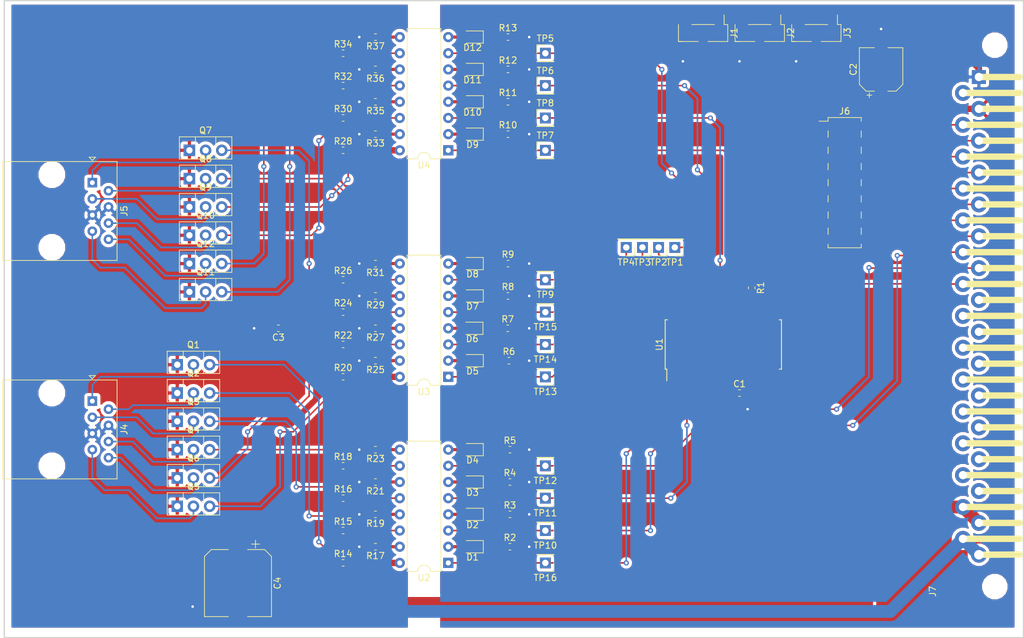
<source format=kicad_pcb>
(kicad_pcb (version 20171130) (host pcbnew 5.0.0-fee4fd1~66~ubuntu16.04.1)

  (general
    (thickness 1.6)
    (drawings 4)
    (tracks 502)
    (zones 0)
    (modules 92)
    (nets 113)
  )

  (page A4)
  (layers
    (0 F.Cu signal)
    (31 B.Cu signal)
    (32 B.Adhes user)
    (33 F.Adhes user)
    (34 B.Paste user)
    (35 F.Paste user)
    (36 B.SilkS user)
    (37 F.SilkS user)
    (38 B.Mask user)
    (39 F.Mask user)
    (40 Dwgs.User user)
    (41 Cmts.User user)
    (42 Eco1.User user)
    (43 Eco2.User user)
    (44 Edge.Cuts user)
    (45 Margin user)
    (46 B.CrtYd user)
    (47 F.CrtYd user)
    (48 B.Fab user)
    (49 F.Fab user)
  )

  (setup
    (last_trace_width 0.25)
    (trace_clearance 0.2)
    (zone_clearance 0.508)
    (zone_45_only no)
    (trace_min 0.2)
    (segment_width 0.2)
    (edge_width 0.2)
    (via_size 0.8)
    (via_drill 0.4)
    (via_min_size 0.4)
    (via_min_drill 0.3)
    (uvia_size 0.3)
    (uvia_drill 0.1)
    (uvias_allowed no)
    (uvia_min_size 0.2)
    (uvia_min_drill 0.1)
    (pcb_text_width 0.3)
    (pcb_text_size 1.5 1.5)
    (mod_edge_width 0.15)
    (mod_text_size 1 1)
    (mod_text_width 0.15)
    (pad_size 1.524 1.524)
    (pad_drill 0.762)
    (pad_to_mask_clearance 0.2)
    (aux_axis_origin 0 0)
    (visible_elements FFFFFF7F)
    (pcbplotparams
      (layerselection 0x010fc_ffffffff)
      (usegerberextensions false)
      (usegerberattributes false)
      (usegerberadvancedattributes false)
      (creategerberjobfile false)
      (excludeedgelayer true)
      (linewidth 0.100000)
      (plotframeref false)
      (viasonmask false)
      (mode 1)
      (useauxorigin false)
      (hpglpennumber 1)
      (hpglpenspeed 20)
      (hpglpendiameter 15.000000)
      (psnegative false)
      (psa4output false)
      (plotreference true)
      (plotvalue true)
      (plotinvisibletext false)
      (padsonsilk false)
      (subtractmaskfromsilk false)
      (outputformat 1)
      (mirror false)
      (drillshape 1)
      (scaleselection 1)
      (outputdirectory ""))
  )

  (net 0 "")
  (net 1 +3V3)
  (net 2 GND)
  (net 3 GNDPWR)
  (net 4 +24V)
  (net 5 "Net-(D1-Pad1)")
  (net 6 "Net-(D1-Pad2)")
  (net 7 "Net-(D2-Pad2)")
  (net 8 "Net-(D2-Pad1)")
  (net 9 "Net-(D3-Pad1)")
  (net 10 "Net-(D3-Pad2)")
  (net 11 "Net-(D4-Pad2)")
  (net 12 "Net-(D4-Pad1)")
  (net 13 "Net-(D5-Pad2)")
  (net 14 "Net-(D5-Pad1)")
  (net 15 "Net-(D6-Pad1)")
  (net 16 "Net-(D6-Pad2)")
  (net 17 "Net-(D7-Pad2)")
  (net 18 "Net-(D7-Pad1)")
  (net 19 "Net-(D8-Pad1)")
  (net 20 "Net-(D8-Pad2)")
  (net 21 "Net-(D9-Pad1)")
  (net 22 "Net-(D9-Pad2)")
  (net 23 "Net-(D10-Pad2)")
  (net 24 "Net-(D10-Pad1)")
  (net 25 "Net-(D11-Pad1)")
  (net 26 "Net-(D11-Pad2)")
  (net 27 "Net-(D12-Pad2)")
  (net 28 "Net-(D12-Pad1)")
  (net 29 "Net-(J1-Pad2)")
  (net 30 "Net-(J2-Pad2)")
  (net 31 "Net-(J3-Pad2)")
  (net 32 "Net-(J4-Pad1)")
  (net 33 "Net-(J4-Pad2)")
  (net 34 "Net-(J4-Pad3)")
  (net 35 "Net-(J4-Pad6)")
  (net 36 "Net-(J4-Pad7)")
  (net 37 "Net-(J4-Pad8)")
  (net 38 "Net-(J5-Pad8)")
  (net 39 "Net-(J5-Pad7)")
  (net 40 "Net-(J5-Pad6)")
  (net 41 "Net-(J5-Pad3)")
  (net 42 "Net-(J5-Pad2)")
  (net 43 "Net-(J5-Pad1)")
  (net 44 MCP_CS)
  (net 45 "Net-(J6-Pad2)")
  (net 46 "Net-(J6-Pad4)")
  (net 47 "Net-(J6-Pad6)")
  (net 48 "Net-(J6-Pad8)")
  (net 49 "Net-(J6-Pad10)")
  (net 50 "Net-(J6-Pad12)")
  (net 51 "Net-(J6-Pad14)")
  (net 52 "Net-(J6-Pad16)")
  (net 53 "Net-(Q1-Pad3)")
  (net 54 "Net-(Q2-Pad3)")
  (net 55 "Net-(Q3-Pad3)")
  (net 56 "Net-(Q4-Pad3)")
  (net 57 "Net-(Q5-Pad3)")
  (net 58 "Net-(Q6-Pad3)")
  (net 59 "Net-(Q7-Pad3)")
  (net 60 "Net-(Q8-Pad3)")
  (net 61 "Net-(Q9-Pad3)")
  (net 62 "Net-(Q10-Pad3)")
  (net 63 "Net-(Q11-Pad3)")
  (net 64 "Net-(Q12-Pad3)")
  (net 65 +5V)
  (net 66 "Net-(R1-Pad2)")
  (net 67 "Net-(R17-Pad1)")
  (net 68 "Net-(R19-Pad1)")
  (net 69 "Net-(R21-Pad1)")
  (net 70 "Net-(R23-Pad1)")
  (net 71 "Net-(R25-Pad1)")
  (net 72 "Net-(R27-Pad1)")
  (net 73 "Net-(R29-Pad1)")
  (net 74 "Net-(R31-Pad1)")
  (net 75 "Net-(R33-Pad1)")
  (net 76 "Net-(R35-Pad1)")
  (net 77 "Net-(R36-Pad1)")
  (net 78 "Net-(R37-Pad1)")
  (net 79 "Net-(TP1-Pad1)")
  (net 80 "Net-(TP2-Pad1)")
  (net 81 "Net-(TP3-Pad1)")
  (net 82 "Net-(TP4-Pad1)")
  (net 83 "Net-(TP5-Pad1)")
  (net 84 "Net-(TP6-Pad1)")
  (net 85 "Net-(TP7-Pad1)")
  (net 86 "Net-(TP8-Pad1)")
  (net 87 "Net-(TP9-Pad1)")
  (net 88 "Net-(TP10-Pad1)")
  (net 89 "Net-(TP11-Pad1)")
  (net 90 "Net-(TP12-Pad1)")
  (net 91 "Net-(TP13-Pad1)")
  (net 92 "Net-(TP14-Pad1)")
  (net 93 "Net-(TP15-Pad1)")
  (net 94 "Net-(TP16-Pad1)")
  (net 95 SCK)
  (net 96 MOSI)
  (net 97 MISO)
  (net 98 "Net-(U1-Pad19)")
  (net 99 "Net-(U1-Pad20)")
  (net 100 "Net-(J7-Pad27)")
  (net 101 "Net-(J7-Pad26)")
  (net 102 "Net-(J7-Pad25)")
  (net 103 "Net-(J7-Pad24)")
  (net 104 "Net-(J7-Pad23)")
  (net 105 "Net-(J7-Pad22)")
  (net 106 "Net-(J7-Pad21)")
  (net 107 "Net-(J7-Pad20)")
  (net 108 "Net-(J7-Pad19)")
  (net 109 "Net-(J7-Pad18)")
  (net 110 "Net-(J7-Pad17)")
  (net 111 "Net-(J7-Pad16)")
  (net 112 "Net-(J7-Pad15)")

  (net_class Default "This is the default net class."
    (clearance 0.2)
    (trace_width 0.25)
    (via_dia 0.8)
    (via_drill 0.4)
    (uvia_dia 0.3)
    (uvia_drill 0.1)
    (add_net +5V)
    (add_net MCP_CS)
    (add_net MISO)
    (add_net MOSI)
    (add_net "Net-(D1-Pad1)")
    (add_net "Net-(D1-Pad2)")
    (add_net "Net-(D10-Pad1)")
    (add_net "Net-(D10-Pad2)")
    (add_net "Net-(D11-Pad1)")
    (add_net "Net-(D11-Pad2)")
    (add_net "Net-(D12-Pad1)")
    (add_net "Net-(D12-Pad2)")
    (add_net "Net-(D2-Pad1)")
    (add_net "Net-(D2-Pad2)")
    (add_net "Net-(D3-Pad1)")
    (add_net "Net-(D3-Pad2)")
    (add_net "Net-(D4-Pad1)")
    (add_net "Net-(D4-Pad2)")
    (add_net "Net-(D5-Pad1)")
    (add_net "Net-(D5-Pad2)")
    (add_net "Net-(D6-Pad1)")
    (add_net "Net-(D6-Pad2)")
    (add_net "Net-(D7-Pad1)")
    (add_net "Net-(D7-Pad2)")
    (add_net "Net-(D8-Pad1)")
    (add_net "Net-(D8-Pad2)")
    (add_net "Net-(D9-Pad1)")
    (add_net "Net-(D9-Pad2)")
    (add_net "Net-(J1-Pad2)")
    (add_net "Net-(J2-Pad2)")
    (add_net "Net-(J3-Pad2)")
    (add_net "Net-(J4-Pad1)")
    (add_net "Net-(J4-Pad2)")
    (add_net "Net-(J4-Pad3)")
    (add_net "Net-(J4-Pad6)")
    (add_net "Net-(J4-Pad7)")
    (add_net "Net-(J4-Pad8)")
    (add_net "Net-(J5-Pad1)")
    (add_net "Net-(J5-Pad2)")
    (add_net "Net-(J5-Pad3)")
    (add_net "Net-(J5-Pad6)")
    (add_net "Net-(J5-Pad7)")
    (add_net "Net-(J5-Pad8)")
    (add_net "Net-(J6-Pad10)")
    (add_net "Net-(J6-Pad12)")
    (add_net "Net-(J6-Pad14)")
    (add_net "Net-(J6-Pad16)")
    (add_net "Net-(J6-Pad2)")
    (add_net "Net-(J6-Pad4)")
    (add_net "Net-(J6-Pad6)")
    (add_net "Net-(J6-Pad8)")
    (add_net "Net-(J7-Pad15)")
    (add_net "Net-(J7-Pad16)")
    (add_net "Net-(J7-Pad17)")
    (add_net "Net-(J7-Pad18)")
    (add_net "Net-(J7-Pad19)")
    (add_net "Net-(J7-Pad20)")
    (add_net "Net-(J7-Pad21)")
    (add_net "Net-(J7-Pad22)")
    (add_net "Net-(J7-Pad23)")
    (add_net "Net-(J7-Pad24)")
    (add_net "Net-(J7-Pad25)")
    (add_net "Net-(J7-Pad26)")
    (add_net "Net-(J7-Pad27)")
    (add_net "Net-(Q1-Pad3)")
    (add_net "Net-(Q10-Pad3)")
    (add_net "Net-(Q11-Pad3)")
    (add_net "Net-(Q12-Pad3)")
    (add_net "Net-(Q2-Pad3)")
    (add_net "Net-(Q3-Pad3)")
    (add_net "Net-(Q4-Pad3)")
    (add_net "Net-(Q5-Pad3)")
    (add_net "Net-(Q6-Pad3)")
    (add_net "Net-(Q7-Pad3)")
    (add_net "Net-(Q8-Pad3)")
    (add_net "Net-(Q9-Pad3)")
    (add_net "Net-(R1-Pad2)")
    (add_net "Net-(R17-Pad1)")
    (add_net "Net-(R19-Pad1)")
    (add_net "Net-(R21-Pad1)")
    (add_net "Net-(R23-Pad1)")
    (add_net "Net-(R25-Pad1)")
    (add_net "Net-(R27-Pad1)")
    (add_net "Net-(R29-Pad1)")
    (add_net "Net-(R31-Pad1)")
    (add_net "Net-(R33-Pad1)")
    (add_net "Net-(R35-Pad1)")
    (add_net "Net-(R36-Pad1)")
    (add_net "Net-(R37-Pad1)")
    (add_net "Net-(TP1-Pad1)")
    (add_net "Net-(TP10-Pad1)")
    (add_net "Net-(TP11-Pad1)")
    (add_net "Net-(TP12-Pad1)")
    (add_net "Net-(TP13-Pad1)")
    (add_net "Net-(TP14-Pad1)")
    (add_net "Net-(TP15-Pad1)")
    (add_net "Net-(TP16-Pad1)")
    (add_net "Net-(TP2-Pad1)")
    (add_net "Net-(TP3-Pad1)")
    (add_net "Net-(TP4-Pad1)")
    (add_net "Net-(TP5-Pad1)")
    (add_net "Net-(TP6-Pad1)")
    (add_net "Net-(TP7-Pad1)")
    (add_net "Net-(TP8-Pad1)")
    (add_net "Net-(TP9-Pad1)")
    (add_net "Net-(U1-Pad19)")
    (add_net "Net-(U1-Pad20)")
    (add_net SCK)
  )

  (net_class "Power 24V" ""
    (clearance 0.2)
    (trace_width 2)
    (via_dia 0.8)
    (via_drill 0.4)
    (uvia_dia 0.3)
    (uvia_drill 0.1)
    (add_net +24V)
    (add_net GNDPWR)
  )

  (net_class "Power 3v3" ""
    (clearance 0.2)
    (trace_width 0.5)
    (via_dia 0.8)
    (via_drill 0.4)
    (uvia_dia 0.3)
    (uvia_drill 0.1)
    (add_net +3V3)
    (add_net GND)
  )

  (module DIN41617:DIN41617_31_short (layer F.Cu) (tedit 5B85C041) (tstamp 5BA674A6)
    (at 221.75 89.49 90)
    (path /5C0C9A4A)
    (fp_text reference J7 (at -43.25 -6 90) (layer F.SilkS)
      (effects (font (size 1 1) (thickness 0.15)))
    )
    (fp_text value Conn_01x31 (at 40 -5.75 90) (layer F.Fab)
      (effects (font (size 1 1) (thickness 0.15)))
    )
    (fp_line (start 35 -1.25) (end 35 7.637659) (layer F.SilkS) (width 1))
    (fp_line (start 30 -1.25) (end 30 7.632978) (layer F.SilkS) (width 1))
    (fp_line (start 25 -1.25) (end 25 7.623112) (layer F.SilkS) (width 1))
    (fp_line (start 20 -1.25) (end 20 7.670728) (layer F.SilkS) (width 1))
    (fp_line (start 15 -1.25) (end 15 7.62879) (layer F.SilkS) (width 1))
    (fp_line (start 10 -1.25) (end 10 7.655555) (layer F.SilkS) (width 1))
    (fp_line (start 5 -1.25) (end 5 7.64877) (layer F.SilkS) (width 1))
    (fp_line (start 0 -1.25) (end 0 7.62) (layer F.SilkS) (width 1))
    (fp_line (start -5 -1.25) (end -5 7.64877) (layer F.SilkS) (width 1))
    (fp_line (start -10 -1.25) (end -10 7.632709) (layer F.SilkS) (width 1))
    (fp_line (start -15 -1.25) (end -15 7.623246) (layer F.SilkS) (width 1))
    (fp_line (start -20 -1.25) (end -20 7.625591) (layer F.SilkS) (width 1))
    (fp_line (start -25 -1.25) (end -25 7.623112) (layer F.SilkS) (width 1))
    (fp_line (start -30 -1.25) (end -30 7.632978) (layer F.SilkS) (width 1))
    (fp_line (start -35 -1.25) (end -35 7.620317) (layer F.SilkS) (width 1))
    (fp_line (start -32.5 1.25) (end -32.5 7.664) (layer F.SilkS) (width 1))
    (fp_line (start -22.5 1.25) (end -22.5 7.625933) (layer F.SilkS) (width 1))
    (fp_line (start -12.5 1.25) (end -12.5 7.623138) (layer F.SilkS) (width 1))
    (fp_line (start -2.5 1.25) (end -2.5 7.647728) (layer F.SilkS) (width 1))
    (fp_line (start 7.5 1.25) (end 7.5 7.62113) (layer F.SilkS) (width 1))
    (fp_line (start 17.5 1.25) (end 17.5 7.62615) (layer F.SilkS) (width 1))
    (fp_line (start 27.5 1.25) (end 27.5 7.635178) (layer F.SilkS) (width 1))
    (fp_line (start 37.5 1.25) (end 37.5 7.648195) (layer F.SilkS) (width 1))
    (fp_line (start 32.5 1.25) (end 32.5 7.621037) (layer F.SilkS) (width 1))
    (fp_line (start 22.5 1.25) (end 22.5 7.625933) (layer F.SilkS) (width 1))
    (fp_line (start 12.5 1.25) (end 12.5 7.634835) (layer F.SilkS) (width 1))
    (fp_line (start 2.5 1.25) (end 2.5 7.620125) (layer F.SilkS) (width 1))
    (fp_line (start -7.5 1.25) (end -7.5 7.640784) (layer F.SilkS) (width 1))
    (fp_line (start -17.5 1.25) (end -17.5 7.62615) (layer F.SilkS) (width 1))
    (fp_line (start -27.5 1.25) (end -27.5 7.622983) (layer F.SilkS) (width 1))
    (fp_line (start -37.5 1.25) (end -37.465 7.62) (layer F.SilkS) (width 1))
    (fp_line (start -45.3 -4.75) (end -45.3 8.25) (layer F.CrtYd) (width 0.15))
    (fp_line (start 45.3 -4.75) (end -45.3 -4.75) (layer F.CrtYd) (width 0.15))
    (fp_line (start 45.3 8.25) (end 45.3 -4.75) (layer F.CrtYd) (width 0.15))
    (fp_line (start -45.3 8.25) (end 45.3 8.25) (layer F.CrtYd) (width 0.15))
    (pad "" np_thru_hole circle (at 42.5 3.75 90) (size 3 3) (drill 3) (layers *.Cu *.Mask))
    (pad "" np_thru_hole circle (at -42.5 3.75 90) (size 3 3) (drill 3) (layers *.Cu *.Mask))
    (pad 1 thru_hole rect (at 37.5 1.25 90) (size 2.2 2.2) (drill 1.31) (layers *.Cu *.Mask)
      (net 2 GND))
    (pad 2 thru_hole circle (at 35 -1.25 90) (size 2.5 2.5) (drill 1.31) (layers *.Cu *.Mask)
      (net 65 +5V))
    (pad 3 thru_hole circle (at 32.5 1.25 90) (size 2.5 2.5) (drill 1.31) (layers *.Cu *.Mask)
      (net 1 +3V3))
    (pad 4 thru_hole circle (at 30 -1.25 90) (size 2.5 2.5) (drill 1.31) (layers *.Cu *.Mask)
      (net 45 "Net-(J6-Pad2)"))
    (pad 5 thru_hole circle (at 27.5 1.25 90) (size 2.5 2.5) (drill 1.31) (layers *.Cu *.Mask)
      (net 46 "Net-(J6-Pad4)"))
    (pad 6 thru_hole circle (at 25 -1.25 90) (size 2.5 2.5) (drill 1.31) (layers *.Cu *.Mask)
      (net 47 "Net-(J6-Pad6)"))
    (pad 7 thru_hole circle (at 22.5 1.25 90) (size 2.5 2.5) (drill 1.31) (layers *.Cu *.Mask)
      (net 48 "Net-(J6-Pad8)"))
    (pad 8 thru_hole circle (at 20 -1.25 90) (size 2.5 2.5) (drill 1.31) (layers *.Cu *.Mask)
      (net 49 "Net-(J6-Pad10)"))
    (pad 9 thru_hole circle (at 17.5 1.25 90) (size 2.5 2.5) (drill 1.31) (layers *.Cu *.Mask)
      (net 50 "Net-(J6-Pad12)"))
    (pad 10 thru_hole circle (at 15 -1.25 90) (size 2.5 2.5) (drill 1.31) (layers *.Cu *.Mask)
      (net 51 "Net-(J6-Pad14)"))
    (pad 11 thru_hole circle (at 12.5 1.25 90) (size 2.5 2.5) (drill 1.31) (layers *.Cu *.Mask)
      (net 52 "Net-(J6-Pad16)"))
    (pad 12 thru_hole circle (at 10 -1.25 90) (size 2.5 2.5) (drill 1.31) (layers *.Cu *.Mask)
      (net 95 SCK))
    (pad 13 thru_hole circle (at 7.5 1.25 90) (size 2.5 2.5) (drill 1.31) (layers *.Cu *.Mask)
      (net 96 MOSI))
    (pad 14 thru_hole circle (at 5 -1.25 90) (size 2.5 2.5) (drill 1.31) (layers *.Cu *.Mask)
      (net 97 MISO))
    (pad 15 thru_hole circle (at 2.5 1.25 90) (size 2.5 2.5) (drill 1.31) (layers *.Cu *.Mask)
      (net 112 "Net-(J7-Pad15)"))
    (pad 16 thru_hole circle (at 0 -1.25 90) (size 2.5 2.5) (drill 1.31) (layers *.Cu *.Mask)
      (net 111 "Net-(J7-Pad16)"))
    (pad 17 thru_hole circle (at -2.5 1.25 90) (size 2.5 2.5) (drill 1.31) (layers *.Cu *.Mask)
      (net 110 "Net-(J7-Pad17)"))
    (pad 18 thru_hole circle (at -5 -1.25 90) (size 2.5 2.5) (drill 1.31) (layers *.Cu *.Mask)
      (net 109 "Net-(J7-Pad18)"))
    (pad 19 thru_hole circle (at -7.5 1.25 90) (size 2.5 2.5) (drill 1.31) (layers *.Cu *.Mask)
      (net 108 "Net-(J7-Pad19)"))
    (pad 20 thru_hole circle (at -10 -1.25 90) (size 2.5 2.5) (drill 1.31) (layers *.Cu *.Mask)
      (net 107 "Net-(J7-Pad20)"))
    (pad 21 thru_hole circle (at -12.5 1.25 90) (size 2.5 2.5) (drill 1.31) (layers *.Cu *.Mask)
      (net 106 "Net-(J7-Pad21)"))
    (pad 22 thru_hole circle (at -15 -1.25 90) (size 2.5 2.5) (drill 1.31) (layers *.Cu *.Mask)
      (net 105 "Net-(J7-Pad22)"))
    (pad 23 thru_hole circle (at -17.5 1.25 90) (size 2.5 2.5) (drill 1.31) (layers *.Cu *.Mask)
      (net 104 "Net-(J7-Pad23)"))
    (pad 24 thru_hole circle (at -20 -1.25 90) (size 2.5 2.5) (drill 1.31) (layers *.Cu *.Mask)
      (net 103 "Net-(J7-Pad24)"))
    (pad 25 thru_hole circle (at -22.5 1.25 90) (size 2.5 2.5) (drill 1.31) (layers *.Cu *.Mask)
      (net 102 "Net-(J7-Pad25)"))
    (pad 26 thru_hole circle (at -25 -1.25 90) (size 2.5 2.5) (drill 1.31) (layers *.Cu *.Mask)
      (net 101 "Net-(J7-Pad26)"))
    (pad 27 thru_hole circle (at -27.5 1.25 90) (size 2.5 2.5) (drill 1.31) (layers *.Cu *.Mask)
      (net 100 "Net-(J7-Pad27)"))
    (pad 28 thru_hole circle (at -30 -1.25 90) (size 2.5 2.5) (drill 1.31) (layers *.Cu *.Mask)
      (net 4 +24V))
    (pad 29 thru_hole circle (at -32.5 1.25 90) (size 2.5 2.5) (drill 1.31) (layers *.Cu *.Mask)
      (net 4 +24V))
    (pad 30 thru_hole circle (at -35 -1.25 90) (size 2.5 2.5) (drill 1.31) (layers *.Cu *.Mask)
      (net 3 GNDPWR))
    (pad 31 thru_hole circle (at -37.5 1.25 90) (size 2.5 2.5) (drill 1.5) (layers *.Cu *.Mask)
      (net 3 GNDPWR))
  )

  (module Resistor_SMD:R_0603_1608Metric (layer F.Cu) (tedit 5B301BBD) (tstamp 5BA675EF)
    (at 187.325 85.09 270)
    (descr "Resistor SMD 0603 (1608 Metric), square (rectangular) end terminal, IPC_7351 nominal, (Body size source: http://www.tortai-tech.com/upload/download/2011102023233369053.pdf), generated with kicad-footprint-generator")
    (tags resistor)
    (path /5BFDF8F4)
    (attr smd)
    (fp_text reference R1 (at 0 -1.43 270) (layer F.SilkS)
      (effects (font (size 1 1) (thickness 0.15)))
    )
    (fp_text value 10k (at 0 1.43 270) (layer F.Fab)
      (effects (font (size 1 1) (thickness 0.15)))
    )
    (fp_line (start -0.8 0.4) (end -0.8 -0.4) (layer F.Fab) (width 0.1))
    (fp_line (start -0.8 -0.4) (end 0.8 -0.4) (layer F.Fab) (width 0.1))
    (fp_line (start 0.8 -0.4) (end 0.8 0.4) (layer F.Fab) (width 0.1))
    (fp_line (start 0.8 0.4) (end -0.8 0.4) (layer F.Fab) (width 0.1))
    (fp_line (start -0.162779 -0.51) (end 0.162779 -0.51) (layer F.SilkS) (width 0.12))
    (fp_line (start -0.162779 0.51) (end 0.162779 0.51) (layer F.SilkS) (width 0.12))
    (fp_line (start -1.48 0.73) (end -1.48 -0.73) (layer F.CrtYd) (width 0.05))
    (fp_line (start -1.48 -0.73) (end 1.48 -0.73) (layer F.CrtYd) (width 0.05))
    (fp_line (start 1.48 -0.73) (end 1.48 0.73) (layer F.CrtYd) (width 0.05))
    (fp_line (start 1.48 0.73) (end -1.48 0.73) (layer F.CrtYd) (width 0.05))
    (fp_text user %R (at 0 0 270) (layer F.Fab)
      (effects (font (size 0.4 0.4) (thickness 0.06)))
    )
    (pad 1 smd roundrect (at -0.7875 0 270) (size 0.875 0.95) (layers F.Cu F.Paste F.Mask) (roundrect_rratio 0.25)
      (net 1 +3V3))
    (pad 2 smd roundrect (at 0.7875 0 270) (size 0.875 0.95) (layers F.Cu F.Paste F.Mask) (roundrect_rratio 0.25)
      (net 66 "Net-(R1-Pad2)"))
    (model ${KISYS3DMOD}/Resistor_SMD.3dshapes/R_0603_1608Metric.wrl
      (at (xyz 0 0 0))
      (scale (xyz 1 1 1))
      (rotate (xyz 0 0 0))
    )
  )

  (module Capacitor_SMD:C_0603_1608Metric (layer F.Cu) (tedit 5B301BBE) (tstamp 5BA67212)
    (at 185.42 101.6)
    (descr "Capacitor SMD 0603 (1608 Metric), square (rectangular) end terminal, IPC_7351 nominal, (Body size source: http://www.tortai-tech.com/upload/download/2011102023233369053.pdf), generated with kicad-footprint-generator")
    (tags capacitor)
    (path /5CA079CD)
    (attr smd)
    (fp_text reference C1 (at 0 -1.43) (layer F.SilkS)
      (effects (font (size 1 1) (thickness 0.15)))
    )
    (fp_text value 100nF (at 0 1.43) (layer F.Fab)
      (effects (font (size 1 1) (thickness 0.15)))
    )
    (fp_line (start -0.8 0.4) (end -0.8 -0.4) (layer F.Fab) (width 0.1))
    (fp_line (start -0.8 -0.4) (end 0.8 -0.4) (layer F.Fab) (width 0.1))
    (fp_line (start 0.8 -0.4) (end 0.8 0.4) (layer F.Fab) (width 0.1))
    (fp_line (start 0.8 0.4) (end -0.8 0.4) (layer F.Fab) (width 0.1))
    (fp_line (start -0.162779 -0.51) (end 0.162779 -0.51) (layer F.SilkS) (width 0.12))
    (fp_line (start -0.162779 0.51) (end 0.162779 0.51) (layer F.SilkS) (width 0.12))
    (fp_line (start -1.48 0.73) (end -1.48 -0.73) (layer F.CrtYd) (width 0.05))
    (fp_line (start -1.48 -0.73) (end 1.48 -0.73) (layer F.CrtYd) (width 0.05))
    (fp_line (start 1.48 -0.73) (end 1.48 0.73) (layer F.CrtYd) (width 0.05))
    (fp_line (start 1.48 0.73) (end -1.48 0.73) (layer F.CrtYd) (width 0.05))
    (fp_text user %R (at 0 0) (layer F.Fab)
      (effects (font (size 0.4 0.4) (thickness 0.06)))
    )
    (pad 1 smd roundrect (at -0.7875 0) (size 0.875 0.95) (layers F.Cu F.Paste F.Mask) (roundrect_rratio 0.25)
      (net 1 +3V3))
    (pad 2 smd roundrect (at 0.7875 0) (size 0.875 0.95) (layers F.Cu F.Paste F.Mask) (roundrect_rratio 0.25)
      (net 2 GND))
    (model ${KISYS3DMOD}/Capacitor_SMD.3dshapes/C_0603_1608Metric.wrl
      (at (xyz 0 0 0))
      (scale (xyz 1 1 1))
      (rotate (xyz 0 0 0))
    )
  )

  (module Capacitor_SMD:CP_Elec_6.3x5.2 (layer F.Cu) (tedit 5B3026A2) (tstamp 5BA6723A)
    (at 207.645 50.8 90)
    (descr "SMT capacitor, aluminium electrolytic, 6.3x5.2, United Chemi-Con ")
    (tags "Capacitor Electrolytic")
    (path /5CA07BF6)
    (attr smd)
    (fp_text reference C2 (at 0 -4.35 90) (layer F.SilkS)
      (effects (font (size 1 1) (thickness 0.15)))
    )
    (fp_text value 100µF (at 0 4.35 90) (layer F.Fab)
      (effects (font (size 1 1) (thickness 0.15)))
    )
    (fp_circle (center 0 0) (end 3.15 0) (layer F.Fab) (width 0.1))
    (fp_line (start 3.3 -3.3) (end 3.3 3.3) (layer F.Fab) (width 0.1))
    (fp_line (start -2.3 -3.3) (end 3.3 -3.3) (layer F.Fab) (width 0.1))
    (fp_line (start -2.3 3.3) (end 3.3 3.3) (layer F.Fab) (width 0.1))
    (fp_line (start -3.3 -2.3) (end -3.3 2.3) (layer F.Fab) (width 0.1))
    (fp_line (start -3.3 -2.3) (end -2.3 -3.3) (layer F.Fab) (width 0.1))
    (fp_line (start -3.3 2.3) (end -2.3 3.3) (layer F.Fab) (width 0.1))
    (fp_line (start -2.704838 -1.33) (end -2.074838 -1.33) (layer F.Fab) (width 0.1))
    (fp_line (start -2.389838 -1.645) (end -2.389838 -1.015) (layer F.Fab) (width 0.1))
    (fp_line (start 3.41 3.41) (end 3.41 1.06) (layer F.SilkS) (width 0.12))
    (fp_line (start 3.41 -3.41) (end 3.41 -1.06) (layer F.SilkS) (width 0.12))
    (fp_line (start -2.345563 -3.41) (end 3.41 -3.41) (layer F.SilkS) (width 0.12))
    (fp_line (start -2.345563 3.41) (end 3.41 3.41) (layer F.SilkS) (width 0.12))
    (fp_line (start -3.41 2.345563) (end -3.41 1.06) (layer F.SilkS) (width 0.12))
    (fp_line (start -3.41 -2.345563) (end -3.41 -1.06) (layer F.SilkS) (width 0.12))
    (fp_line (start -3.41 -2.345563) (end -2.345563 -3.41) (layer F.SilkS) (width 0.12))
    (fp_line (start -3.41 2.345563) (end -2.345563 3.41) (layer F.SilkS) (width 0.12))
    (fp_line (start -4.4375 -1.8475) (end -3.65 -1.8475) (layer F.SilkS) (width 0.12))
    (fp_line (start -4.04375 -2.24125) (end -4.04375 -1.45375) (layer F.SilkS) (width 0.12))
    (fp_line (start 3.55 -3.55) (end 3.55 -1.05) (layer F.CrtYd) (width 0.05))
    (fp_line (start 3.55 -1.05) (end 4.8 -1.05) (layer F.CrtYd) (width 0.05))
    (fp_line (start 4.8 -1.05) (end 4.8 1.05) (layer F.CrtYd) (width 0.05))
    (fp_line (start 4.8 1.05) (end 3.55 1.05) (layer F.CrtYd) (width 0.05))
    (fp_line (start 3.55 1.05) (end 3.55 3.55) (layer F.CrtYd) (width 0.05))
    (fp_line (start -2.4 3.55) (end 3.55 3.55) (layer F.CrtYd) (width 0.05))
    (fp_line (start -2.4 -3.55) (end 3.55 -3.55) (layer F.CrtYd) (width 0.05))
    (fp_line (start -3.55 2.4) (end -2.4 3.55) (layer F.CrtYd) (width 0.05))
    (fp_line (start -3.55 -2.4) (end -2.4 -3.55) (layer F.CrtYd) (width 0.05))
    (fp_line (start -3.55 -2.4) (end -3.55 -1.05) (layer F.CrtYd) (width 0.05))
    (fp_line (start -3.55 1.05) (end -3.55 2.4) (layer F.CrtYd) (width 0.05))
    (fp_line (start -3.55 -1.05) (end -4.8 -1.05) (layer F.CrtYd) (width 0.05))
    (fp_line (start -4.8 -1.05) (end -4.8 1.05) (layer F.CrtYd) (width 0.05))
    (fp_line (start -4.8 1.05) (end -3.55 1.05) (layer F.CrtYd) (width 0.05))
    (fp_text user %R (at 0 0 90) (layer F.Fab)
      (effects (font (size 1 1) (thickness 0.15)))
    )
    (pad 1 smd rect (at -2.8 0 90) (size 3.5 1.6) (layers F.Cu F.Paste F.Mask)
      (net 1 +3V3))
    (pad 2 smd rect (at 2.8 0 90) (size 3.5 1.6) (layers F.Cu F.Paste F.Mask)
      (net 2 GND))
    (model ${KISYS3DMOD}/Capacitor_SMD.3dshapes/CP_Elec_6.3x5.2.wrl
      (at (xyz 0 0 0))
      (scale (xyz 1 1 1))
      (rotate (xyz 0 0 0))
    )
  )

  (module Capacitor_SMD:C_0603_1608Metric (layer F.Cu) (tedit 5B301BBE) (tstamp 5BA6724B)
    (at 113.03 91.44 180)
    (descr "Capacitor SMD 0603 (1608 Metric), square (rectangular) end terminal, IPC_7351 nominal, (Body size source: http://www.tortai-tech.com/upload/download/2011102023233369053.pdf), generated with kicad-footprint-generator")
    (tags capacitor)
    (path /5C0C7E69)
    (attr smd)
    (fp_text reference C3 (at 0 -1.43 180) (layer F.SilkS)
      (effects (font (size 1 1) (thickness 0.15)))
    )
    (fp_text value 100nF (at 0 1.43 180) (layer F.Fab)
      (effects (font (size 1 1) (thickness 0.15)))
    )
    (fp_text user %R (at 0 0 180) (layer F.Fab)
      (effects (font (size 0.4 0.4) (thickness 0.06)))
    )
    (fp_line (start 1.48 0.73) (end -1.48 0.73) (layer F.CrtYd) (width 0.05))
    (fp_line (start 1.48 -0.73) (end 1.48 0.73) (layer F.CrtYd) (width 0.05))
    (fp_line (start -1.48 -0.73) (end 1.48 -0.73) (layer F.CrtYd) (width 0.05))
    (fp_line (start -1.48 0.73) (end -1.48 -0.73) (layer F.CrtYd) (width 0.05))
    (fp_line (start -0.162779 0.51) (end 0.162779 0.51) (layer F.SilkS) (width 0.12))
    (fp_line (start -0.162779 -0.51) (end 0.162779 -0.51) (layer F.SilkS) (width 0.12))
    (fp_line (start 0.8 0.4) (end -0.8 0.4) (layer F.Fab) (width 0.1))
    (fp_line (start 0.8 -0.4) (end 0.8 0.4) (layer F.Fab) (width 0.1))
    (fp_line (start -0.8 -0.4) (end 0.8 -0.4) (layer F.Fab) (width 0.1))
    (fp_line (start -0.8 0.4) (end -0.8 -0.4) (layer F.Fab) (width 0.1))
    (pad 2 smd roundrect (at 0.7875 0 180) (size 0.875 0.95) (layers F.Cu F.Paste F.Mask) (roundrect_rratio 0.25)
      (net 3 GNDPWR))
    (pad 1 smd roundrect (at -0.7875 0 180) (size 0.875 0.95) (layers F.Cu F.Paste F.Mask) (roundrect_rratio 0.25)
      (net 4 +24V))
    (model ${KISYS3DMOD}/Capacitor_SMD.3dshapes/C_0603_1608Metric.wrl
      (at (xyz 0 0 0))
      (scale (xyz 1 1 1))
      (rotate (xyz 0 0 0))
    )
  )

  (module Capacitor_SMD:CP_Elec_10x10 (layer F.Cu) (tedit 5A841F9D) (tstamp 5BA67273)
    (at 106.68 131.445 270)
    (descr "SMT capacitor, aluminium electrolytic, 10x10, Nichicon ")
    (tags "Capacitor Electrolytic")
    (path /5C0C76F7)
    (attr smd)
    (fp_text reference C4 (at 0 -6.2 270) (layer F.SilkS)
      (effects (font (size 1 1) (thickness 0.15)))
    )
    (fp_text value 100µF (at 0 6.2 270) (layer F.Fab)
      (effects (font (size 1 1) (thickness 0.15)))
    )
    (fp_circle (center 0 0) (end 5 0) (layer F.Fab) (width 0.1))
    (fp_line (start 5.15 -5.15) (end 5.15 5.15) (layer F.Fab) (width 0.1))
    (fp_line (start -4.15 -5.15) (end 5.15 -5.15) (layer F.Fab) (width 0.1))
    (fp_line (start -4.15 5.15) (end 5.15 5.15) (layer F.Fab) (width 0.1))
    (fp_line (start -5.15 -4.15) (end -5.15 4.15) (layer F.Fab) (width 0.1))
    (fp_line (start -5.15 -4.15) (end -4.15 -5.15) (layer F.Fab) (width 0.1))
    (fp_line (start -5.15 4.15) (end -4.15 5.15) (layer F.Fab) (width 0.1))
    (fp_line (start -4.558325 -1.7) (end -3.558325 -1.7) (layer F.Fab) (width 0.1))
    (fp_line (start -4.058325 -2.2) (end -4.058325 -1.2) (layer F.Fab) (width 0.1))
    (fp_line (start 5.26 5.26) (end 5.26 1.51) (layer F.SilkS) (width 0.12))
    (fp_line (start 5.26 -5.26) (end 5.26 -1.51) (layer F.SilkS) (width 0.12))
    (fp_line (start -4.195563 -5.26) (end 5.26 -5.26) (layer F.SilkS) (width 0.12))
    (fp_line (start -4.195563 5.26) (end 5.26 5.26) (layer F.SilkS) (width 0.12))
    (fp_line (start -5.26 4.195563) (end -5.26 1.51) (layer F.SilkS) (width 0.12))
    (fp_line (start -5.26 -4.195563) (end -5.26 -1.51) (layer F.SilkS) (width 0.12))
    (fp_line (start -5.26 -4.195563) (end -4.195563 -5.26) (layer F.SilkS) (width 0.12))
    (fp_line (start -5.26 4.195563) (end -4.195563 5.26) (layer F.SilkS) (width 0.12))
    (fp_line (start -6.75 -2.76) (end -5.5 -2.76) (layer F.SilkS) (width 0.12))
    (fp_line (start -6.125 -3.385) (end -6.125 -2.135) (layer F.SilkS) (width 0.12))
    (fp_line (start 5.4 -5.4) (end 5.4 -1.5) (layer F.CrtYd) (width 0.05))
    (fp_line (start 5.4 -1.5) (end 6.25 -1.5) (layer F.CrtYd) (width 0.05))
    (fp_line (start 6.25 -1.5) (end 6.25 1.5) (layer F.CrtYd) (width 0.05))
    (fp_line (start 6.25 1.5) (end 5.4 1.5) (layer F.CrtYd) (width 0.05))
    (fp_line (start 5.4 1.5) (end 5.4 5.4) (layer F.CrtYd) (width 0.05))
    (fp_line (start -4.25 5.4) (end 5.4 5.4) (layer F.CrtYd) (width 0.05))
    (fp_line (start -4.25 -5.4) (end 5.4 -5.4) (layer F.CrtYd) (width 0.05))
    (fp_line (start -5.4 4.25) (end -4.25 5.4) (layer F.CrtYd) (width 0.05))
    (fp_line (start -5.4 -4.25) (end -4.25 -5.4) (layer F.CrtYd) (width 0.05))
    (fp_line (start -5.4 -4.25) (end -5.4 -1.5) (layer F.CrtYd) (width 0.05))
    (fp_line (start -5.4 1.5) (end -5.4 4.25) (layer F.CrtYd) (width 0.05))
    (fp_line (start -5.4 -1.5) (end -6.25 -1.5) (layer F.CrtYd) (width 0.05))
    (fp_line (start -6.25 -1.5) (end -6.25 1.5) (layer F.CrtYd) (width 0.05))
    (fp_line (start -6.25 1.5) (end -5.4 1.5) (layer F.CrtYd) (width 0.05))
    (fp_text user %R (at 0 0 270) (layer F.Fab)
      (effects (font (size 1 1) (thickness 0.15)))
    )
    (pad 1 smd rect (at -4 0 270) (size 4 2.5) (layers F.Cu F.Paste F.Mask)
      (net 4 +24V))
    (pad 2 smd rect (at 4 0 270) (size 4 2.5) (layers F.Cu F.Paste F.Mask)
      (net 3 GNDPWR))
    (model ${KISYS3DMOD}/Capacitor_SMD.3dshapes/CP_Elec_10x10.wrl
      (at (xyz 0 0 0))
      (scale (xyz 1 1 1))
      (rotate (xyz 0 0 0))
    )
  )

  (module LED_SMD:LED_0805_2012Metric (layer F.Cu) (tedit 5B36C52C) (tstamp 5BA67286)
    (at 143.51 125.73 180)
    (descr "LED SMD 0805 (2012 Metric), square (rectangular) end terminal, IPC_7351 nominal, (Body size source: https://docs.google.com/spreadsheets/d/1BsfQQcO9C6DZCsRaXUlFlo91Tg2WpOkGARC1WS5S8t0/edit?usp=sharing), generated with kicad-footprint-generator")
    (tags diode)
    (path /5B98D69F)
    (attr smd)
    (fp_text reference D1 (at 0 -1.65 180) (layer F.SilkS)
      (effects (font (size 1 1) (thickness 0.15)))
    )
    (fp_text value LED (at 0 1.65 180) (layer F.Fab)
      (effects (font (size 1 1) (thickness 0.15)))
    )
    (fp_line (start 1 -0.6) (end -0.7 -0.6) (layer F.Fab) (width 0.1))
    (fp_line (start -0.7 -0.6) (end -1 -0.3) (layer F.Fab) (width 0.1))
    (fp_line (start -1 -0.3) (end -1 0.6) (layer F.Fab) (width 0.1))
    (fp_line (start -1 0.6) (end 1 0.6) (layer F.Fab) (width 0.1))
    (fp_line (start 1 0.6) (end 1 -0.6) (layer F.Fab) (width 0.1))
    (fp_line (start 1 -0.96) (end -1.685 -0.96) (layer F.SilkS) (width 0.12))
    (fp_line (start -1.685 -0.96) (end -1.685 0.96) (layer F.SilkS) (width 0.12))
    (fp_line (start -1.685 0.96) (end 1 0.96) (layer F.SilkS) (width 0.12))
    (fp_line (start -1.68 0.95) (end -1.68 -0.95) (layer F.CrtYd) (width 0.05))
    (fp_line (start -1.68 -0.95) (end 1.68 -0.95) (layer F.CrtYd) (width 0.05))
    (fp_line (start 1.68 -0.95) (end 1.68 0.95) (layer F.CrtYd) (width 0.05))
    (fp_line (start 1.68 0.95) (end -1.68 0.95) (layer F.CrtYd) (width 0.05))
    (fp_text user %R (at 0 0 180) (layer F.Fab)
      (effects (font (size 0.5 0.5) (thickness 0.08)))
    )
    (pad 1 smd roundrect (at -0.9375 0 180) (size 0.975 1.4) (layers F.Cu F.Paste F.Mask) (roundrect_rratio 0.25)
      (net 5 "Net-(D1-Pad1)"))
    (pad 2 smd roundrect (at 0.9375 0 180) (size 0.975 1.4) (layers F.Cu F.Paste F.Mask) (roundrect_rratio 0.25)
      (net 6 "Net-(D1-Pad2)"))
    (model ${KISYS3DMOD}/LED_SMD.3dshapes/LED_0805_2012Metric.wrl
      (at (xyz 0 0 0))
      (scale (xyz 1 1 1))
      (rotate (xyz 0 0 0))
    )
  )

  (module LED_SMD:LED_0805_2012Metric (layer F.Cu) (tedit 5B36C52C) (tstamp 5BA67299)
    (at 143.51 120.65 180)
    (descr "LED SMD 0805 (2012 Metric), square (rectangular) end terminal, IPC_7351 nominal, (Body size source: https://docs.google.com/spreadsheets/d/1BsfQQcO9C6DZCsRaXUlFlo91Tg2WpOkGARC1WS5S8t0/edit?usp=sharing), generated with kicad-footprint-generator")
    (tags diode)
    (path /5B98D6A5)
    (attr smd)
    (fp_text reference D2 (at 0 -1.65 180) (layer F.SilkS)
      (effects (font (size 1 1) (thickness 0.15)))
    )
    (fp_text value LED (at 0 1.65 180) (layer F.Fab)
      (effects (font (size 1 1) (thickness 0.15)))
    )
    (fp_text user %R (at 0 0 180) (layer F.Fab)
      (effects (font (size 0.5 0.5) (thickness 0.08)))
    )
    (fp_line (start 1.68 0.95) (end -1.68 0.95) (layer F.CrtYd) (width 0.05))
    (fp_line (start 1.68 -0.95) (end 1.68 0.95) (layer F.CrtYd) (width 0.05))
    (fp_line (start -1.68 -0.95) (end 1.68 -0.95) (layer F.CrtYd) (width 0.05))
    (fp_line (start -1.68 0.95) (end -1.68 -0.95) (layer F.CrtYd) (width 0.05))
    (fp_line (start -1.685 0.96) (end 1 0.96) (layer F.SilkS) (width 0.12))
    (fp_line (start -1.685 -0.96) (end -1.685 0.96) (layer F.SilkS) (width 0.12))
    (fp_line (start 1 -0.96) (end -1.685 -0.96) (layer F.SilkS) (width 0.12))
    (fp_line (start 1 0.6) (end 1 -0.6) (layer F.Fab) (width 0.1))
    (fp_line (start -1 0.6) (end 1 0.6) (layer F.Fab) (width 0.1))
    (fp_line (start -1 -0.3) (end -1 0.6) (layer F.Fab) (width 0.1))
    (fp_line (start -0.7 -0.6) (end -1 -0.3) (layer F.Fab) (width 0.1))
    (fp_line (start 1 -0.6) (end -0.7 -0.6) (layer F.Fab) (width 0.1))
    (pad 2 smd roundrect (at 0.9375 0 180) (size 0.975 1.4) (layers F.Cu F.Paste F.Mask) (roundrect_rratio 0.25)
      (net 7 "Net-(D2-Pad2)"))
    (pad 1 smd roundrect (at -0.9375 0 180) (size 0.975 1.4) (layers F.Cu F.Paste F.Mask) (roundrect_rratio 0.25)
      (net 8 "Net-(D2-Pad1)"))
    (model ${KISYS3DMOD}/LED_SMD.3dshapes/LED_0805_2012Metric.wrl
      (at (xyz 0 0 0))
      (scale (xyz 1 1 1))
      (rotate (xyz 0 0 0))
    )
  )

  (module LED_SMD:LED_0805_2012Metric (layer F.Cu) (tedit 5B36C52C) (tstamp 5BA672AC)
    (at 143.51 115.57 180)
    (descr "LED SMD 0805 (2012 Metric), square (rectangular) end terminal, IPC_7351 nominal, (Body size source: https://docs.google.com/spreadsheets/d/1BsfQQcO9C6DZCsRaXUlFlo91Tg2WpOkGARC1WS5S8t0/edit?usp=sharing), generated with kicad-footprint-generator")
    (tags diode)
    (path /5B98D6AB)
    (attr smd)
    (fp_text reference D3 (at 0 -1.65 180) (layer F.SilkS)
      (effects (font (size 1 1) (thickness 0.15)))
    )
    (fp_text value LED (at 0 1.65 180) (layer F.Fab)
      (effects (font (size 1 1) (thickness 0.15)))
    )
    (fp_line (start 1 -0.6) (end -0.7 -0.6) (layer F.Fab) (width 0.1))
    (fp_line (start -0.7 -0.6) (end -1 -0.3) (layer F.Fab) (width 0.1))
    (fp_line (start -1 -0.3) (end -1 0.6) (layer F.Fab) (width 0.1))
    (fp_line (start -1 0.6) (end 1 0.6) (layer F.Fab) (width 0.1))
    (fp_line (start 1 0.6) (end 1 -0.6) (layer F.Fab) (width 0.1))
    (fp_line (start 1 -0.96) (end -1.685 -0.96) (layer F.SilkS) (width 0.12))
    (fp_line (start -1.685 -0.96) (end -1.685 0.96) (layer F.SilkS) (width 0.12))
    (fp_line (start -1.685 0.96) (end 1 0.96) (layer F.SilkS) (width 0.12))
    (fp_line (start -1.68 0.95) (end -1.68 -0.95) (layer F.CrtYd) (width 0.05))
    (fp_line (start -1.68 -0.95) (end 1.68 -0.95) (layer F.CrtYd) (width 0.05))
    (fp_line (start 1.68 -0.95) (end 1.68 0.95) (layer F.CrtYd) (width 0.05))
    (fp_line (start 1.68 0.95) (end -1.68 0.95) (layer F.CrtYd) (width 0.05))
    (fp_text user %R (at 0 0 180) (layer F.Fab)
      (effects (font (size 0.5 0.5) (thickness 0.08)))
    )
    (pad 1 smd roundrect (at -0.9375 0 180) (size 0.975 1.4) (layers F.Cu F.Paste F.Mask) (roundrect_rratio 0.25)
      (net 9 "Net-(D3-Pad1)"))
    (pad 2 smd roundrect (at 0.9375 0 180) (size 0.975 1.4) (layers F.Cu F.Paste F.Mask) (roundrect_rratio 0.25)
      (net 10 "Net-(D3-Pad2)"))
    (model ${KISYS3DMOD}/LED_SMD.3dshapes/LED_0805_2012Metric.wrl
      (at (xyz 0 0 0))
      (scale (xyz 1 1 1))
      (rotate (xyz 0 0 0))
    )
  )

  (module LED_SMD:LED_0805_2012Metric (layer F.Cu) (tedit 5B36C52C) (tstamp 5BA672BF)
    (at 143.51 110.49 180)
    (descr "LED SMD 0805 (2012 Metric), square (rectangular) end terminal, IPC_7351 nominal, (Body size source: https://docs.google.com/spreadsheets/d/1BsfQQcO9C6DZCsRaXUlFlo91Tg2WpOkGARC1WS5S8t0/edit?usp=sharing), generated with kicad-footprint-generator")
    (tags diode)
    (path /5B98D6B1)
    (attr smd)
    (fp_text reference D4 (at 0 -1.65 180) (layer F.SilkS)
      (effects (font (size 1 1) (thickness 0.15)))
    )
    (fp_text value LED (at 0 1.65 180) (layer F.Fab)
      (effects (font (size 1 1) (thickness 0.15)))
    )
    (fp_text user %R (at 0 0 180) (layer F.Fab)
      (effects (font (size 0.5 0.5) (thickness 0.08)))
    )
    (fp_line (start 1.68 0.95) (end -1.68 0.95) (layer F.CrtYd) (width 0.05))
    (fp_line (start 1.68 -0.95) (end 1.68 0.95) (layer F.CrtYd) (width 0.05))
    (fp_line (start -1.68 -0.95) (end 1.68 -0.95) (layer F.CrtYd) (width 0.05))
    (fp_line (start -1.68 0.95) (end -1.68 -0.95) (layer F.CrtYd) (width 0.05))
    (fp_line (start -1.685 0.96) (end 1 0.96) (layer F.SilkS) (width 0.12))
    (fp_line (start -1.685 -0.96) (end -1.685 0.96) (layer F.SilkS) (width 0.12))
    (fp_line (start 1 -0.96) (end -1.685 -0.96) (layer F.SilkS) (width 0.12))
    (fp_line (start 1 0.6) (end 1 -0.6) (layer F.Fab) (width 0.1))
    (fp_line (start -1 0.6) (end 1 0.6) (layer F.Fab) (width 0.1))
    (fp_line (start -1 -0.3) (end -1 0.6) (layer F.Fab) (width 0.1))
    (fp_line (start -0.7 -0.6) (end -1 -0.3) (layer F.Fab) (width 0.1))
    (fp_line (start 1 -0.6) (end -0.7 -0.6) (layer F.Fab) (width 0.1))
    (pad 2 smd roundrect (at 0.9375 0 180) (size 0.975 1.4) (layers F.Cu F.Paste F.Mask) (roundrect_rratio 0.25)
      (net 11 "Net-(D4-Pad2)"))
    (pad 1 smd roundrect (at -0.9375 0 180) (size 0.975 1.4) (layers F.Cu F.Paste F.Mask) (roundrect_rratio 0.25)
      (net 12 "Net-(D4-Pad1)"))
    (model ${KISYS3DMOD}/LED_SMD.3dshapes/LED_0805_2012Metric.wrl
      (at (xyz 0 0 0))
      (scale (xyz 1 1 1))
      (rotate (xyz 0 0 0))
    )
  )

  (module LED_SMD:LED_0805_2012Metric (layer F.Cu) (tedit 5B36C52C) (tstamp 5BA672D2)
    (at 143.51 96.52 180)
    (descr "LED SMD 0805 (2012 Metric), square (rectangular) end terminal, IPC_7351 nominal, (Body size source: https://docs.google.com/spreadsheets/d/1BsfQQcO9C6DZCsRaXUlFlo91Tg2WpOkGARC1WS5S8t0/edit?usp=sharing), generated with kicad-footprint-generator")
    (tags diode)
    (path /5B9871BF)
    (attr smd)
    (fp_text reference D5 (at 0 -1.65 180) (layer F.SilkS)
      (effects (font (size 1 1) (thickness 0.15)))
    )
    (fp_text value LED (at 0 1.65 180) (layer F.Fab)
      (effects (font (size 1 1) (thickness 0.15)))
    )
    (fp_text user %R (at 0 0 180) (layer F.Fab)
      (effects (font (size 0.5 0.5) (thickness 0.08)))
    )
    (fp_line (start 1.68 0.95) (end -1.68 0.95) (layer F.CrtYd) (width 0.05))
    (fp_line (start 1.68 -0.95) (end 1.68 0.95) (layer F.CrtYd) (width 0.05))
    (fp_line (start -1.68 -0.95) (end 1.68 -0.95) (layer F.CrtYd) (width 0.05))
    (fp_line (start -1.68 0.95) (end -1.68 -0.95) (layer F.CrtYd) (width 0.05))
    (fp_line (start -1.685 0.96) (end 1 0.96) (layer F.SilkS) (width 0.12))
    (fp_line (start -1.685 -0.96) (end -1.685 0.96) (layer F.SilkS) (width 0.12))
    (fp_line (start 1 -0.96) (end -1.685 -0.96) (layer F.SilkS) (width 0.12))
    (fp_line (start 1 0.6) (end 1 -0.6) (layer F.Fab) (width 0.1))
    (fp_line (start -1 0.6) (end 1 0.6) (layer F.Fab) (width 0.1))
    (fp_line (start -1 -0.3) (end -1 0.6) (layer F.Fab) (width 0.1))
    (fp_line (start -0.7 -0.6) (end -1 -0.3) (layer F.Fab) (width 0.1))
    (fp_line (start 1 -0.6) (end -0.7 -0.6) (layer F.Fab) (width 0.1))
    (pad 2 smd roundrect (at 0.9375 0 180) (size 0.975 1.4) (layers F.Cu F.Paste F.Mask) (roundrect_rratio 0.25)
      (net 13 "Net-(D5-Pad2)"))
    (pad 1 smd roundrect (at -0.9375 0 180) (size 0.975 1.4) (layers F.Cu F.Paste F.Mask) (roundrect_rratio 0.25)
      (net 14 "Net-(D5-Pad1)"))
    (model ${KISYS3DMOD}/LED_SMD.3dshapes/LED_0805_2012Metric.wrl
      (at (xyz 0 0 0))
      (scale (xyz 1 1 1))
      (rotate (xyz 0 0 0))
    )
  )

  (module LED_SMD:LED_0805_2012Metric (layer F.Cu) (tedit 5B36C52C) (tstamp 5BA672E5)
    (at 143.457498 91.44 180)
    (descr "LED SMD 0805 (2012 Metric), square (rectangular) end terminal, IPC_7351 nominal, (Body size source: https://docs.google.com/spreadsheets/d/1BsfQQcO9C6DZCsRaXUlFlo91Tg2WpOkGARC1WS5S8t0/edit?usp=sharing), generated with kicad-footprint-generator")
    (tags diode)
    (path /5B987245)
    (attr smd)
    (fp_text reference D6 (at 0 -1.65 180) (layer F.SilkS)
      (effects (font (size 1 1) (thickness 0.15)))
    )
    (fp_text value LED (at 0 1.65 180) (layer F.Fab)
      (effects (font (size 1 1) (thickness 0.15)))
    )
    (fp_line (start 1 -0.6) (end -0.7 -0.6) (layer F.Fab) (width 0.1))
    (fp_line (start -0.7 -0.6) (end -1 -0.3) (layer F.Fab) (width 0.1))
    (fp_line (start -1 -0.3) (end -1 0.6) (layer F.Fab) (width 0.1))
    (fp_line (start -1 0.6) (end 1 0.6) (layer F.Fab) (width 0.1))
    (fp_line (start 1 0.6) (end 1 -0.6) (layer F.Fab) (width 0.1))
    (fp_line (start 1 -0.96) (end -1.685 -0.96) (layer F.SilkS) (width 0.12))
    (fp_line (start -1.685 -0.96) (end -1.685 0.96) (layer F.SilkS) (width 0.12))
    (fp_line (start -1.685 0.96) (end 1 0.96) (layer F.SilkS) (width 0.12))
    (fp_line (start -1.68 0.95) (end -1.68 -0.95) (layer F.CrtYd) (width 0.05))
    (fp_line (start -1.68 -0.95) (end 1.68 -0.95) (layer F.CrtYd) (width 0.05))
    (fp_line (start 1.68 -0.95) (end 1.68 0.95) (layer F.CrtYd) (width 0.05))
    (fp_line (start 1.68 0.95) (end -1.68 0.95) (layer F.CrtYd) (width 0.05))
    (fp_text user %R (at 0 0 180) (layer F.Fab)
      (effects (font (size 0.5 0.5) (thickness 0.08)))
    )
    (pad 1 smd roundrect (at -0.9375 0 180) (size 0.975 1.4) (layers F.Cu F.Paste F.Mask) (roundrect_rratio 0.25)
      (net 15 "Net-(D6-Pad1)"))
    (pad 2 smd roundrect (at 0.9375 0 180) (size 0.975 1.4) (layers F.Cu F.Paste F.Mask) (roundrect_rratio 0.25)
      (net 16 "Net-(D6-Pad2)"))
    (model ${KISYS3DMOD}/LED_SMD.3dshapes/LED_0805_2012Metric.wrl
      (at (xyz 0 0 0))
      (scale (xyz 1 1 1))
      (rotate (xyz 0 0 0))
    )
  )

  (module LED_SMD:LED_0805_2012Metric (layer F.Cu) (tedit 5B36C52C) (tstamp 5BA672F8)
    (at 143.51 86.36 180)
    (descr "LED SMD 0805 (2012 Metric), square (rectangular) end terminal, IPC_7351 nominal, (Body size source: https://docs.google.com/spreadsheets/d/1BsfQQcO9C6DZCsRaXUlFlo91Tg2WpOkGARC1WS5S8t0/edit?usp=sharing), generated with kicad-footprint-generator")
    (tags diode)
    (path /5B9872A3)
    (attr smd)
    (fp_text reference D7 (at 0 -1.65 180) (layer F.SilkS)
      (effects (font (size 1 1) (thickness 0.15)))
    )
    (fp_text value LED (at 0 1.65 180) (layer F.Fab)
      (effects (font (size 1 1) (thickness 0.15)))
    )
    (fp_text user %R (at 0 0 180) (layer F.Fab)
      (effects (font (size 0.5 0.5) (thickness 0.08)))
    )
    (fp_line (start 1.68 0.95) (end -1.68 0.95) (layer F.CrtYd) (width 0.05))
    (fp_line (start 1.68 -0.95) (end 1.68 0.95) (layer F.CrtYd) (width 0.05))
    (fp_line (start -1.68 -0.95) (end 1.68 -0.95) (layer F.CrtYd) (width 0.05))
    (fp_line (start -1.68 0.95) (end -1.68 -0.95) (layer F.CrtYd) (width 0.05))
    (fp_line (start -1.685 0.96) (end 1 0.96) (layer F.SilkS) (width 0.12))
    (fp_line (start -1.685 -0.96) (end -1.685 0.96) (layer F.SilkS) (width 0.12))
    (fp_line (start 1 -0.96) (end -1.685 -0.96) (layer F.SilkS) (width 0.12))
    (fp_line (start 1 0.6) (end 1 -0.6) (layer F.Fab) (width 0.1))
    (fp_line (start -1 0.6) (end 1 0.6) (layer F.Fab) (width 0.1))
    (fp_line (start -1 -0.3) (end -1 0.6) (layer F.Fab) (width 0.1))
    (fp_line (start -0.7 -0.6) (end -1 -0.3) (layer F.Fab) (width 0.1))
    (fp_line (start 1 -0.6) (end -0.7 -0.6) (layer F.Fab) (width 0.1))
    (pad 2 smd roundrect (at 0.9375 0 180) (size 0.975 1.4) (layers F.Cu F.Paste F.Mask) (roundrect_rratio 0.25)
      (net 17 "Net-(D7-Pad2)"))
    (pad 1 smd roundrect (at -0.9375 0 180) (size 0.975 1.4) (layers F.Cu F.Paste F.Mask) (roundrect_rratio 0.25)
      (net 18 "Net-(D7-Pad1)"))
    (model ${KISYS3DMOD}/LED_SMD.3dshapes/LED_0805_2012Metric.wrl
      (at (xyz 0 0 0))
      (scale (xyz 1 1 1))
      (rotate (xyz 0 0 0))
    )
  )

  (module LED_SMD:LED_0805_2012Metric (layer F.Cu) (tedit 5B36C52C) (tstamp 5BA6730B)
    (at 143.51 81.28 180)
    (descr "LED SMD 0805 (2012 Metric), square (rectangular) end terminal, IPC_7351 nominal, (Body size source: https://docs.google.com/spreadsheets/d/1BsfQQcO9C6DZCsRaXUlFlo91Tg2WpOkGARC1WS5S8t0/edit?usp=sharing), generated with kicad-footprint-generator")
    (tags diode)
    (path /5B987307)
    (attr smd)
    (fp_text reference D8 (at 0 -1.65 180) (layer F.SilkS)
      (effects (font (size 1 1) (thickness 0.15)))
    )
    (fp_text value LED (at 0 1.65 180) (layer F.Fab)
      (effects (font (size 1 1) (thickness 0.15)))
    )
    (fp_line (start 1 -0.6) (end -0.7 -0.6) (layer F.Fab) (width 0.1))
    (fp_line (start -0.7 -0.6) (end -1 -0.3) (layer F.Fab) (width 0.1))
    (fp_line (start -1 -0.3) (end -1 0.6) (layer F.Fab) (width 0.1))
    (fp_line (start -1 0.6) (end 1 0.6) (layer F.Fab) (width 0.1))
    (fp_line (start 1 0.6) (end 1 -0.6) (layer F.Fab) (width 0.1))
    (fp_line (start 1 -0.96) (end -1.685 -0.96) (layer F.SilkS) (width 0.12))
    (fp_line (start -1.685 -0.96) (end -1.685 0.96) (layer F.SilkS) (width 0.12))
    (fp_line (start -1.685 0.96) (end 1 0.96) (layer F.SilkS) (width 0.12))
    (fp_line (start -1.68 0.95) (end -1.68 -0.95) (layer F.CrtYd) (width 0.05))
    (fp_line (start -1.68 -0.95) (end 1.68 -0.95) (layer F.CrtYd) (width 0.05))
    (fp_line (start 1.68 -0.95) (end 1.68 0.95) (layer F.CrtYd) (width 0.05))
    (fp_line (start 1.68 0.95) (end -1.68 0.95) (layer F.CrtYd) (width 0.05))
    (fp_text user %R (at 0 0 180) (layer F.Fab)
      (effects (font (size 0.5 0.5) (thickness 0.08)))
    )
    (pad 1 smd roundrect (at -0.9375 0 180) (size 0.975 1.4) (layers F.Cu F.Paste F.Mask) (roundrect_rratio 0.25)
      (net 19 "Net-(D8-Pad1)"))
    (pad 2 smd roundrect (at 0.9375 0 180) (size 0.975 1.4) (layers F.Cu F.Paste F.Mask) (roundrect_rratio 0.25)
      (net 20 "Net-(D8-Pad2)"))
    (model ${KISYS3DMOD}/LED_SMD.3dshapes/LED_0805_2012Metric.wrl
      (at (xyz 0 0 0))
      (scale (xyz 1 1 1))
      (rotate (xyz 0 0 0))
    )
  )

  (module LED_SMD:LED_0805_2012Metric (layer F.Cu) (tedit 5B36C52C) (tstamp 5BA6731E)
    (at 143.51 60.96 180)
    (descr "LED SMD 0805 (2012 Metric), square (rectangular) end terminal, IPC_7351 nominal, (Body size source: https://docs.google.com/spreadsheets/d/1BsfQQcO9C6DZCsRaXUlFlo91Tg2WpOkGARC1WS5S8t0/edit?usp=sharing), generated with kicad-footprint-generator")
    (tags diode)
    (path /5B9937BB)
    (attr smd)
    (fp_text reference D9 (at 0 -1.65 180) (layer F.SilkS)
      (effects (font (size 1 1) (thickness 0.15)))
    )
    (fp_text value LED (at 0 1.65 180) (layer F.Fab)
      (effects (font (size 1 1) (thickness 0.15)))
    )
    (fp_line (start 1 -0.6) (end -0.7 -0.6) (layer F.Fab) (width 0.1))
    (fp_line (start -0.7 -0.6) (end -1 -0.3) (layer F.Fab) (width 0.1))
    (fp_line (start -1 -0.3) (end -1 0.6) (layer F.Fab) (width 0.1))
    (fp_line (start -1 0.6) (end 1 0.6) (layer F.Fab) (width 0.1))
    (fp_line (start 1 0.6) (end 1 -0.6) (layer F.Fab) (width 0.1))
    (fp_line (start 1 -0.96) (end -1.685 -0.96) (layer F.SilkS) (width 0.12))
    (fp_line (start -1.685 -0.96) (end -1.685 0.96) (layer F.SilkS) (width 0.12))
    (fp_line (start -1.685 0.96) (end 1 0.96) (layer F.SilkS) (width 0.12))
    (fp_line (start -1.68 0.95) (end -1.68 -0.95) (layer F.CrtYd) (width 0.05))
    (fp_line (start -1.68 -0.95) (end 1.68 -0.95) (layer F.CrtYd) (width 0.05))
    (fp_line (start 1.68 -0.95) (end 1.68 0.95) (layer F.CrtYd) (width 0.05))
    (fp_line (start 1.68 0.95) (end -1.68 0.95) (layer F.CrtYd) (width 0.05))
    (fp_text user %R (at 0 0 180) (layer F.Fab)
      (effects (font (size 0.5 0.5) (thickness 0.08)))
    )
    (pad 1 smd roundrect (at -0.9375 0 180) (size 0.975 1.4) (layers F.Cu F.Paste F.Mask) (roundrect_rratio 0.25)
      (net 21 "Net-(D9-Pad1)"))
    (pad 2 smd roundrect (at 0.9375 0 180) (size 0.975 1.4) (layers F.Cu F.Paste F.Mask) (roundrect_rratio 0.25)
      (net 22 "Net-(D9-Pad2)"))
    (model ${KISYS3DMOD}/LED_SMD.3dshapes/LED_0805_2012Metric.wrl
      (at (xyz 0 0 0))
      (scale (xyz 1 1 1))
      (rotate (xyz 0 0 0))
    )
  )

  (module LED_SMD:LED_0805_2012Metric (layer F.Cu) (tedit 5B36C52C) (tstamp 5BA67331)
    (at 143.51 55.88 180)
    (descr "LED SMD 0805 (2012 Metric), square (rectangular) end terminal, IPC_7351 nominal, (Body size source: https://docs.google.com/spreadsheets/d/1BsfQQcO9C6DZCsRaXUlFlo91Tg2WpOkGARC1WS5S8t0/edit?usp=sharing), generated with kicad-footprint-generator")
    (tags diode)
    (path /5B9937C1)
    (attr smd)
    (fp_text reference D10 (at 0 -1.65 180) (layer F.SilkS)
      (effects (font (size 1 1) (thickness 0.15)))
    )
    (fp_text value LED (at 0 1.65 180) (layer F.Fab)
      (effects (font (size 1 1) (thickness 0.15)))
    )
    (fp_text user %R (at 0 0 180) (layer F.Fab)
      (effects (font (size 0.5 0.5) (thickness 0.08)))
    )
    (fp_line (start 1.68 0.95) (end -1.68 0.95) (layer F.CrtYd) (width 0.05))
    (fp_line (start 1.68 -0.95) (end 1.68 0.95) (layer F.CrtYd) (width 0.05))
    (fp_line (start -1.68 -0.95) (end 1.68 -0.95) (layer F.CrtYd) (width 0.05))
    (fp_line (start -1.68 0.95) (end -1.68 -0.95) (layer F.CrtYd) (width 0.05))
    (fp_line (start -1.685 0.96) (end 1 0.96) (layer F.SilkS) (width 0.12))
    (fp_line (start -1.685 -0.96) (end -1.685 0.96) (layer F.SilkS) (width 0.12))
    (fp_line (start 1 -0.96) (end -1.685 -0.96) (layer F.SilkS) (width 0.12))
    (fp_line (start 1 0.6) (end 1 -0.6) (layer F.Fab) (width 0.1))
    (fp_line (start -1 0.6) (end 1 0.6) (layer F.Fab) (width 0.1))
    (fp_line (start -1 -0.3) (end -1 0.6) (layer F.Fab) (width 0.1))
    (fp_line (start -0.7 -0.6) (end -1 -0.3) (layer F.Fab) (width 0.1))
    (fp_line (start 1 -0.6) (end -0.7 -0.6) (layer F.Fab) (width 0.1))
    (pad 2 smd roundrect (at 0.9375 0 180) (size 0.975 1.4) (layers F.Cu F.Paste F.Mask) (roundrect_rratio 0.25)
      (net 23 "Net-(D10-Pad2)"))
    (pad 1 smd roundrect (at -0.9375 0 180) (size 0.975 1.4) (layers F.Cu F.Paste F.Mask) (roundrect_rratio 0.25)
      (net 24 "Net-(D10-Pad1)"))
    (model ${KISYS3DMOD}/LED_SMD.3dshapes/LED_0805_2012Metric.wrl
      (at (xyz 0 0 0))
      (scale (xyz 1 1 1))
      (rotate (xyz 0 0 0))
    )
  )

  (module LED_SMD:LED_0805_2012Metric (layer F.Cu) (tedit 5B36C52C) (tstamp 5BA67344)
    (at 143.51 50.8 180)
    (descr "LED SMD 0805 (2012 Metric), square (rectangular) end terminal, IPC_7351 nominal, (Body size source: https://docs.google.com/spreadsheets/d/1BsfQQcO9C6DZCsRaXUlFlo91Tg2WpOkGARC1WS5S8t0/edit?usp=sharing), generated with kicad-footprint-generator")
    (tags diode)
    (path /5B9937C7)
    (attr smd)
    (fp_text reference D11 (at 0 -1.65 180) (layer F.SilkS)
      (effects (font (size 1 1) (thickness 0.15)))
    )
    (fp_text value LED (at 0 1.65 180) (layer F.Fab)
      (effects (font (size 1 1) (thickness 0.15)))
    )
    (fp_line (start 1 -0.6) (end -0.7 -0.6) (layer F.Fab) (width 0.1))
    (fp_line (start -0.7 -0.6) (end -1 -0.3) (layer F.Fab) (width 0.1))
    (fp_line (start -1 -0.3) (end -1 0.6) (layer F.Fab) (width 0.1))
    (fp_line (start -1 0.6) (end 1 0.6) (layer F.Fab) (width 0.1))
    (fp_line (start 1 0.6) (end 1 -0.6) (layer F.Fab) (width 0.1))
    (fp_line (start 1 -0.96) (end -1.685 -0.96) (layer F.SilkS) (width 0.12))
    (fp_line (start -1.685 -0.96) (end -1.685 0.96) (layer F.SilkS) (width 0.12))
    (fp_line (start -1.685 0.96) (end 1 0.96) (layer F.SilkS) (width 0.12))
    (fp_line (start -1.68 0.95) (end -1.68 -0.95) (layer F.CrtYd) (width 0.05))
    (fp_line (start -1.68 -0.95) (end 1.68 -0.95) (layer F.CrtYd) (width 0.05))
    (fp_line (start 1.68 -0.95) (end 1.68 0.95) (layer F.CrtYd) (width 0.05))
    (fp_line (start 1.68 0.95) (end -1.68 0.95) (layer F.CrtYd) (width 0.05))
    (fp_text user %R (at 0 0 180) (layer F.Fab)
      (effects (font (size 0.5 0.5) (thickness 0.08)))
    )
    (pad 1 smd roundrect (at -0.9375 0 180) (size 0.975 1.4) (layers F.Cu F.Paste F.Mask) (roundrect_rratio 0.25)
      (net 25 "Net-(D11-Pad1)"))
    (pad 2 smd roundrect (at 0.9375 0 180) (size 0.975 1.4) (layers F.Cu F.Paste F.Mask) (roundrect_rratio 0.25)
      (net 26 "Net-(D11-Pad2)"))
    (model ${KISYS3DMOD}/LED_SMD.3dshapes/LED_0805_2012Metric.wrl
      (at (xyz 0 0 0))
      (scale (xyz 1 1 1))
      (rotate (xyz 0 0 0))
    )
  )

  (module LED_SMD:LED_0805_2012Metric (layer F.Cu) (tedit 5B36C52C) (tstamp 5BA67357)
    (at 143.51 45.72 180)
    (descr "LED SMD 0805 (2012 Metric), square (rectangular) end terminal, IPC_7351 nominal, (Body size source: https://docs.google.com/spreadsheets/d/1BsfQQcO9C6DZCsRaXUlFlo91Tg2WpOkGARC1WS5S8t0/edit?usp=sharing), generated with kicad-footprint-generator")
    (tags diode)
    (path /5B9937CD)
    (attr smd)
    (fp_text reference D12 (at 0 -1.65 180) (layer F.SilkS)
      (effects (font (size 1 1) (thickness 0.15)))
    )
    (fp_text value LED (at 0 1.65 180) (layer F.Fab)
      (effects (font (size 1 1) (thickness 0.15)))
    )
    (fp_text user %R (at 0 0 180) (layer F.Fab)
      (effects (font (size 0.5 0.5) (thickness 0.08)))
    )
    (fp_line (start 1.68 0.95) (end -1.68 0.95) (layer F.CrtYd) (width 0.05))
    (fp_line (start 1.68 -0.95) (end 1.68 0.95) (layer F.CrtYd) (width 0.05))
    (fp_line (start -1.68 -0.95) (end 1.68 -0.95) (layer F.CrtYd) (width 0.05))
    (fp_line (start -1.68 0.95) (end -1.68 -0.95) (layer F.CrtYd) (width 0.05))
    (fp_line (start -1.685 0.96) (end 1 0.96) (layer F.SilkS) (width 0.12))
    (fp_line (start -1.685 -0.96) (end -1.685 0.96) (layer F.SilkS) (width 0.12))
    (fp_line (start 1 -0.96) (end -1.685 -0.96) (layer F.SilkS) (width 0.12))
    (fp_line (start 1 0.6) (end 1 -0.6) (layer F.Fab) (width 0.1))
    (fp_line (start -1 0.6) (end 1 0.6) (layer F.Fab) (width 0.1))
    (fp_line (start -1 -0.3) (end -1 0.6) (layer F.Fab) (width 0.1))
    (fp_line (start -0.7 -0.6) (end -1 -0.3) (layer F.Fab) (width 0.1))
    (fp_line (start 1 -0.6) (end -0.7 -0.6) (layer F.Fab) (width 0.1))
    (pad 2 smd roundrect (at 0.9375 0 180) (size 0.975 1.4) (layers F.Cu F.Paste F.Mask) (roundrect_rratio 0.25)
      (net 27 "Net-(D12-Pad2)"))
    (pad 1 smd roundrect (at -0.9375 0 180) (size 0.975 1.4) (layers F.Cu F.Paste F.Mask) (roundrect_rratio 0.25)
      (net 28 "Net-(D12-Pad1)"))
    (model ${KISYS3DMOD}/LED_SMD.3dshapes/LED_0805_2012Metric.wrl
      (at (xyz 0 0 0))
      (scale (xyz 1 1 1))
      (rotate (xyz 0 0 0))
    )
  )

  (module Connector_PinHeader_2.54mm:PinHeader_1x03_P2.54mm_Vertical_SMD_Pin1Left (layer F.Cu) (tedit 59FED5CC) (tstamp 5BA67379)
    (at 179.705 45.085 270)
    (descr "surface-mounted straight pin header, 1x03, 2.54mm pitch, single row, style 1 (pin 1 left)")
    (tags "Surface mounted pin header SMD 1x03 2.54mm single row style1 pin1 left")
    (path /5C938F53)
    (attr smd)
    (fp_text reference J1 (at 0 -4.87 270) (layer F.SilkS)
      (effects (font (size 1 1) (thickness 0.15)))
    )
    (fp_text value ADDR2 (at 0 4.87 270) (layer F.Fab)
      (effects (font (size 1 1) (thickness 0.15)))
    )
    (fp_line (start 1.27 3.81) (end -1.27 3.81) (layer F.Fab) (width 0.1))
    (fp_line (start -0.32 -3.81) (end 1.27 -3.81) (layer F.Fab) (width 0.1))
    (fp_line (start -1.27 3.81) (end -1.27 -2.86) (layer F.Fab) (width 0.1))
    (fp_line (start -1.27 -2.86) (end -0.32 -3.81) (layer F.Fab) (width 0.1))
    (fp_line (start 1.27 -3.81) (end 1.27 3.81) (layer F.Fab) (width 0.1))
    (fp_line (start -1.27 -2.86) (end -2.54 -2.86) (layer F.Fab) (width 0.1))
    (fp_line (start -2.54 -2.86) (end -2.54 -2.22) (layer F.Fab) (width 0.1))
    (fp_line (start -2.54 -2.22) (end -1.27 -2.22) (layer F.Fab) (width 0.1))
    (fp_line (start -1.27 2.22) (end -2.54 2.22) (layer F.Fab) (width 0.1))
    (fp_line (start -2.54 2.22) (end -2.54 2.86) (layer F.Fab) (width 0.1))
    (fp_line (start -2.54 2.86) (end -1.27 2.86) (layer F.Fab) (width 0.1))
    (fp_line (start 1.27 -0.32) (end 2.54 -0.32) (layer F.Fab) (width 0.1))
    (fp_line (start 2.54 -0.32) (end 2.54 0.32) (layer F.Fab) (width 0.1))
    (fp_line (start 2.54 0.32) (end 1.27 0.32) (layer F.Fab) (width 0.1))
    (fp_line (start -1.33 -3.87) (end 1.33 -3.87) (layer F.SilkS) (width 0.12))
    (fp_line (start -1.33 3.87) (end 1.33 3.87) (layer F.SilkS) (width 0.12))
    (fp_line (start 1.33 -3.87) (end 1.33 -0.76) (layer F.SilkS) (width 0.12))
    (fp_line (start -1.33 -3.3) (end -2.85 -3.3) (layer F.SilkS) (width 0.12))
    (fp_line (start -1.33 -3.87) (end -1.33 -3.3) (layer F.SilkS) (width 0.12))
    (fp_line (start 1.33 3.3) (end 1.33 3.87) (layer F.SilkS) (width 0.12))
    (fp_line (start 1.33 0.76) (end 1.33 3.87) (layer F.SilkS) (width 0.12))
    (fp_line (start -1.33 -1.78) (end -1.33 1.78) (layer F.SilkS) (width 0.12))
    (fp_line (start -3.45 -4.35) (end -3.45 4.35) (layer F.CrtYd) (width 0.05))
    (fp_line (start -3.45 4.35) (end 3.45 4.35) (layer F.CrtYd) (width 0.05))
    (fp_line (start 3.45 4.35) (end 3.45 -4.35) (layer F.CrtYd) (width 0.05))
    (fp_line (start 3.45 -4.35) (end -3.45 -4.35) (layer F.CrtYd) (width 0.05))
    (fp_text user %R (at 0 0) (layer F.Fab)
      (effects (font (size 1 1) (thickness 0.15)))
    )
    (pad 1 smd rect (at -1.655 -2.54 270) (size 2.51 1) (layers F.Cu F.Paste F.Mask)
      (net 1 +3V3))
    (pad 3 smd rect (at -1.655 2.54 270) (size 2.51 1) (layers F.Cu F.Paste F.Mask)
      (net 2 GND))
    (pad 2 smd rect (at 1.655 0 270) (size 2.51 1) (layers F.Cu F.Paste F.Mask)
      (net 29 "Net-(J1-Pad2)"))
    (model ${KISYS3DMOD}/Connector_PinHeader_2.54mm.3dshapes/PinHeader_1x03_P2.54mm_Vertical_SMD_Pin1Left.wrl
      (at (xyz 0 0 0))
      (scale (xyz 1 1 1))
      (rotate (xyz 0 0 0))
    )
  )

  (module Connector_PinHeader_2.54mm:PinHeader_1x03_P2.54mm_Vertical_SMD_Pin1Left (layer F.Cu) (tedit 59FED5CC) (tstamp 5BA6739B)
    (at 188.595 45.085 270)
    (descr "surface-mounted straight pin header, 1x03, 2.54mm pitch, single row, style 1 (pin 1 left)")
    (tags "Surface mounted pin header SMD 1x03 2.54mm single row style1 pin1 left")
    (path /5C93924C)
    (attr smd)
    (fp_text reference J2 (at 0 -4.87 270) (layer F.SilkS)
      (effects (font (size 1 1) (thickness 0.15)))
    )
    (fp_text value ADDR1 (at 0 4.87 270) (layer F.Fab)
      (effects (font (size 1 1) (thickness 0.15)))
    )
    (fp_text user %R (at 0 0) (layer F.Fab)
      (effects (font (size 1 1) (thickness 0.15)))
    )
    (fp_line (start 3.45 -4.35) (end -3.45 -4.35) (layer F.CrtYd) (width 0.05))
    (fp_line (start 3.45 4.35) (end 3.45 -4.35) (layer F.CrtYd) (width 0.05))
    (fp_line (start -3.45 4.35) (end 3.45 4.35) (layer F.CrtYd) (width 0.05))
    (fp_line (start -3.45 -4.35) (end -3.45 4.35) (layer F.CrtYd) (width 0.05))
    (fp_line (start -1.33 -1.78) (end -1.33 1.78) (layer F.SilkS) (width 0.12))
    (fp_line (start 1.33 0.76) (end 1.33 3.87) (layer F.SilkS) (width 0.12))
    (fp_line (start 1.33 3.3) (end 1.33 3.87) (layer F.SilkS) (width 0.12))
    (fp_line (start -1.33 -3.87) (end -1.33 -3.3) (layer F.SilkS) (width 0.12))
    (fp_line (start -1.33 -3.3) (end -2.85 -3.3) (layer F.SilkS) (width 0.12))
    (fp_line (start 1.33 -3.87) (end 1.33 -0.76) (layer F.SilkS) (width 0.12))
    (fp_line (start -1.33 3.87) (end 1.33 3.87) (layer F.SilkS) (width 0.12))
    (fp_line (start -1.33 -3.87) (end 1.33 -3.87) (layer F.SilkS) (width 0.12))
    (fp_line (start 2.54 0.32) (end 1.27 0.32) (layer F.Fab) (width 0.1))
    (fp_line (start 2.54 -0.32) (end 2.54 0.32) (layer F.Fab) (width 0.1))
    (fp_line (start 1.27 -0.32) (end 2.54 -0.32) (layer F.Fab) (width 0.1))
    (fp_line (start -2.54 2.86) (end -1.27 2.86) (layer F.Fab) (width 0.1))
    (fp_line (start -2.54 2.22) (end -2.54 2.86) (layer F.Fab) (width 0.1))
    (fp_line (start -1.27 2.22) (end -2.54 2.22) (layer F.Fab) (width 0.1))
    (fp_line (start -2.54 -2.22) (end -1.27 -2.22) (layer F.Fab) (width 0.1))
    (fp_line (start -2.54 -2.86) (end -2.54 -2.22) (layer F.Fab) (width 0.1))
    (fp_line (start -1.27 -2.86) (end -2.54 -2.86) (layer F.Fab) (width 0.1))
    (fp_line (start 1.27 -3.81) (end 1.27 3.81) (layer F.Fab) (width 0.1))
    (fp_line (start -1.27 -2.86) (end -0.32 -3.81) (layer F.Fab) (width 0.1))
    (fp_line (start -1.27 3.81) (end -1.27 -2.86) (layer F.Fab) (width 0.1))
    (fp_line (start -0.32 -3.81) (end 1.27 -3.81) (layer F.Fab) (width 0.1))
    (fp_line (start 1.27 3.81) (end -1.27 3.81) (layer F.Fab) (width 0.1))
    (pad 2 smd rect (at 1.655 0 270) (size 2.51 1) (layers F.Cu F.Paste F.Mask)
      (net 30 "Net-(J2-Pad2)"))
    (pad 3 smd rect (at -1.655 2.54 270) (size 2.51 1) (layers F.Cu F.Paste F.Mask)
      (net 2 GND))
    (pad 1 smd rect (at -1.655 -2.54 270) (size 2.51 1) (layers F.Cu F.Paste F.Mask)
      (net 1 +3V3))
    (model ${KISYS3DMOD}/Connector_PinHeader_2.54mm.3dshapes/PinHeader_1x03_P2.54mm_Vertical_SMD_Pin1Left.wrl
      (at (xyz 0 0 0))
      (scale (xyz 1 1 1))
      (rotate (xyz 0 0 0))
    )
  )

  (module Connector_PinHeader_2.54mm:PinHeader_1x03_P2.54mm_Vertical_SMD_Pin1Left (layer F.Cu) (tedit 59FED5CC) (tstamp 5BA673BD)
    (at 197.485 45.085 270)
    (descr "surface-mounted straight pin header, 1x03, 2.54mm pitch, single row, style 1 (pin 1 left)")
    (tags "Surface mounted pin header SMD 1x03 2.54mm single row style1 pin1 left")
    (path /5C9392FE)
    (attr smd)
    (fp_text reference J3 (at 0 -4.87 270) (layer F.SilkS)
      (effects (font (size 1 1) (thickness 0.15)))
    )
    (fp_text value ADDR0 (at 0 4.87 270) (layer F.Fab)
      (effects (font (size 1 1) (thickness 0.15)))
    )
    (fp_line (start 1.27 3.81) (end -1.27 3.81) (layer F.Fab) (width 0.1))
    (fp_line (start -0.32 -3.81) (end 1.27 -3.81) (layer F.Fab) (width 0.1))
    (fp_line (start -1.27 3.81) (end -1.27 -2.86) (layer F.Fab) (width 0.1))
    (fp_line (start -1.27 -2.86) (end -0.32 -3.81) (layer F.Fab) (width 0.1))
    (fp_line (start 1.27 -3.81) (end 1.27 3.81) (layer F.Fab) (width 0.1))
    (fp_line (start -1.27 -2.86) (end -2.54 -2.86) (layer F.Fab) (width 0.1))
    (fp_line (start -2.54 -2.86) (end -2.54 -2.22) (layer F.Fab) (width 0.1))
    (fp_line (start -2.54 -2.22) (end -1.27 -2.22) (layer F.Fab) (width 0.1))
    (fp_line (start -1.27 2.22) (end -2.54 2.22) (layer F.Fab) (width 0.1))
    (fp_line (start -2.54 2.22) (end -2.54 2.86) (layer F.Fab) (width 0.1))
    (fp_line (start -2.54 2.86) (end -1.27 2.86) (layer F.Fab) (width 0.1))
    (fp_line (start 1.27 -0.32) (end 2.54 -0.32) (layer F.Fab) (width 0.1))
    (fp_line (start 2.54 -0.32) (end 2.54 0.32) (layer F.Fab) (width 0.1))
    (fp_line (start 2.54 0.32) (end 1.27 0.32) (layer F.Fab) (width 0.1))
    (fp_line (start -1.33 -3.87) (end 1.33 -3.87) (layer F.SilkS) (width 0.12))
    (fp_line (start -1.33 3.87) (end 1.33 3.87) (layer F.SilkS) (width 0.12))
    (fp_line (start 1.33 -3.87) (end 1.33 -0.76) (layer F.SilkS) (width 0.12))
    (fp_line (start -1.33 -3.3) (end -2.85 -3.3) (layer F.SilkS) (width 0.12))
    (fp_line (start -1.33 -3.87) (end -1.33 -3.3) (layer F.SilkS) (width 0.12))
    (fp_line (start 1.33 3.3) (end 1.33 3.87) (layer F.SilkS) (width 0.12))
    (fp_line (start 1.33 0.76) (end 1.33 3.87) (layer F.SilkS) (width 0.12))
    (fp_line (start -1.33 -1.78) (end -1.33 1.78) (layer F.SilkS) (width 0.12))
    (fp_line (start -3.45 -4.35) (end -3.45 4.35) (layer F.CrtYd) (width 0.05))
    (fp_line (start -3.45 4.35) (end 3.45 4.35) (layer F.CrtYd) (width 0.05))
    (fp_line (start 3.45 4.35) (end 3.45 -4.35) (layer F.CrtYd) (width 0.05))
    (fp_line (start 3.45 -4.35) (end -3.45 -4.35) (layer F.CrtYd) (width 0.05))
    (fp_text user %R (at 0 0) (layer F.Fab)
      (effects (font (size 1 1) (thickness 0.15)))
    )
    (pad 1 smd rect (at -1.655 -2.54 270) (size 2.51 1) (layers F.Cu F.Paste F.Mask)
      (net 1 +3V3))
    (pad 3 smd rect (at -1.655 2.54 270) (size 2.51 1) (layers F.Cu F.Paste F.Mask)
      (net 2 GND))
    (pad 2 smd rect (at 1.655 0 270) (size 2.51 1) (layers F.Cu F.Paste F.Mask)
      (net 31 "Net-(J3-Pad2)"))
    (model ${KISYS3DMOD}/Connector_PinHeader_2.54mm.3dshapes/PinHeader_1x03_P2.54mm_Vertical_SMD_Pin1Left.wrl
      (at (xyz 0 0 0))
      (scale (xyz 1 1 1))
      (rotate (xyz 0 0 0))
    )
  )

  (module Connector_RJ:RJ45_Amphenol_54602-x08_Horizontal (layer F.Cu) (tedit 5B103613) (tstamp 5BA673DC)
    (at 83.82 102.87 270)
    (descr "8 Pol Shallow Latch Connector, Modjack, RJ45 (https://cdn.amphenol-icc.com/media/wysiwyg/files/drawing/c-bmj-0102.pdf)")
    (tags RJ45)
    (path /5B72E546)
    (fp_text reference J4 (at 4.445 -5 270) (layer F.SilkS)
      (effects (font (size 1 1) (thickness 0.15)))
    )
    (fp_text value 8P8C (at 4.445 4 270) (layer F.Fab)
      (effects (font (size 1 1) (thickness 0.15)))
    )
    (fp_text user %R (at 4.445 2 270) (layer F.Fab)
      (effects (font (size 1 1) (thickness 0.15)))
    )
    (fp_line (start -4 0.5) (end -3.5 0) (layer F.SilkS) (width 0.12))
    (fp_line (start -4 -0.5) (end -4 0.5) (layer F.SilkS) (width 0.12))
    (fp_line (start -3.5 0) (end -4 -0.5) (layer F.SilkS) (width 0.12))
    (fp_line (start -3.205 13.97) (end -3.205 -2.77) (layer F.Fab) (width 0.12))
    (fp_line (start 12.095 13.97) (end -3.205 13.97) (layer F.Fab) (width 0.12))
    (fp_line (start 12.095 -3.77) (end 12.095 13.97) (layer F.Fab) (width 0.12))
    (fp_line (start -2.205 -3.77) (end 12.095 -3.77) (layer F.Fab) (width 0.12))
    (fp_line (start -3.205 -2.77) (end -2.205 -3.77) (layer F.Fab) (width 0.12))
    (fp_line (start -3.315 14.08) (end 12.205 14.08) (layer F.SilkS) (width 0.12))
    (fp_line (start 12.205 -3.88) (end 12.205 14.08) (layer F.SilkS) (width 0.12))
    (fp_line (start 12.205 -3.88) (end -3.315 -3.88) (layer F.SilkS) (width 0.12))
    (fp_line (start -3.315 -3.88) (end -3.315 14.08) (layer F.SilkS) (width 0.12))
    (fp_line (start -3.71 -4.27) (end 12.6 -4.27) (layer F.CrtYd) (width 0.05))
    (fp_line (start -3.71 -4.27) (end -3.71 14.47) (layer F.CrtYd) (width 0.05))
    (fp_line (start 12.6 14.47) (end 12.6 -4.27) (layer F.CrtYd) (width 0.05))
    (fp_line (start 12.6 14.47) (end -3.71 14.47) (layer F.CrtYd) (width 0.05))
    (pad "" np_thru_hole circle (at 10.16 6.35 270) (size 3.2 3.2) (drill 3.2) (layers *.Cu *.Mask))
    (pad "" np_thru_hole circle (at -1.27 6.35 270) (size 3.2 3.2) (drill 3.2) (layers *.Cu *.Mask))
    (pad 1 thru_hole rect (at 0 0 270) (size 1.5 1.5) (drill 0.76) (layers *.Cu *.Mask)
      (net 32 "Net-(J4-Pad1)"))
    (pad 2 thru_hole circle (at 1.27 -2.54 270) (size 1.5 1.5) (drill 0.76) (layers *.Cu *.Mask)
      (net 33 "Net-(J4-Pad2)"))
    (pad 3 thru_hole circle (at 2.54 0 270) (size 1.5 1.5) (drill 0.76) (layers *.Cu *.Mask)
      (net 34 "Net-(J4-Pad3)"))
    (pad 4 thru_hole circle (at 3.81 -2.54 270) (size 1.5 1.5) (drill 0.76) (layers *.Cu *.Mask)
      (net 3 GNDPWR))
    (pad 5 thru_hole circle (at 5.08 0 270) (size 1.5 1.5) (drill 0.76) (layers *.Cu *.Mask)
      (net 3 GNDPWR))
    (pad 6 thru_hole circle (at 6.35 -2.54 270) (size 1.5 1.5) (drill 0.76) (layers *.Cu *.Mask)
      (net 35 "Net-(J4-Pad6)"))
    (pad 7 thru_hole circle (at 7.62 0 270) (size 1.5 1.5) (drill 0.76) (layers *.Cu *.Mask)
      (net 36 "Net-(J4-Pad7)"))
    (pad 8 thru_hole circle (at 8.89 -2.54 270) (size 1.5 1.5) (drill 0.76) (layers *.Cu *.Mask)
      (net 37 "Net-(J4-Pad8)"))
    (model ${KISYS3DMOD}/Connector_RJ.3dshapes/RJ45_Amphenol_54602-x08_Horizontal.wrl
      (at (xyz 0 0 0))
      (scale (xyz 1 1 1))
      (rotate (xyz 0 0 0))
    )
  )

  (module Connector_RJ:RJ45_Amphenol_54602-x08_Horizontal (layer F.Cu) (tedit 5B103613) (tstamp 5BA673FB)
    (at 83.82 68.58 270)
    (descr "8 Pol Shallow Latch Connector, Modjack, RJ45 (https://cdn.amphenol-icc.com/media/wysiwyg/files/drawing/c-bmj-0102.pdf)")
    (tags RJ45)
    (path /5B742CE5)
    (fp_text reference J5 (at 4.445 -5 270) (layer F.SilkS)
      (effects (font (size 1 1) (thickness 0.15)))
    )
    (fp_text value 8P8C (at 4.445 4 270) (layer F.Fab)
      (effects (font (size 1 1) (thickness 0.15)))
    )
    (fp_line (start 12.6 14.47) (end -3.71 14.47) (layer F.CrtYd) (width 0.05))
    (fp_line (start 12.6 14.47) (end 12.6 -4.27) (layer F.CrtYd) (width 0.05))
    (fp_line (start -3.71 -4.27) (end -3.71 14.47) (layer F.CrtYd) (width 0.05))
    (fp_line (start -3.71 -4.27) (end 12.6 -4.27) (layer F.CrtYd) (width 0.05))
    (fp_line (start -3.315 -3.88) (end -3.315 14.08) (layer F.SilkS) (width 0.12))
    (fp_line (start 12.205 -3.88) (end -3.315 -3.88) (layer F.SilkS) (width 0.12))
    (fp_line (start 12.205 -3.88) (end 12.205 14.08) (layer F.SilkS) (width 0.12))
    (fp_line (start -3.315 14.08) (end 12.205 14.08) (layer F.SilkS) (width 0.12))
    (fp_line (start -3.205 -2.77) (end -2.205 -3.77) (layer F.Fab) (width 0.12))
    (fp_line (start -2.205 -3.77) (end 12.095 -3.77) (layer F.Fab) (width 0.12))
    (fp_line (start 12.095 -3.77) (end 12.095 13.97) (layer F.Fab) (width 0.12))
    (fp_line (start 12.095 13.97) (end -3.205 13.97) (layer F.Fab) (width 0.12))
    (fp_line (start -3.205 13.97) (end -3.205 -2.77) (layer F.Fab) (width 0.12))
    (fp_line (start -3.5 0) (end -4 -0.5) (layer F.SilkS) (width 0.12))
    (fp_line (start -4 -0.5) (end -4 0.5) (layer F.SilkS) (width 0.12))
    (fp_line (start -4 0.5) (end -3.5 0) (layer F.SilkS) (width 0.12))
    (fp_text user %R (at 4.445 2 270) (layer F.Fab)
      (effects (font (size 1 1) (thickness 0.15)))
    )
    (pad 8 thru_hole circle (at 8.89 -2.54 270) (size 1.5 1.5) (drill 0.76) (layers *.Cu *.Mask)
      (net 38 "Net-(J5-Pad8)"))
    (pad 7 thru_hole circle (at 7.62 0 270) (size 1.5 1.5) (drill 0.76) (layers *.Cu *.Mask)
      (net 39 "Net-(J5-Pad7)"))
    (pad 6 thru_hole circle (at 6.35 -2.54 270) (size 1.5 1.5) (drill 0.76) (layers *.Cu *.Mask)
      (net 40 "Net-(J5-Pad6)"))
    (pad 5 thru_hole circle (at 5.08 0 270) (size 1.5 1.5) (drill 0.76) (layers *.Cu *.Mask)
      (net 3 GNDPWR))
    (pad 4 thru_hole circle (at 3.81 -2.54 270) (size 1.5 1.5) (drill 0.76) (layers *.Cu *.Mask)
      (net 3 GNDPWR))
    (pad 3 thru_hole circle (at 2.54 0 270) (size 1.5 1.5) (drill 0.76) (layers *.Cu *.Mask)
      (net 41 "Net-(J5-Pad3)"))
    (pad 2 thru_hole circle (at 1.27 -2.54 270) (size 1.5 1.5) (drill 0.76) (layers *.Cu *.Mask)
      (net 42 "Net-(J5-Pad2)"))
    (pad 1 thru_hole rect (at 0 0 270) (size 1.5 1.5) (drill 0.76) (layers *.Cu *.Mask)
      (net 43 "Net-(J5-Pad1)"))
    (pad "" np_thru_hole circle (at -1.27 6.35 270) (size 3.2 3.2) (drill 3.2) (layers *.Cu *.Mask))
    (pad "" np_thru_hole circle (at 10.16 6.35 270) (size 3.2 3.2) (drill 3.2) (layers *.Cu *.Mask))
    (model ${KISYS3DMOD}/Connector_RJ.3dshapes/RJ45_Amphenol_54602-x08_Horizontal.wrl
      (at (xyz 0 0 0))
      (scale (xyz 1 1 1))
      (rotate (xyz 0 0 0))
    )
  )

  (module Connector_PinHeader_2.54mm:PinHeader_2x08_P2.54mm_Vertical_SMD (layer F.Cu) (tedit 59FED5CC) (tstamp 5BA6745E)
    (at 201.93 68.58)
    (descr "surface-mounted straight pin header, 2x08, 2.54mm pitch, double rows")
    (tags "Surface mounted pin header SMD 2x08 2.54mm double row")
    (path /5C251F2C)
    (attr smd)
    (fp_text reference J6 (at 0 -11.22) (layer F.SilkS)
      (effects (font (size 1 1) (thickness 0.15)))
    )
    (fp_text value Conn_02x08_Odd_Even (at 0 11.22) (layer F.Fab)
      (effects (font (size 1 1) (thickness 0.15)))
    )
    (fp_line (start 2.54 10.16) (end -2.54 10.16) (layer F.Fab) (width 0.1))
    (fp_line (start -1.59 -10.16) (end 2.54 -10.16) (layer F.Fab) (width 0.1))
    (fp_line (start -2.54 10.16) (end -2.54 -9.21) (layer F.Fab) (width 0.1))
    (fp_line (start -2.54 -9.21) (end -1.59 -10.16) (layer F.Fab) (width 0.1))
    (fp_line (start 2.54 -10.16) (end 2.54 10.16) (layer F.Fab) (width 0.1))
    (fp_line (start -2.54 -9.21) (end -3.6 -9.21) (layer F.Fab) (width 0.1))
    (fp_line (start -3.6 -9.21) (end -3.6 -8.57) (layer F.Fab) (width 0.1))
    (fp_line (start -3.6 -8.57) (end -2.54 -8.57) (layer F.Fab) (width 0.1))
    (fp_line (start 2.54 -9.21) (end 3.6 -9.21) (layer F.Fab) (width 0.1))
    (fp_line (start 3.6 -9.21) (end 3.6 -8.57) (layer F.Fab) (width 0.1))
    (fp_line (start 3.6 -8.57) (end 2.54 -8.57) (layer F.Fab) (width 0.1))
    (fp_line (start -2.54 -6.67) (end -3.6 -6.67) (layer F.Fab) (width 0.1))
    (fp_line (start -3.6 -6.67) (end -3.6 -6.03) (layer F.Fab) (width 0.1))
    (fp_line (start -3.6 -6.03) (end -2.54 -6.03) (layer F.Fab) (width 0.1))
    (fp_line (start 2.54 -6.67) (end 3.6 -6.67) (layer F.Fab) (width 0.1))
    (fp_line (start 3.6 -6.67) (end 3.6 -6.03) (layer F.Fab) (width 0.1))
    (fp_line (start 3.6 -6.03) (end 2.54 -6.03) (layer F.Fab) (width 0.1))
    (fp_line (start -2.54 -4.13) (end -3.6 -4.13) (layer F.Fab) (width 0.1))
    (fp_line (start -3.6 -4.13) (end -3.6 -3.49) (layer F.Fab) (width 0.1))
    (fp_line (start -3.6 -3.49) (end -2.54 -3.49) (layer F.Fab) (width 0.1))
    (fp_line (start 2.54 -4.13) (end 3.6 -4.13) (layer F.Fab) (width 0.1))
    (fp_line (start 3.6 -4.13) (end 3.6 -3.49) (layer F.Fab) (width 0.1))
    (fp_line (start 3.6 -3.49) (end 2.54 -3.49) (layer F.Fab) (width 0.1))
    (fp_line (start -2.54 -1.59) (end -3.6 -1.59) (layer F.Fab) (width 0.1))
    (fp_line (start -3.6 -1.59) (end -3.6 -0.95) (layer F.Fab) (width 0.1))
    (fp_line (start -3.6 -0.95) (end -2.54 -0.95) (layer F.Fab) (width 0.1))
    (fp_line (start 2.54 -1.59) (end 3.6 -1.59) (layer F.Fab) (width 0.1))
    (fp_line (start 3.6 -1.59) (end 3.6 -0.95) (layer F.Fab) (width 0.1))
    (fp_line (start 3.6 -0.95) (end 2.54 -0.95) (layer F.Fab) (width 0.1))
    (fp_line (start -2.54 0.95) (end -3.6 0.95) (layer F.Fab) (width 0.1))
    (fp_line (start -3.6 0.95) (end -3.6 1.59) (layer F.Fab) (width 0.1))
    (fp_line (start -3.6 1.59) (end -2.54 1.59) (layer F.Fab) (width 0.1))
    (fp_line (start 2.54 0.95) (end 3.6 0.95) (layer F.Fab) (width 0.1))
    (fp_line (start 3.6 0.95) (end 3.6 1.59) (layer F.Fab) (width 0.1))
    (fp_line (start 3.6 1.59) (end 2.54 1.59) (layer F.Fab) (width 0.1))
    (fp_line (start -2.54 3.49) (end -3.6 3.49) (layer F.Fab) (width 0.1))
    (fp_line (start -3.6 3.49) (end -3.6 4.13) (layer F.Fab) (width 0.1))
    (fp_line (start -3.6 4.13) (end -2.54 4.13) (layer F.Fab) (width 0.1))
    (fp_line (start 2.54 3.49) (end 3.6 3.49) (layer F.Fab) (width 0.1))
    (fp_line (start 3.6 3.49) (end 3.6 4.13) (layer F.Fab) (width 0.1))
    (fp_line (start 3.6 4.13) (end 2.54 4.13) (layer F.Fab) (width 0.1))
    (fp_line (start -2.54 6.03) (end -3.6 6.03) (layer F.Fab) (width 0.1))
    (fp_line (start -3.6 6.03) (end -3.6 6.67) (layer F.Fab) (width 0.1))
    (fp_line (start -3.6 6.67) (end -2.54 6.67) (layer F.Fab) (width 0.1))
    (fp_line (start 2.54 6.03) (end 3.6 6.03) (layer F.Fab) (width 0.1))
    (fp_line (start 3.6 6.03) (end 3.6 6.67) (layer F.Fab) (width 0.1))
    (fp_line (start 3.6 6.67) (end 2.54 6.67) (layer F.Fab) (width 0.1))
    (fp_line (start -2.54 8.57) (end -3.6 8.57) (layer F.Fab) (width 0.1))
    (fp_line (start -3.6 8.57) (end -3.6 9.21) (layer F.Fab) (width 0.1))
    (fp_line (start -3.6 9.21) (end -2.54 9.21) (layer F.Fab) (width 0.1))
    (fp_line (start 2.54 8.57) (end 3.6 8.57) (layer F.Fab) (width 0.1))
    (fp_line (start 3.6 8.57) (end 3.6 9.21) (layer F.Fab) (width 0.1))
    (fp_line (start 3.6 9.21) (end 2.54 9.21) (layer F.Fab) (width 0.1))
    (fp_line (start -2.6 -10.22) (end 2.6 -10.22) (layer F.SilkS) (width 0.12))
    (fp_line (start -2.6 10.22) (end 2.6 10.22) (layer F.SilkS) (width 0.12))
    (fp_line (start -4.04 -9.65) (end -2.6 -9.65) (layer F.SilkS) (width 0.12))
    (fp_line (start -2.6 -10.22) (end -2.6 -9.65) (layer F.SilkS) (width 0.12))
    (fp_line (start 2.6 -10.22) (end 2.6 -9.65) (layer F.SilkS) (width 0.12))
    (fp_line (start -2.6 9.65) (end -2.6 10.22) (layer F.SilkS) (width 0.12))
    (fp_line (start 2.6 9.65) (end 2.6 10.22) (layer F.SilkS) (width 0.12))
    (fp_line (start -2.6 -8.13) (end -2.6 -7.11) (layer F.SilkS) (width 0.12))
    (fp_line (start 2.6 -8.13) (end 2.6 -7.11) (layer F.SilkS) (width 0.12))
    (fp_line (start -2.6 -5.59) (end -2.6 -4.57) (layer F.SilkS) (width 0.12))
    (fp_line (start 2.6 -5.59) (end 2.6 -4.57) (layer F.SilkS) (width 0.12))
    (fp_line (start -2.6 -3.05) (end -2.6 -2.03) (layer F.SilkS) (width 0.12))
    (fp_line (start 2.6 -3.05) (end 2.6 -2.03) (layer F.SilkS) (width 0.12))
    (fp_line (start -2.6 -0.51) (end -2.6 0.51) (layer F.SilkS) (width 0.12))
    (fp_line (start 2.6 -0.51) (end 2.6 0.51) (layer F.SilkS) (width 0.12))
    (fp_line (start -2.6 2.03) (end -2.6 3.05) (layer F.SilkS) (width 0.12))
    (fp_line (start 2.6 2.03) (end 2.6 3.05) (layer F.SilkS) (width 0.12))
    (fp_line (start -2.6 4.57) (end -2.6 5.59) (layer F.SilkS) (width 0.12))
    (fp_line (start 2.6 4.57) (end 2.6 5.59) (layer F.SilkS) (width 0.12))
    (fp_line (start -2.6 7.11) (end -2.6 8.13) (layer F.SilkS) (width 0.12))
    (fp_line (start 2.6 7.11) (end 2.6 8.13) (layer F.SilkS) (width 0.12))
    (fp_line (start -5.9 -10.7) (end -5.9 10.7) (layer F.CrtYd) (width 0.05))
    (fp_line (start -5.9 10.7) (end 5.9 10.7) (layer F.CrtYd) (width 0.05))
    (fp_line (start 5.9 10.7) (end 5.9 -10.7) (layer F.CrtYd) (width 0.05))
    (fp_line (start 5.9 -10.7) (end -5.9 -10.7) (layer F.CrtYd) (width 0.05))
    (fp_text user %R (at 0 0 90) (layer F.Fab)
      (effects (font (size 1 1) (thickness 0.15)))
    )
    (pad 1 smd rect (at -2.525 -8.89) (size 3.15 1) (layers F.Cu F.Paste F.Mask)
      (net 44 MCP_CS))
    (pad 2 smd rect (at 2.525 -8.89) (size 3.15 1) (layers F.Cu F.Paste F.Mask)
      (net 45 "Net-(J6-Pad2)"))
    (pad 3 smd rect (at -2.525 -6.35) (size 3.15 1) (layers F.Cu F.Paste F.Mask)
      (net 44 MCP_CS))
    (pad 4 smd rect (at 2.525 -6.35) (size 3.15 1) (layers F.Cu F.Paste F.Mask)
      (net 46 "Net-(J6-Pad4)"))
    (pad 5 smd rect (at -2.525 -3.81) (size 3.15 1) (layers F.Cu F.Paste F.Mask)
      (net 44 MCP_CS))
    (pad 6 smd rect (at 2.525 -3.81) (size 3.15 1) (layers F.Cu F.Paste F.Mask)
      (net 47 "Net-(J6-Pad6)"))
    (pad 7 smd rect (at -2.525 -1.27) (size 3.15 1) (layers F.Cu F.Paste F.Mask)
      (net 44 MCP_CS))
    (pad 8 smd rect (at 2.525 -1.27) (size 3.15 1) (layers F.Cu F.Paste F.Mask)
      (net 48 "Net-(J6-Pad8)"))
    (pad 9 smd rect (at -2.525 1.27) (size 3.15 1) (layers F.Cu F.Paste F.Mask)
      (net 44 MCP_CS))
    (pad 10 smd rect (at 2.525 1.27) (size 3.15 1) (layers F.Cu F.Paste F.Mask)
      (net 49 "Net-(J6-Pad10)"))
    (pad 11 smd rect (at -2.525 3.81) (size 3.15 1) (layers F.Cu F.Paste F.Mask)
      (net 44 MCP_CS))
    (pad 12 smd rect (at 2.525 3.81) (size 3.15 1) (layers F.Cu F.Paste F.Mask)
      (net 50 "Net-(J6-Pad12)"))
    (pad 13 smd rect (at -2.525 6.35) (size 3.15 1) (layers F.Cu F.Paste F.Mask)
      (net 44 MCP_CS))
    (pad 14 smd rect (at 2.525 6.35) (size 3.15 1) (layers F.Cu F.Paste F.Mask)
      (net 51 "Net-(J6-Pad14)"))
    (pad 15 smd rect (at -2.525 8.89) (size 3.15 1) (layers F.Cu F.Paste F.Mask)
      (net 44 MCP_CS))
    (pad 16 smd rect (at 2.525 8.89) (size 3.15 1) (layers F.Cu F.Paste F.Mask)
      (net 52 "Net-(J6-Pad16)"))
    (model ${KISYS3DMOD}/Connector_PinHeader_2.54mm.3dshapes/PinHeader_2x08_P2.54mm_Vertical_SMD.wrl
      (at (xyz 0 0 0))
      (scale (xyz 1 1 1))
      (rotate (xyz 0 0 0))
    )
  )

  (module Package_TO_SOT_THT:TO-126-3_Vertical (layer F.Cu) (tedit 5AC8BA0D) (tstamp 5BA674C0)
    (at 97.155 97.155)
    (descr "TO-126-3, Vertical, RM 2.54mm, see https://www.diodes.com/assets/Package-Files/TO126.pdf")
    (tags "TO-126-3 Vertical RM 2.54mm")
    (path /5B738E50)
    (fp_text reference Q1 (at 2.54 -3.12) (layer F.SilkS)
      (effects (font (size 1 1) (thickness 0.15)))
    )
    (fp_text value Q_PNP_ECB (at 2.54 2.5) (layer F.Fab)
      (effects (font (size 1 1) (thickness 0.15)))
    )
    (fp_text user %R (at 2.54 -3.12) (layer F.Fab)
      (effects (font (size 1 1) (thickness 0.15)))
    )
    (fp_line (start 6.79 -2.25) (end -1.71 -2.25) (layer F.CrtYd) (width 0.05))
    (fp_line (start 6.79 1.5) (end 6.79 -2.25) (layer F.CrtYd) (width 0.05))
    (fp_line (start -1.71 1.5) (end 6.79 1.5) (layer F.CrtYd) (width 0.05))
    (fp_line (start -1.71 -2.25) (end -1.71 1.5) (layer F.CrtYd) (width 0.05))
    (fp_line (start 4.141 0.54) (end 4.141 1.37) (layer F.SilkS) (width 0.12))
    (fp_line (start 4.141 -2.12) (end 4.141 -0.54) (layer F.SilkS) (width 0.12))
    (fp_line (start 0.94 1.05) (end 0.94 1.37) (layer F.SilkS) (width 0.12))
    (fp_line (start 0.94 -2.12) (end 0.94 -1.05) (layer F.SilkS) (width 0.12))
    (fp_line (start 6.66 -2.12) (end 6.66 1.37) (layer F.SilkS) (width 0.12))
    (fp_line (start -1.58 -2.12) (end -1.58 1.37) (layer F.SilkS) (width 0.12))
    (fp_line (start -1.58 1.37) (end 6.66 1.37) (layer F.SilkS) (width 0.12))
    (fp_line (start -1.58 -2.12) (end 6.66 -2.12) (layer F.SilkS) (width 0.12))
    (fp_line (start 4.14 -2) (end 4.14 1.25) (layer F.Fab) (width 0.1))
    (fp_line (start 0.94 -2) (end 0.94 1.25) (layer F.Fab) (width 0.1))
    (fp_line (start 6.54 -2) (end -1.46 -2) (layer F.Fab) (width 0.1))
    (fp_line (start 6.54 1.25) (end 6.54 -2) (layer F.Fab) (width 0.1))
    (fp_line (start -1.46 1.25) (end 6.54 1.25) (layer F.Fab) (width 0.1))
    (fp_line (start -1.46 -2) (end -1.46 1.25) (layer F.Fab) (width 0.1))
    (pad 3 thru_hole oval (at 5.08 0) (size 1.8 1.8) (drill 1) (layers *.Cu *.Mask)
      (net 53 "Net-(Q1-Pad3)"))
    (pad 2 thru_hole oval (at 2.54 0) (size 1.8 1.8) (drill 1) (layers *.Cu *.Mask)
      (net 32 "Net-(J4-Pad1)"))
    (pad 1 thru_hole rect (at 0 0) (size 1.8 1.8) (drill 1) (layers *.Cu *.Mask)
      (net 4 +24V))
    (model ${KISYS3DMOD}/Package_TO_SOT_THT.3dshapes/TO-126-3_Vertical.wrl
      (at (xyz 0 0 0))
      (scale (xyz 1 1 1))
      (rotate (xyz 0 0 0))
    )
  )

  (module Package_TO_SOT_THT:TO-126-3_Vertical (layer F.Cu) (tedit 5AC8BA0D) (tstamp 5BA674DA)
    (at 97.155 101.6)
    (descr "TO-126-3, Vertical, RM 2.54mm, see https://www.diodes.com/assets/Package-Files/TO126.pdf")
    (tags "TO-126-3 Vertical RM 2.54mm")
    (path /5B73B28F)
    (fp_text reference Q2 (at 2.54 -3.12) (layer F.SilkS)
      (effects (font (size 1 1) (thickness 0.15)))
    )
    (fp_text value Q_PNP_ECB (at 2.54 2.5) (layer F.Fab)
      (effects (font (size 1 1) (thickness 0.15)))
    )
    (fp_line (start -1.46 -2) (end -1.46 1.25) (layer F.Fab) (width 0.1))
    (fp_line (start -1.46 1.25) (end 6.54 1.25) (layer F.Fab) (width 0.1))
    (fp_line (start 6.54 1.25) (end 6.54 -2) (layer F.Fab) (width 0.1))
    (fp_line (start 6.54 -2) (end -1.46 -2) (layer F.Fab) (width 0.1))
    (fp_line (start 0.94 -2) (end 0.94 1.25) (layer F.Fab) (width 0.1))
    (fp_line (start 4.14 -2) (end 4.14 1.25) (layer F.Fab) (width 0.1))
    (fp_line (start -1.58 -2.12) (end 6.66 -2.12) (layer F.SilkS) (width 0.12))
    (fp_line (start -1.58 1.37) (end 6.66 1.37) (layer F.SilkS) (width 0.12))
    (fp_line (start -1.58 -2.12) (end -1.58 1.37) (layer F.SilkS) (width 0.12))
    (fp_line (start 6.66 -2.12) (end 6.66 1.37) (layer F.SilkS) (width 0.12))
    (fp_line (start 0.94 -2.12) (end 0.94 -1.05) (layer F.SilkS) (width 0.12))
    (fp_line (start 0.94 1.05) (end 0.94 1.37) (layer F.SilkS) (width 0.12))
    (fp_line (start 4.141 -2.12) (end 4.141 -0.54) (layer F.SilkS) (width 0.12))
    (fp_line (start 4.141 0.54) (end 4.141 1.37) (layer F.SilkS) (width 0.12))
    (fp_line (start -1.71 -2.25) (end -1.71 1.5) (layer F.CrtYd) (width 0.05))
    (fp_line (start -1.71 1.5) (end 6.79 1.5) (layer F.CrtYd) (width 0.05))
    (fp_line (start 6.79 1.5) (end 6.79 -2.25) (layer F.CrtYd) (width 0.05))
    (fp_line (start 6.79 -2.25) (end -1.71 -2.25) (layer F.CrtYd) (width 0.05))
    (fp_text user %R (at 2.54 -3.12) (layer F.Fab)
      (effects (font (size 1 1) (thickness 0.15)))
    )
    (pad 1 thru_hole rect (at 0 0) (size 1.8 1.8) (drill 1) (layers *.Cu *.Mask)
      (net 4 +24V))
    (pad 2 thru_hole oval (at 2.54 0) (size 1.8 1.8) (drill 1) (layers *.Cu *.Mask)
      (net 33 "Net-(J4-Pad2)"))
    (pad 3 thru_hole oval (at 5.08 0) (size 1.8 1.8) (drill 1) (layers *.Cu *.Mask)
      (net 54 "Net-(Q2-Pad3)"))
    (model ${KISYS3DMOD}/Package_TO_SOT_THT.3dshapes/TO-126-3_Vertical.wrl
      (at (xyz 0 0 0))
      (scale (xyz 1 1 1))
      (rotate (xyz 0 0 0))
    )
  )

  (module Package_TO_SOT_THT:TO-126-3_Vertical (layer F.Cu) (tedit 5AC8BA0D) (tstamp 5BA674F4)
    (at 97.155 106.045)
    (descr "TO-126-3, Vertical, RM 2.54mm, see https://www.diodes.com/assets/Package-Files/TO126.pdf")
    (tags "TO-126-3 Vertical RM 2.54mm")
    (path /5B73B2EB)
    (fp_text reference Q3 (at 2.54 -3.12) (layer F.SilkS)
      (effects (font (size 1 1) (thickness 0.15)))
    )
    (fp_text value Q_PNP_ECB (at 2.54 2.5) (layer F.Fab)
      (effects (font (size 1 1) (thickness 0.15)))
    )
    (fp_text user %R (at 2.54 -3.12) (layer F.Fab)
      (effects (font (size 1 1) (thickness 0.15)))
    )
    (fp_line (start 6.79 -2.25) (end -1.71 -2.25) (layer F.CrtYd) (width 0.05))
    (fp_line (start 6.79 1.5) (end 6.79 -2.25) (layer F.CrtYd) (width 0.05))
    (fp_line (start -1.71 1.5) (end 6.79 1.5) (layer F.CrtYd) (width 0.05))
    (fp_line (start -1.71 -2.25) (end -1.71 1.5) (layer F.CrtYd) (width 0.05))
    (fp_line (start 4.141 0.54) (end 4.141 1.37) (layer F.SilkS) (width 0.12))
    (fp_line (start 4.141 -2.12) (end 4.141 -0.54) (layer F.SilkS) (width 0.12))
    (fp_line (start 0.94 1.05) (end 0.94 1.37) (layer F.SilkS) (width 0.12))
    (fp_line (start 0.94 -2.12) (end 0.94 -1.05) (layer F.SilkS) (width 0.12))
    (fp_line (start 6.66 -2.12) (end 6.66 1.37) (layer F.SilkS) (width 0.12))
    (fp_line (start -1.58 -2.12) (end -1.58 1.37) (layer F.SilkS) (width 0.12))
    (fp_line (start -1.58 1.37) (end 6.66 1.37) (layer F.SilkS) (width 0.12))
    (fp_line (start -1.58 -2.12) (end 6.66 -2.12) (layer F.SilkS) (width 0.12))
    (fp_line (start 4.14 -2) (end 4.14 1.25) (layer F.Fab) (width 0.1))
    (fp_line (start 0.94 -2) (end 0.94 1.25) (layer F.Fab) (width 0.1))
    (fp_line (start 6.54 -2) (end -1.46 -2) (layer F.Fab) (width 0.1))
    (fp_line (start 6.54 1.25) (end 6.54 -2) (layer F.Fab) (width 0.1))
    (fp_line (start -1.46 1.25) (end 6.54 1.25) (layer F.Fab) (width 0.1))
    (fp_line (start -1.46 -2) (end -1.46 1.25) (layer F.Fab) (width 0.1))
    (pad 3 thru_hole oval (at 5.08 0) (size 1.8 1.8) (drill 1) (layers *.Cu *.Mask)
      (net 55 "Net-(Q3-Pad3)"))
    (pad 2 thru_hole oval (at 2.54 0) (size 1.8 1.8) (drill 1) (layers *.Cu *.Mask)
      (net 34 "Net-(J4-Pad3)"))
    (pad 1 thru_hole rect (at 0 0) (size 1.8 1.8) (drill 1) (layers *.Cu *.Mask)
      (net 4 +24V))
    (model ${KISYS3DMOD}/Package_TO_SOT_THT.3dshapes/TO-126-3_Vertical.wrl
      (at (xyz 0 0 0))
      (scale (xyz 1 1 1))
      (rotate (xyz 0 0 0))
    )
  )

  (module Package_TO_SOT_THT:TO-126-3_Vertical (layer F.Cu) (tedit 5AC8BA0D) (tstamp 5BA6750E)
    (at 97.155 110.49)
    (descr "TO-126-3, Vertical, RM 2.54mm, see https://www.diodes.com/assets/Package-Files/TO126.pdf")
    (tags "TO-126-3 Vertical RM 2.54mm")
    (path /5B741988)
    (fp_text reference Q4 (at 2.54 -3.12) (layer F.SilkS)
      (effects (font (size 1 1) (thickness 0.15)))
    )
    (fp_text value Q_PNP_ECB (at 2.54 2.5) (layer F.Fab)
      (effects (font (size 1 1) (thickness 0.15)))
    )
    (fp_line (start -1.46 -2) (end -1.46 1.25) (layer F.Fab) (width 0.1))
    (fp_line (start -1.46 1.25) (end 6.54 1.25) (layer F.Fab) (width 0.1))
    (fp_line (start 6.54 1.25) (end 6.54 -2) (layer F.Fab) (width 0.1))
    (fp_line (start 6.54 -2) (end -1.46 -2) (layer F.Fab) (width 0.1))
    (fp_line (start 0.94 -2) (end 0.94 1.25) (layer F.Fab) (width 0.1))
    (fp_line (start 4.14 -2) (end 4.14 1.25) (layer F.Fab) (width 0.1))
    (fp_line (start -1.58 -2.12) (end 6.66 -2.12) (layer F.SilkS) (width 0.12))
    (fp_line (start -1.58 1.37) (end 6.66 1.37) (layer F.SilkS) (width 0.12))
    (fp_line (start -1.58 -2.12) (end -1.58 1.37) (layer F.SilkS) (width 0.12))
    (fp_line (start 6.66 -2.12) (end 6.66 1.37) (layer F.SilkS) (width 0.12))
    (fp_line (start 0.94 -2.12) (end 0.94 -1.05) (layer F.SilkS) (width 0.12))
    (fp_line (start 0.94 1.05) (end 0.94 1.37) (layer F.SilkS) (width 0.12))
    (fp_line (start 4.141 -2.12) (end 4.141 -0.54) (layer F.SilkS) (width 0.12))
    (fp_line (start 4.141 0.54) (end 4.141 1.37) (layer F.SilkS) (width 0.12))
    (fp_line (start -1.71 -2.25) (end -1.71 1.5) (layer F.CrtYd) (width 0.05))
    (fp_line (start -1.71 1.5) (end 6.79 1.5) (layer F.CrtYd) (width 0.05))
    (fp_line (start 6.79 1.5) (end 6.79 -2.25) (layer F.CrtYd) (width 0.05))
    (fp_line (start 6.79 -2.25) (end -1.71 -2.25) (layer F.CrtYd) (width 0.05))
    (fp_text user %R (at 2.54 -3.12) (layer F.Fab)
      (effects (font (size 1 1) (thickness 0.15)))
    )
    (pad 1 thru_hole rect (at 0 0) (size 1.8 1.8) (drill 1) (layers *.Cu *.Mask)
      (net 4 +24V))
    (pad 2 thru_hole oval (at 2.54 0) (size 1.8 1.8) (drill 1) (layers *.Cu *.Mask)
      (net 35 "Net-(J4-Pad6)"))
    (pad 3 thru_hole oval (at 5.08 0) (size 1.8 1.8) (drill 1) (layers *.Cu *.Mask)
      (net 56 "Net-(Q4-Pad3)"))
    (model ${KISYS3DMOD}/Package_TO_SOT_THT.3dshapes/TO-126-3_Vertical.wrl
      (at (xyz 0 0 0))
      (scale (xyz 1 1 1))
      (rotate (xyz 0 0 0))
    )
  )

  (module Package_TO_SOT_THT:TO-126-3_Vertical (layer F.Cu) (tedit 5AC8BA0D) (tstamp 5BA67528)
    (at 97.155 119.38)
    (descr "TO-126-3, Vertical, RM 2.54mm, see https://www.diodes.com/assets/Package-Files/TO126.pdf")
    (tags "TO-126-3 Vertical RM 2.54mm")
    (path /5B74198E)
    (fp_text reference Q5 (at 2.54 -3.12) (layer F.SilkS)
      (effects (font (size 1 1) (thickness 0.15)))
    )
    (fp_text value Q_PNP_ECB (at 2.54 2.5) (layer F.Fab)
      (effects (font (size 1 1) (thickness 0.15)))
    )
    (fp_text user %R (at 2.54 -3.12) (layer F.Fab)
      (effects (font (size 1 1) (thickness 0.15)))
    )
    (fp_line (start 6.79 -2.25) (end -1.71 -2.25) (layer F.CrtYd) (width 0.05))
    (fp_line (start 6.79 1.5) (end 6.79 -2.25) (layer F.CrtYd) (width 0.05))
    (fp_line (start -1.71 1.5) (end 6.79 1.5) (layer F.CrtYd) (width 0.05))
    (fp_line (start -1.71 -2.25) (end -1.71 1.5) (layer F.CrtYd) (width 0.05))
    (fp_line (start 4.141 0.54) (end 4.141 1.37) (layer F.SilkS) (width 0.12))
    (fp_line (start 4.141 -2.12) (end 4.141 -0.54) (layer F.SilkS) (width 0.12))
    (fp_line (start 0.94 1.05) (end 0.94 1.37) (layer F.SilkS) (width 0.12))
    (fp_line (start 0.94 -2.12) (end 0.94 -1.05) (layer F.SilkS) (width 0.12))
    (fp_line (start 6.66 -2.12) (end 6.66 1.37) (layer F.SilkS) (width 0.12))
    (fp_line (start -1.58 -2.12) (end -1.58 1.37) (layer F.SilkS) (width 0.12))
    (fp_line (start -1.58 1.37) (end 6.66 1.37) (layer F.SilkS) (width 0.12))
    (fp_line (start -1.58 -2.12) (end 6.66 -2.12) (layer F.SilkS) (width 0.12))
    (fp_line (start 4.14 -2) (end 4.14 1.25) (layer F.Fab) (width 0.1))
    (fp_line (start 0.94 -2) (end 0.94 1.25) (layer F.Fab) (width 0.1))
    (fp_line (start 6.54 -2) (end -1.46 -2) (layer F.Fab) (width 0.1))
    (fp_line (start 6.54 1.25) (end 6.54 -2) (layer F.Fab) (width 0.1))
    (fp_line (start -1.46 1.25) (end 6.54 1.25) (layer F.Fab) (width 0.1))
    (fp_line (start -1.46 -2) (end -1.46 1.25) (layer F.Fab) (width 0.1))
    (pad 3 thru_hole oval (at 5.08 0) (size 1.8 1.8) (drill 1) (layers *.Cu *.Mask)
      (net 57 "Net-(Q5-Pad3)"))
    (pad 2 thru_hole oval (at 2.54 0) (size 1.8 1.8) (drill 1) (layers *.Cu *.Mask)
      (net 36 "Net-(J4-Pad7)"))
    (pad 1 thru_hole rect (at 0 0) (size 1.8 1.8) (drill 1) (layers *.Cu *.Mask)
      (net 4 +24V))
    (model ${KISYS3DMOD}/Package_TO_SOT_THT.3dshapes/TO-126-3_Vertical.wrl
      (at (xyz 0 0 0))
      (scale (xyz 1 1 1))
      (rotate (xyz 0 0 0))
    )
  )

  (module Package_TO_SOT_THT:TO-126-3_Vertical (layer F.Cu) (tedit 5AC8BA0D) (tstamp 5BA67542)
    (at 97.155 114.935)
    (descr "TO-126-3, Vertical, RM 2.54mm, see https://www.diodes.com/assets/Package-Files/TO126.pdf")
    (tags "TO-126-3 Vertical RM 2.54mm")
    (path /5B741994)
    (fp_text reference Q6 (at 2.54 -3.12) (layer F.SilkS)
      (effects (font (size 1 1) (thickness 0.15)))
    )
    (fp_text value Q_PNP_ECB (at 2.54 2.5) (layer F.Fab)
      (effects (font (size 1 1) (thickness 0.15)))
    )
    (fp_line (start -1.46 -2) (end -1.46 1.25) (layer F.Fab) (width 0.1))
    (fp_line (start -1.46 1.25) (end 6.54 1.25) (layer F.Fab) (width 0.1))
    (fp_line (start 6.54 1.25) (end 6.54 -2) (layer F.Fab) (width 0.1))
    (fp_line (start 6.54 -2) (end -1.46 -2) (layer F.Fab) (width 0.1))
    (fp_line (start 0.94 -2) (end 0.94 1.25) (layer F.Fab) (width 0.1))
    (fp_line (start 4.14 -2) (end 4.14 1.25) (layer F.Fab) (width 0.1))
    (fp_line (start -1.58 -2.12) (end 6.66 -2.12) (layer F.SilkS) (width 0.12))
    (fp_line (start -1.58 1.37) (end 6.66 1.37) (layer F.SilkS) (width 0.12))
    (fp_line (start -1.58 -2.12) (end -1.58 1.37) (layer F.SilkS) (width 0.12))
    (fp_line (start 6.66 -2.12) (end 6.66 1.37) (layer F.SilkS) (width 0.12))
    (fp_line (start 0.94 -2.12) (end 0.94 -1.05) (layer F.SilkS) (width 0.12))
    (fp_line (start 0.94 1.05) (end 0.94 1.37) (layer F.SilkS) (width 0.12))
    (fp_line (start 4.141 -2.12) (end 4.141 -0.54) (layer F.SilkS) (width 0.12))
    (fp_line (start 4.141 0.54) (end 4.141 1.37) (layer F.SilkS) (width 0.12))
    (fp_line (start -1.71 -2.25) (end -1.71 1.5) (layer F.CrtYd) (width 0.05))
    (fp_line (start -1.71 1.5) (end 6.79 1.5) (layer F.CrtYd) (width 0.05))
    (fp_line (start 6.79 1.5) (end 6.79 -2.25) (layer F.CrtYd) (width 0.05))
    (fp_line (start 6.79 -2.25) (end -1.71 -2.25) (layer F.CrtYd) (width 0.05))
    (fp_text user %R (at 2.54 -3.12) (layer F.Fab)
      (effects (font (size 1 1) (thickness 0.15)))
    )
    (pad 1 thru_hole rect (at 0 0) (size 1.8 1.8) (drill 1) (layers *.Cu *.Mask)
      (net 4 +24V))
    (pad 2 thru_hole oval (at 2.54 0) (size 1.8 1.8) (drill 1) (layers *.Cu *.Mask)
      (net 37 "Net-(J4-Pad8)"))
    (pad 3 thru_hole oval (at 5.08 0) (size 1.8 1.8) (drill 1) (layers *.Cu *.Mask)
      (net 58 "Net-(Q6-Pad3)"))
    (model ${KISYS3DMOD}/Package_TO_SOT_THT.3dshapes/TO-126-3_Vertical.wrl
      (at (xyz 0 0 0))
      (scale (xyz 1 1 1))
      (rotate (xyz 0 0 0))
    )
  )

  (module Package_TO_SOT_THT:TO-126-3_Vertical (layer F.Cu) (tedit 5AC8BA0D) (tstamp 5BA6755C)
    (at 99.06 63.5)
    (descr "TO-126-3, Vertical, RM 2.54mm, see https://www.diodes.com/assets/Package-Files/TO126.pdf")
    (tags "TO-126-3 Vertical RM 2.54mm")
    (path /5B741B64)
    (fp_text reference Q7 (at 2.54 -3.12) (layer F.SilkS)
      (effects (font (size 1 1) (thickness 0.15)))
    )
    (fp_text value Q_PNP_ECB (at 2.54 2.5) (layer F.Fab)
      (effects (font (size 1 1) (thickness 0.15)))
    )
    (fp_line (start -1.46 -2) (end -1.46 1.25) (layer F.Fab) (width 0.1))
    (fp_line (start -1.46 1.25) (end 6.54 1.25) (layer F.Fab) (width 0.1))
    (fp_line (start 6.54 1.25) (end 6.54 -2) (layer F.Fab) (width 0.1))
    (fp_line (start 6.54 -2) (end -1.46 -2) (layer F.Fab) (width 0.1))
    (fp_line (start 0.94 -2) (end 0.94 1.25) (layer F.Fab) (width 0.1))
    (fp_line (start 4.14 -2) (end 4.14 1.25) (layer F.Fab) (width 0.1))
    (fp_line (start -1.58 -2.12) (end 6.66 -2.12) (layer F.SilkS) (width 0.12))
    (fp_line (start -1.58 1.37) (end 6.66 1.37) (layer F.SilkS) (width 0.12))
    (fp_line (start -1.58 -2.12) (end -1.58 1.37) (layer F.SilkS) (width 0.12))
    (fp_line (start 6.66 -2.12) (end 6.66 1.37) (layer F.SilkS) (width 0.12))
    (fp_line (start 0.94 -2.12) (end 0.94 -1.05) (layer F.SilkS) (width 0.12))
    (fp_line (start 0.94 1.05) (end 0.94 1.37) (layer F.SilkS) (width 0.12))
    (fp_line (start 4.141 -2.12) (end 4.141 -0.54) (layer F.SilkS) (width 0.12))
    (fp_line (start 4.141 0.54) (end 4.141 1.37) (layer F.SilkS) (width 0.12))
    (fp_line (start -1.71 -2.25) (end -1.71 1.5) (layer F.CrtYd) (width 0.05))
    (fp_line (start -1.71 1.5) (end 6.79 1.5) (layer F.CrtYd) (width 0.05))
    (fp_line (start 6.79 1.5) (end 6.79 -2.25) (layer F.CrtYd) (width 0.05))
    (fp_line (start 6.79 -2.25) (end -1.71 -2.25) (layer F.CrtYd) (width 0.05))
    (fp_text user %R (at 2.54 -3.12) (layer F.Fab)
      (effects (font (size 1 1) (thickness 0.15)))
    )
    (pad 1 thru_hole rect (at 0 0) (size 1.8 1.8) (drill 1) (layers *.Cu *.Mask)
      (net 4 +24V))
    (pad 2 thru_hole oval (at 2.54 0) (size 1.8 1.8) (drill 1) (layers *.Cu *.Mask)
      (net 43 "Net-(J5-Pad1)"))
    (pad 3 thru_hole oval (at 5.08 0) (size 1.8 1.8) (drill 1) (layers *.Cu *.Mask)
      (net 59 "Net-(Q7-Pad3)"))
    (model ${KISYS3DMOD}/Package_TO_SOT_THT.3dshapes/TO-126-3_Vertical.wrl
      (at (xyz 0 0 0))
      (scale (xyz 1 1 1))
      (rotate (xyz 0 0 0))
    )
  )

  (module Package_TO_SOT_THT:TO-126-3_Vertical (layer F.Cu) (tedit 5AC8BA0D) (tstamp 5BA67576)
    (at 99.06 67.945)
    (descr "TO-126-3, Vertical, RM 2.54mm, see https://www.diodes.com/assets/Package-Files/TO126.pdf")
    (tags "TO-126-3 Vertical RM 2.54mm")
    (path /5B741B6A)
    (fp_text reference Q8 (at 2.54 -3.12) (layer F.SilkS)
      (effects (font (size 1 1) (thickness 0.15)))
    )
    (fp_text value Q_PNP_ECB (at 2.54 3.135) (layer F.Fab)
      (effects (font (size 1 1) (thickness 0.15)))
    )
    (fp_text user %R (at 2.54 -3.12) (layer F.Fab)
      (effects (font (size 1 1) (thickness 0.15)))
    )
    (fp_line (start 6.79 -2.25) (end -1.71 -2.25) (layer F.CrtYd) (width 0.05))
    (fp_line (start 6.79 1.5) (end 6.79 -2.25) (layer F.CrtYd) (width 0.05))
    (fp_line (start -1.71 1.5) (end 6.79 1.5) (layer F.CrtYd) (width 0.05))
    (fp_line (start -1.71 -2.25) (end -1.71 1.5) (layer F.CrtYd) (width 0.05))
    (fp_line (start 4.141 0.54) (end 4.141 1.37) (layer F.SilkS) (width 0.12))
    (fp_line (start 4.141 -2.12) (end 4.141 -0.54) (layer F.SilkS) (width 0.12))
    (fp_line (start 0.94 1.05) (end 0.94 1.37) (layer F.SilkS) (width 0.12))
    (fp_line (start 0.94 -2.12) (end 0.94 -1.05) (layer F.SilkS) (width 0.12))
    (fp_line (start 6.66 -2.12) (end 6.66 1.37) (layer F.SilkS) (width 0.12))
    (fp_line (start -1.58 -2.12) (end -1.58 1.37) (layer F.SilkS) (width 0.12))
    (fp_line (start -1.58 1.37) (end 6.66 1.37) (layer F.SilkS) (width 0.12))
    (fp_line (start -1.58 -2.12) (end 6.66 -2.12) (layer F.SilkS) (width 0.12))
    (fp_line (start 4.14 -2) (end 4.14 1.25) (layer F.Fab) (width 0.1))
    (fp_line (start 0.94 -2) (end 0.94 1.25) (layer F.Fab) (width 0.1))
    (fp_line (start 6.54 -2) (end -1.46 -2) (layer F.Fab) (width 0.1))
    (fp_line (start 6.54 1.25) (end 6.54 -2) (layer F.Fab) (width 0.1))
    (fp_line (start -1.46 1.25) (end 6.54 1.25) (layer F.Fab) (width 0.1))
    (fp_line (start -1.46 -2) (end -1.46 1.25) (layer F.Fab) (width 0.1))
    (pad 3 thru_hole oval (at 5.08 0) (size 1.8 1.8) (drill 1) (layers *.Cu *.Mask)
      (net 60 "Net-(Q8-Pad3)"))
    (pad 2 thru_hole oval (at 2.54 0) (size 1.8 1.8) (drill 1) (layers *.Cu *.Mask)
      (net 42 "Net-(J5-Pad2)"))
    (pad 1 thru_hole rect (at 0 0) (size 1.8 1.8) (drill 1) (layers *.Cu *.Mask)
      (net 4 +24V))
    (model ${KISYS3DMOD}/Package_TO_SOT_THT.3dshapes/TO-126-3_Vertical.wrl
      (at (xyz 0 0 0))
      (scale (xyz 1 1 1))
      (rotate (xyz 0 0 0))
    )
  )

  (module Package_TO_SOT_THT:TO-126-3_Vertical (layer F.Cu) (tedit 5AC8BA0D) (tstamp 5BA67590)
    (at 99.06 72.39)
    (descr "TO-126-3, Vertical, RM 2.54mm, see https://www.diodes.com/assets/Package-Files/TO126.pdf")
    (tags "TO-126-3 Vertical RM 2.54mm")
    (path /5B74524C)
    (fp_text reference Q9 (at 2.54 -3.12) (layer F.SilkS)
      (effects (font (size 1 1) (thickness 0.15)))
    )
    (fp_text value Q_PNP_ECB (at 2.54 2.5) (layer F.Fab)
      (effects (font (size 1 1) (thickness 0.15)))
    )
    (fp_line (start -1.46 -2) (end -1.46 1.25) (layer F.Fab) (width 0.1))
    (fp_line (start -1.46 1.25) (end 6.54 1.25) (layer F.Fab) (width 0.1))
    (fp_line (start 6.54 1.25) (end 6.54 -2) (layer F.Fab) (width 0.1))
    (fp_line (start 6.54 -2) (end -1.46 -2) (layer F.Fab) (width 0.1))
    (fp_line (start 0.94 -2) (end 0.94 1.25) (layer F.Fab) (width 0.1))
    (fp_line (start 4.14 -2) (end 4.14 1.25) (layer F.Fab) (width 0.1))
    (fp_line (start -1.58 -2.12) (end 6.66 -2.12) (layer F.SilkS) (width 0.12))
    (fp_line (start -1.58 1.37) (end 6.66 1.37) (layer F.SilkS) (width 0.12))
    (fp_line (start -1.58 -2.12) (end -1.58 1.37) (layer F.SilkS) (width 0.12))
    (fp_line (start 6.66 -2.12) (end 6.66 1.37) (layer F.SilkS) (width 0.12))
    (fp_line (start 0.94 -2.12) (end 0.94 -1.05) (layer F.SilkS) (width 0.12))
    (fp_line (start 0.94 1.05) (end 0.94 1.37) (layer F.SilkS) (width 0.12))
    (fp_line (start 4.141 -2.12) (end 4.141 -0.54) (layer F.SilkS) (width 0.12))
    (fp_line (start 4.141 0.54) (end 4.141 1.37) (layer F.SilkS) (width 0.12))
    (fp_line (start -1.71 -2.25) (end -1.71 1.5) (layer F.CrtYd) (width 0.05))
    (fp_line (start -1.71 1.5) (end 6.79 1.5) (layer F.CrtYd) (width 0.05))
    (fp_line (start 6.79 1.5) (end 6.79 -2.25) (layer F.CrtYd) (width 0.05))
    (fp_line (start 6.79 -2.25) (end -1.71 -2.25) (layer F.CrtYd) (width 0.05))
    (fp_text user %R (at 2.54 -3.12) (layer F.Fab)
      (effects (font (size 1 1) (thickness 0.15)))
    )
    (pad 1 thru_hole rect (at 0 0) (size 1.8 1.8) (drill 1) (layers *.Cu *.Mask)
      (net 4 +24V))
    (pad 2 thru_hole oval (at 2.54 0) (size 1.8 1.8) (drill 1) (layers *.Cu *.Mask)
      (net 41 "Net-(J5-Pad3)"))
    (pad 3 thru_hole oval (at 5.08 0) (size 1.8 1.8) (drill 1) (layers *.Cu *.Mask)
      (net 61 "Net-(Q9-Pad3)"))
    (model ${KISYS3DMOD}/Package_TO_SOT_THT.3dshapes/TO-126-3_Vertical.wrl
      (at (xyz 0 0 0))
      (scale (xyz 1 1 1))
      (rotate (xyz 0 0 0))
    )
  )

  (module Package_TO_SOT_THT:TO-126-3_Vertical (layer F.Cu) (tedit 5AC8BA0D) (tstamp 5BA675AA)
    (at 99.06 76.835)
    (descr "TO-126-3, Vertical, RM 2.54mm, see https://www.diodes.com/assets/Package-Files/TO126.pdf")
    (tags "TO-126-3 Vertical RM 2.54mm")
    (path /5B745252)
    (fp_text reference Q10 (at 2.54 -3.12) (layer F.SilkS)
      (effects (font (size 1 1) (thickness 0.15)))
    )
    (fp_text value Q_PNP_ECB (at 2.54 2.5) (layer F.Fab)
      (effects (font (size 1 1) (thickness 0.15)))
    )
    (fp_text user %R (at 2.54 -3.12) (layer F.Fab)
      (effects (font (size 1 1) (thickness 0.15)))
    )
    (fp_line (start 6.79 -2.25) (end -1.71 -2.25) (layer F.CrtYd) (width 0.05))
    (fp_line (start 6.79 1.5) (end 6.79 -2.25) (layer F.CrtYd) (width 0.05))
    (fp_line (start -1.71 1.5) (end 6.79 1.5) (layer F.CrtYd) (width 0.05))
    (fp_line (start -1.71 -2.25) (end -1.71 1.5) (layer F.CrtYd) (width 0.05))
    (fp_line (start 4.141 0.54) (end 4.141 1.37) (layer F.SilkS) (width 0.12))
    (fp_line (start 4.141 -2.12) (end 4.141 -0.54) (layer F.SilkS) (width 0.12))
    (fp_line (start 0.94 1.05) (end 0.94 1.37) (layer F.SilkS) (width 0.12))
    (fp_line (start 0.94 -2.12) (end 0.94 -1.05) (layer F.SilkS) (width 0.12))
    (fp_line (start 6.66 -2.12) (end 6.66 1.37) (layer F.SilkS) (width 0.12))
    (fp_line (start -1.58 -2.12) (end -1.58 1.37) (layer F.SilkS) (width 0.12))
    (fp_line (start -1.58 1.37) (end 6.66 1.37) (layer F.SilkS) (width 0.12))
    (fp_line (start -1.58 -2.12) (end 6.66 -2.12) (layer F.SilkS) (width 0.12))
    (fp_line (start 4.14 -2) (end 4.14 1.25) (layer F.Fab) (width 0.1))
    (fp_line (start 0.94 -2) (end 0.94 1.25) (layer F.Fab) (width 0.1))
    (fp_line (start 6.54 -2) (end -1.46 -2) (layer F.Fab) (width 0.1))
    (fp_line (start 6.54 1.25) (end 6.54 -2) (layer F.Fab) (width 0.1))
    (fp_line (start -1.46 1.25) (end 6.54 1.25) (layer F.Fab) (width 0.1))
    (fp_line (start -1.46 -2) (end -1.46 1.25) (layer F.Fab) (width 0.1))
    (pad 3 thru_hole oval (at 5.08 0) (size 1.8 1.8) (drill 1) (layers *.Cu *.Mask)
      (net 62 "Net-(Q10-Pad3)"))
    (pad 2 thru_hole oval (at 2.54 0) (size 1.8 1.8) (drill 1) (layers *.Cu *.Mask)
      (net 40 "Net-(J5-Pad6)"))
    (pad 1 thru_hole rect (at 0 0) (size 1.8 1.8) (drill 1) (layers *.Cu *.Mask)
      (net 4 +24V))
    (model ${KISYS3DMOD}/Package_TO_SOT_THT.3dshapes/TO-126-3_Vertical.wrl
      (at (xyz 0 0 0))
      (scale (xyz 1 1 1))
      (rotate (xyz 0 0 0))
    )
  )

  (module Package_TO_SOT_THT:TO-126-3_Vertical (layer F.Cu) (tedit 5AC8BA0D) (tstamp 5BA675C4)
    (at 99.06 85.725)
    (descr "TO-126-3, Vertical, RM 2.54mm, see https://www.diodes.com/assets/Package-Files/TO126.pdf")
    (tags "TO-126-3 Vertical RM 2.54mm")
    (path /5B745258)
    (fp_text reference Q11 (at 2.54 -3.12) (layer F.SilkS)
      (effects (font (size 1 1) (thickness 0.15)))
    )
    (fp_text value Q_PNP_ECB (at 2.54 2.5) (layer F.Fab)
      (effects (font (size 1 1) (thickness 0.15)))
    )
    (fp_line (start -1.46 -2) (end -1.46 1.25) (layer F.Fab) (width 0.1))
    (fp_line (start -1.46 1.25) (end 6.54 1.25) (layer F.Fab) (width 0.1))
    (fp_line (start 6.54 1.25) (end 6.54 -2) (layer F.Fab) (width 0.1))
    (fp_line (start 6.54 -2) (end -1.46 -2) (layer F.Fab) (width 0.1))
    (fp_line (start 0.94 -2) (end 0.94 1.25) (layer F.Fab) (width 0.1))
    (fp_line (start 4.14 -2) (end 4.14 1.25) (layer F.Fab) (width 0.1))
    (fp_line (start -1.58 -2.12) (end 6.66 -2.12) (layer F.SilkS) (width 0.12))
    (fp_line (start -1.58 1.37) (end 6.66 1.37) (layer F.SilkS) (width 0.12))
    (fp_line (start -1.58 -2.12) (end -1.58 1.37) (layer F.SilkS) (width 0.12))
    (fp_line (start 6.66 -2.12) (end 6.66 1.37) (layer F.SilkS) (width 0.12))
    (fp_line (start 0.94 -2.12) (end 0.94 -1.05) (layer F.SilkS) (width 0.12))
    (fp_line (start 0.94 1.05) (end 0.94 1.37) (layer F.SilkS) (width 0.12))
    (fp_line (start 4.141 -2.12) (end 4.141 -0.54) (layer F.SilkS) (width 0.12))
    (fp_line (start 4.141 0.54) (end 4.141 1.37) (layer F.SilkS) (width 0.12))
    (fp_line (start -1.71 -2.25) (end -1.71 1.5) (layer F.CrtYd) (width 0.05))
    (fp_line (start -1.71 1.5) (end 6.79 1.5) (layer F.CrtYd) (width 0.05))
    (fp_line (start 6.79 1.5) (end 6.79 -2.25) (layer F.CrtYd) (width 0.05))
    (fp_line (start 6.79 -2.25) (end -1.71 -2.25) (layer F.CrtYd) (width 0.05))
    (fp_text user %R (at 2.54 -3.12) (layer F.Fab)
      (effects (font (size 1 1) (thickness 0.15)))
    )
    (pad 1 thru_hole rect (at 0 0) (size 1.8 1.8) (drill 1) (layers *.Cu *.Mask)
      (net 4 +24V))
    (pad 2 thru_hole oval (at 2.54 0) (size 1.8 1.8) (drill 1) (layers *.Cu *.Mask)
      (net 39 "Net-(J5-Pad7)"))
    (pad 3 thru_hole oval (at 5.08 0) (size 1.8 1.8) (drill 1) (layers *.Cu *.Mask)
      (net 63 "Net-(Q11-Pad3)"))
    (model ${KISYS3DMOD}/Package_TO_SOT_THT.3dshapes/TO-126-3_Vertical.wrl
      (at (xyz 0 0 0))
      (scale (xyz 1 1 1))
      (rotate (xyz 0 0 0))
    )
  )

  (module Package_TO_SOT_THT:TO-126-3_Vertical (layer F.Cu) (tedit 5AC8BA0D) (tstamp 5BA675DE)
    (at 99.06 81.28)
    (descr "TO-126-3, Vertical, RM 2.54mm, see https://www.diodes.com/assets/Package-Files/TO126.pdf")
    (tags "TO-126-3 Vertical RM 2.54mm")
    (path /5B74525E)
    (fp_text reference Q12 (at 2.54 -3.12) (layer F.SilkS)
      (effects (font (size 1 1) (thickness 0.15)))
    )
    (fp_text value Q_PNP_ECB (at 2.54 2.5) (layer F.Fab)
      (effects (font (size 1 1) (thickness 0.15)))
    )
    (fp_text user %R (at 2.54 -3.12) (layer F.Fab)
      (effects (font (size 1 1) (thickness 0.15)))
    )
    (fp_line (start 6.79 -2.25) (end -1.71 -2.25) (layer F.CrtYd) (width 0.05))
    (fp_line (start 6.79 1.5) (end 6.79 -2.25) (layer F.CrtYd) (width 0.05))
    (fp_line (start -1.71 1.5) (end 6.79 1.5) (layer F.CrtYd) (width 0.05))
    (fp_line (start -1.71 -2.25) (end -1.71 1.5) (layer F.CrtYd) (width 0.05))
    (fp_line (start 4.141 0.54) (end 4.141 1.37) (layer F.SilkS) (width 0.12))
    (fp_line (start 4.141 -2.12) (end 4.141 -0.54) (layer F.SilkS) (width 0.12))
    (fp_line (start 0.94 1.05) (end 0.94 1.37) (layer F.SilkS) (width 0.12))
    (fp_line (start 0.94 -2.12) (end 0.94 -1.05) (layer F.SilkS) (width 0.12))
    (fp_line (start 6.66 -2.12) (end 6.66 1.37) (layer F.SilkS) (width 0.12))
    (fp_line (start -1.58 -2.12) (end -1.58 1.37) (layer F.SilkS) (width 0.12))
    (fp_line (start -1.58 1.37) (end 6.66 1.37) (layer F.SilkS) (width 0.12))
    (fp_line (start -1.58 -2.12) (end 6.66 -2.12) (layer F.SilkS) (width 0.12))
    (fp_line (start 4.14 -2) (end 4.14 1.25) (layer F.Fab) (width 0.1))
    (fp_line (start 0.94 -2) (end 0.94 1.25) (layer F.Fab) (width 0.1))
    (fp_line (start 6.54 -2) (end -1.46 -2) (layer F.Fab) (width 0.1))
    (fp_line (start 6.54 1.25) (end 6.54 -2) (layer F.Fab) (width 0.1))
    (fp_line (start -1.46 1.25) (end 6.54 1.25) (layer F.Fab) (width 0.1))
    (fp_line (start -1.46 -2) (end -1.46 1.25) (layer F.Fab) (width 0.1))
    (pad 3 thru_hole oval (at 5.08 0) (size 1.8 1.8) (drill 1) (layers *.Cu *.Mask)
      (net 64 "Net-(Q12-Pad3)"))
    (pad 2 thru_hole oval (at 2.54 0) (size 1.8 1.8) (drill 1) (layers *.Cu *.Mask)
      (net 38 "Net-(J5-Pad8)"))
    (pad 1 thru_hole rect (at 0 0) (size 1.8 1.8) (drill 1) (layers *.Cu *.Mask)
      (net 4 +24V))
    (model ${KISYS3DMOD}/Package_TO_SOT_THT.3dshapes/TO-126-3_Vertical.wrl
      (at (xyz 0 0 0))
      (scale (xyz 1 1 1))
      (rotate (xyz 0 0 0))
    )
  )

  (module Resistor_SMD:R_0603_1608Metric (layer F.Cu) (tedit 5B301BBD) (tstamp 5BA67600)
    (at 149.3775 125.73)
    (descr "Resistor SMD 0603 (1608 Metric), square (rectangular) end terminal, IPC_7351 nominal, (Body size source: http://www.tortai-tech.com/upload/download/2011102023233369053.pdf), generated with kicad-footprint-generator")
    (tags resistor)
    (path /5BBE0F70)
    (attr smd)
    (fp_text reference R2 (at 0 -1.43) (layer F.SilkS)
      (effects (font (size 1 1) (thickness 0.15)))
    )
    (fp_text value 820 (at 0 1.43) (layer F.Fab)
      (effects (font (size 1 1) (thickness 0.15)))
    )
    (fp_text user %R (at 0 0) (layer F.Fab)
      (effects (font (size 0.4 0.4) (thickness 0.06)))
    )
    (fp_line (start 1.48 0.73) (end -1.48 0.73) (layer F.CrtYd) (width 0.05))
    (fp_line (start 1.48 -0.73) (end 1.48 0.73) (layer F.CrtYd) (width 0.05))
    (fp_line (start -1.48 -0.73) (end 1.48 -0.73) (layer F.CrtYd) (width 0.05))
    (fp_line (start -1.48 0.73) (end -1.48 -0.73) (layer F.CrtYd) (width 0.05))
    (fp_line (start -0.162779 0.51) (end 0.162779 0.51) (layer F.SilkS) (width 0.12))
    (fp_line (start -0.162779 -0.51) (end 0.162779 -0.51) (layer F.SilkS) (width 0.12))
    (fp_line (start 0.8 0.4) (end -0.8 0.4) (layer F.Fab) (width 0.1))
    (fp_line (start 0.8 -0.4) (end 0.8 0.4) (layer F.Fab) (width 0.1))
    (fp_line (start -0.8 -0.4) (end 0.8 -0.4) (layer F.Fab) (width 0.1))
    (fp_line (start -0.8 0.4) (end -0.8 -0.4) (layer F.Fab) (width 0.1))
    (pad 2 smd roundrect (at 0.7875 0) (size 0.875 0.95) (layers F.Cu F.Paste F.Mask) (roundrect_rratio 0.25)
      (net 2 GND))
    (pad 1 smd roundrect (at -0.7875 0) (size 0.875 0.95) (layers F.Cu F.Paste F.Mask) (roundrect_rratio 0.25)
      (net 5 "Net-(D1-Pad1)"))
    (model ${KISYS3DMOD}/Resistor_SMD.3dshapes/R_0603_1608Metric.wrl
      (at (xyz 0 0 0))
      (scale (xyz 1 1 1))
      (rotate (xyz 0 0 0))
    )
  )

  (module Resistor_SMD:R_0603_1608Metric (layer F.Cu) (tedit 5B301BBD) (tstamp 5BA67611)
    (at 149.3775 120.65)
    (descr "Resistor SMD 0603 (1608 Metric), square (rectangular) end terminal, IPC_7351 nominal, (Body size source: http://www.tortai-tech.com/upload/download/2011102023233369053.pdf), generated with kicad-footprint-generator")
    (tags resistor)
    (path /5BC06A12)
    (attr smd)
    (fp_text reference R3 (at 0 -1.43) (layer F.SilkS)
      (effects (font (size 1 1) (thickness 0.15)))
    )
    (fp_text value 820 (at 0 1.43) (layer F.Fab)
      (effects (font (size 1 1) (thickness 0.15)))
    )
    (fp_line (start -0.8 0.4) (end -0.8 -0.4) (layer F.Fab) (width 0.1))
    (fp_line (start -0.8 -0.4) (end 0.8 -0.4) (layer F.Fab) (width 0.1))
    (fp_line (start 0.8 -0.4) (end 0.8 0.4) (layer F.Fab) (width 0.1))
    (fp_line (start 0.8 0.4) (end -0.8 0.4) (layer F.Fab) (width 0.1))
    (fp_line (start -0.162779 -0.51) (end 0.162779 -0.51) (layer F.SilkS) (width 0.12))
    (fp_line (start -0.162779 0.51) (end 0.162779 0.51) (layer F.SilkS) (width 0.12))
    (fp_line (start -1.48 0.73) (end -1.48 -0.73) (layer F.CrtYd) (width 0.05))
    (fp_line (start -1.48 -0.73) (end 1.48 -0.73) (layer F.CrtYd) (width 0.05))
    (fp_line (start 1.48 -0.73) (end 1.48 0.73) (layer F.CrtYd) (width 0.05))
    (fp_line (start 1.48 0.73) (end -1.48 0.73) (layer F.CrtYd) (width 0.05))
    (fp_text user %R (at 0 0) (layer F.Fab)
      (effects (font (size 0.4 0.4) (thickness 0.06)))
    )
    (pad 1 smd roundrect (at -0.7875 0) (size 0.875 0.95) (layers F.Cu F.Paste F.Mask) (roundrect_rratio 0.25)
      (net 8 "Net-(D2-Pad1)"))
    (pad 2 smd roundrect (at 0.7875 0) (size 0.875 0.95) (layers F.Cu F.Paste F.Mask) (roundrect_rratio 0.25)
      (net 2 GND))
    (model ${KISYS3DMOD}/Resistor_SMD.3dshapes/R_0603_1608Metric.wrl
      (at (xyz 0 0 0))
      (scale (xyz 1 1 1))
      (rotate (xyz 0 0 0))
    )
  )

  (module Resistor_SMD:R_0603_1608Metric (layer F.Cu) (tedit 5B301BBD) (tstamp 5BA67622)
    (at 149.3775 115.57)
    (descr "Resistor SMD 0603 (1608 Metric), square (rectangular) end terminal, IPC_7351 nominal, (Body size source: http://www.tortai-tech.com/upload/download/2011102023233369053.pdf), generated with kicad-footprint-generator")
    (tags resistor)
    (path /5BC06ACC)
    (attr smd)
    (fp_text reference R4 (at 0 -1.43) (layer F.SilkS)
      (effects (font (size 1 1) (thickness 0.15)))
    )
    (fp_text value 820 (at 0 1.43) (layer F.Fab)
      (effects (font (size 1 1) (thickness 0.15)))
    )
    (fp_text user %R (at 0 0) (layer F.Fab)
      (effects (font (size 0.4 0.4) (thickness 0.06)))
    )
    (fp_line (start 1.48 0.73) (end -1.48 0.73) (layer F.CrtYd) (width 0.05))
    (fp_line (start 1.48 -0.73) (end 1.48 0.73) (layer F.CrtYd) (width 0.05))
    (fp_line (start -1.48 -0.73) (end 1.48 -0.73) (layer F.CrtYd) (width 0.05))
    (fp_line (start -1.48 0.73) (end -1.48 -0.73) (layer F.CrtYd) (width 0.05))
    (fp_line (start -0.162779 0.51) (end 0.162779 0.51) (layer F.SilkS) (width 0.12))
    (fp_line (start -0.162779 -0.51) (end 0.162779 -0.51) (layer F.SilkS) (width 0.12))
    (fp_line (start 0.8 0.4) (end -0.8 0.4) (layer F.Fab) (width 0.1))
    (fp_line (start 0.8 -0.4) (end 0.8 0.4) (layer F.Fab) (width 0.1))
    (fp_line (start -0.8 -0.4) (end 0.8 -0.4) (layer F.Fab) (width 0.1))
    (fp_line (start -0.8 0.4) (end -0.8 -0.4) (layer F.Fab) (width 0.1))
    (pad 2 smd roundrect (at 0.7875 0) (size 0.875 0.95) (layers F.Cu F.Paste F.Mask) (roundrect_rratio 0.25)
      (net 2 GND))
    (pad 1 smd roundrect (at -0.7875 0) (size 0.875 0.95) (layers F.Cu F.Paste F.Mask) (roundrect_rratio 0.25)
      (net 9 "Net-(D3-Pad1)"))
    (model ${KISYS3DMOD}/Resistor_SMD.3dshapes/R_0603_1608Metric.wrl
      (at (xyz 0 0 0))
      (scale (xyz 1 1 1))
      (rotate (xyz 0 0 0))
    )
  )

  (module Resistor_SMD:R_0603_1608Metric (layer F.Cu) (tedit 5B301BBD) (tstamp 5BA67633)
    (at 149.3775 110.49)
    (descr "Resistor SMD 0603 (1608 Metric), square (rectangular) end terminal, IPC_7351 nominal, (Body size source: http://www.tortai-tech.com/upload/download/2011102023233369053.pdf), generated with kicad-footprint-generator")
    (tags resistor)
    (path /5BC06B88)
    (attr smd)
    (fp_text reference R5 (at 0 -1.43) (layer F.SilkS)
      (effects (font (size 1 1) (thickness 0.15)))
    )
    (fp_text value 820 (at 0 1.43) (layer F.Fab)
      (effects (font (size 1 1) (thickness 0.15)))
    )
    (fp_line (start -0.8 0.4) (end -0.8 -0.4) (layer F.Fab) (width 0.1))
    (fp_line (start -0.8 -0.4) (end 0.8 -0.4) (layer F.Fab) (width 0.1))
    (fp_line (start 0.8 -0.4) (end 0.8 0.4) (layer F.Fab) (width 0.1))
    (fp_line (start 0.8 0.4) (end -0.8 0.4) (layer F.Fab) (width 0.1))
    (fp_line (start -0.162779 -0.51) (end 0.162779 -0.51) (layer F.SilkS) (width 0.12))
    (fp_line (start -0.162779 0.51) (end 0.162779 0.51) (layer F.SilkS) (width 0.12))
    (fp_line (start -1.48 0.73) (end -1.48 -0.73) (layer F.CrtYd) (width 0.05))
    (fp_line (start -1.48 -0.73) (end 1.48 -0.73) (layer F.CrtYd) (width 0.05))
    (fp_line (start 1.48 -0.73) (end 1.48 0.73) (layer F.CrtYd) (width 0.05))
    (fp_line (start 1.48 0.73) (end -1.48 0.73) (layer F.CrtYd) (width 0.05))
    (fp_text user %R (at 0 0) (layer F.Fab)
      (effects (font (size 0.4 0.4) (thickness 0.06)))
    )
    (pad 1 smd roundrect (at -0.7875 0) (size 0.875 0.95) (layers F.Cu F.Paste F.Mask) (roundrect_rratio 0.25)
      (net 12 "Net-(D4-Pad1)"))
    (pad 2 smd roundrect (at 0.7875 0) (size 0.875 0.95) (layers F.Cu F.Paste F.Mask) (roundrect_rratio 0.25)
      (net 2 GND))
    (model ${KISYS3DMOD}/Resistor_SMD.3dshapes/R_0603_1608Metric.wrl
      (at (xyz 0 0 0))
      (scale (xyz 1 1 1))
      (rotate (xyz 0 0 0))
    )
  )

  (module Resistor_SMD:R_0603_1608Metric (layer F.Cu) (tedit 5B301BBD) (tstamp 5BA67644)
    (at 149.225 96.52)
    (descr "Resistor SMD 0603 (1608 Metric), square (rectangular) end terminal, IPC_7351 nominal, (Body size source: http://www.tortai-tech.com/upload/download/2011102023233369053.pdf), generated with kicad-footprint-generator")
    (tags resistor)
    (path /5BC06C3C)
    (attr smd)
    (fp_text reference R6 (at 0 -1.43) (layer F.SilkS)
      (effects (font (size 1 1) (thickness 0.15)))
    )
    (fp_text value 820 (at 0 1.43) (layer F.Fab)
      (effects (font (size 1 1) (thickness 0.15)))
    )
    (fp_text user %R (at 0 0) (layer F.Fab)
      (effects (font (size 0.4 0.4) (thickness 0.06)))
    )
    (fp_line (start 1.48 0.73) (end -1.48 0.73) (layer F.CrtYd) (width 0.05))
    (fp_line (start 1.48 -0.73) (end 1.48 0.73) (layer F.CrtYd) (width 0.05))
    (fp_line (start -1.48 -0.73) (end 1.48 -0.73) (layer F.CrtYd) (width 0.05))
    (fp_line (start -1.48 0.73) (end -1.48 -0.73) (layer F.CrtYd) (width 0.05))
    (fp_line (start -0.162779 0.51) (end 0.162779 0.51) (layer F.SilkS) (width 0.12))
    (fp_line (start -0.162779 -0.51) (end 0.162779 -0.51) (layer F.SilkS) (width 0.12))
    (fp_line (start 0.8 0.4) (end -0.8 0.4) (layer F.Fab) (width 0.1))
    (fp_line (start 0.8 -0.4) (end 0.8 0.4) (layer F.Fab) (width 0.1))
    (fp_line (start -0.8 -0.4) (end 0.8 -0.4) (layer F.Fab) (width 0.1))
    (fp_line (start -0.8 0.4) (end -0.8 -0.4) (layer F.Fab) (width 0.1))
    (pad 2 smd roundrect (at 0.7875 0) (size 0.875 0.95) (layers F.Cu F.Paste F.Mask) (roundrect_rratio 0.25)
      (net 2 GND))
    (pad 1 smd roundrect (at -0.7875 0) (size 0.875 0.95) (layers F.Cu F.Paste F.Mask) (roundrect_rratio 0.25)
      (net 14 "Net-(D5-Pad1)"))
    (model ${KISYS3DMOD}/Resistor_SMD.3dshapes/R_0603_1608Metric.wrl
      (at (xyz 0 0 0))
      (scale (xyz 1 1 1))
      (rotate (xyz 0 0 0))
    )
  )

  (module Resistor_SMD:R_0603_1608Metric (layer F.Cu) (tedit 5B301BBD) (tstamp 5BA67655)
    (at 149.032499 91.44)
    (descr "Resistor SMD 0603 (1608 Metric), square (rectangular) end terminal, IPC_7351 nominal, (Body size source: http://www.tortai-tech.com/upload/download/2011102023233369053.pdf), generated with kicad-footprint-generator")
    (tags resistor)
    (path /5BC06CF2)
    (attr smd)
    (fp_text reference R7 (at 0 -1.43) (layer F.SilkS)
      (effects (font (size 1 1) (thickness 0.15)))
    )
    (fp_text value 820 (at 0 1.43) (layer F.Fab)
      (effects (font (size 1 1) (thickness 0.15)))
    )
    (fp_line (start -0.8 0.4) (end -0.8 -0.4) (layer F.Fab) (width 0.1))
    (fp_line (start -0.8 -0.4) (end 0.8 -0.4) (layer F.Fab) (width 0.1))
    (fp_line (start 0.8 -0.4) (end 0.8 0.4) (layer F.Fab) (width 0.1))
    (fp_line (start 0.8 0.4) (end -0.8 0.4) (layer F.Fab) (width 0.1))
    (fp_line (start -0.162779 -0.51) (end 0.162779 -0.51) (layer F.SilkS) (width 0.12))
    (fp_line (start -0.162779 0.51) (end 0.162779 0.51) (layer F.SilkS) (width 0.12))
    (fp_line (start -1.48 0.73) (end -1.48 -0.73) (layer F.CrtYd) (width 0.05))
    (fp_line (start -1.48 -0.73) (end 1.48 -0.73) (layer F.CrtYd) (width 0.05))
    (fp_line (start 1.48 -0.73) (end 1.48 0.73) (layer F.CrtYd) (width 0.05))
    (fp_line (start 1.48 0.73) (end -1.48 0.73) (layer F.CrtYd) (width 0.05))
    (fp_text user %R (at 0 0) (layer F.Fab)
      (effects (font (size 0.4 0.4) (thickness 0.06)))
    )
    (pad 1 smd roundrect (at -0.7875 0) (size 0.875 0.95) (layers F.Cu F.Paste F.Mask) (roundrect_rratio 0.25)
      (net 15 "Net-(D6-Pad1)"))
    (pad 2 smd roundrect (at 0.7875 0) (size 0.875 0.95) (layers F.Cu F.Paste F.Mask) (roundrect_rratio 0.25)
      (net 2 GND))
    (model ${KISYS3DMOD}/Resistor_SMD.3dshapes/R_0603_1608Metric.wrl
      (at (xyz 0 0 0))
      (scale (xyz 1 1 1))
      (rotate (xyz 0 0 0))
    )
  )

  (module Resistor_SMD:R_0603_1608Metric (layer F.Cu) (tedit 5B301BBD) (tstamp 5BA67666)
    (at 149.0725 86.36)
    (descr "Resistor SMD 0603 (1608 Metric), square (rectangular) end terminal, IPC_7351 nominal, (Body size source: http://www.tortai-tech.com/upload/download/2011102023233369053.pdf), generated with kicad-footprint-generator")
    (tags resistor)
    (path /5BC06DAA)
    (attr smd)
    (fp_text reference R8 (at 0 -1.43) (layer F.SilkS)
      (effects (font (size 1 1) (thickness 0.15)))
    )
    (fp_text value 820 (at 0 1.43) (layer F.Fab)
      (effects (font (size 1 1) (thickness 0.15)))
    )
    (fp_text user %R (at 0 0) (layer F.Fab)
      (effects (font (size 0.4 0.4) (thickness 0.06)))
    )
    (fp_line (start 1.48 0.73) (end -1.48 0.73) (layer F.CrtYd) (width 0.05))
    (fp_line (start 1.48 -0.73) (end 1.48 0.73) (layer F.CrtYd) (width 0.05))
    (fp_line (start -1.48 -0.73) (end 1.48 -0.73) (layer F.CrtYd) (width 0.05))
    (fp_line (start -1.48 0.73) (end -1.48 -0.73) (layer F.CrtYd) (width 0.05))
    (fp_line (start -0.162779 0.51) (end 0.162779 0.51) (layer F.SilkS) (width 0.12))
    (fp_line (start -0.162779 -0.51) (end 0.162779 -0.51) (layer F.SilkS) (width 0.12))
    (fp_line (start 0.8 0.4) (end -0.8 0.4) (layer F.Fab) (width 0.1))
    (fp_line (start 0.8 -0.4) (end 0.8 0.4) (layer F.Fab) (width 0.1))
    (fp_line (start -0.8 -0.4) (end 0.8 -0.4) (layer F.Fab) (width 0.1))
    (fp_line (start -0.8 0.4) (end -0.8 -0.4) (layer F.Fab) (width 0.1))
    (pad 2 smd roundrect (at 0.7875 0) (size 0.875 0.95) (layers F.Cu F.Paste F.Mask) (roundrect_rratio 0.25)
      (net 2 GND))
    (pad 1 smd roundrect (at -0.7875 0) (size 0.875 0.95) (layers F.Cu F.Paste F.Mask) (roundrect_rratio 0.25)
      (net 18 "Net-(D7-Pad1)"))
    (model ${KISYS3DMOD}/Resistor_SMD.3dshapes/R_0603_1608Metric.wrl
      (at (xyz 0 0 0))
      (scale (xyz 1 1 1))
      (rotate (xyz 0 0 0))
    )
  )

  (module Resistor_SMD:R_0603_1608Metric (layer F.Cu) (tedit 5B301BBD) (tstamp 5BA67677)
    (at 149.0725 81.28)
    (descr "Resistor SMD 0603 (1608 Metric), square (rectangular) end terminal, IPC_7351 nominal, (Body size source: http://www.tortai-tech.com/upload/download/2011102023233369053.pdf), generated with kicad-footprint-generator")
    (tags resistor)
    (path /5BC06E64)
    (attr smd)
    (fp_text reference R9 (at 0 -1.43) (layer F.SilkS)
      (effects (font (size 1 1) (thickness 0.15)))
    )
    (fp_text value 820 (at 0 1.43) (layer F.Fab)
      (effects (font (size 1 1) (thickness 0.15)))
    )
    (fp_line (start -0.8 0.4) (end -0.8 -0.4) (layer F.Fab) (width 0.1))
    (fp_line (start -0.8 -0.4) (end 0.8 -0.4) (layer F.Fab) (width 0.1))
    (fp_line (start 0.8 -0.4) (end 0.8 0.4) (layer F.Fab) (width 0.1))
    (fp_line (start 0.8 0.4) (end -0.8 0.4) (layer F.Fab) (width 0.1))
    (fp_line (start -0.162779 -0.51) (end 0.162779 -0.51) (layer F.SilkS) (width 0.12))
    (fp_line (start -0.162779 0.51) (end 0.162779 0.51) (layer F.SilkS) (width 0.12))
    (fp_line (start -1.48 0.73) (end -1.48 -0.73) (layer F.CrtYd) (width 0.05))
    (fp_line (start -1.48 -0.73) (end 1.48 -0.73) (layer F.CrtYd) (width 0.05))
    (fp_line (start 1.48 -0.73) (end 1.48 0.73) (layer F.CrtYd) (width 0.05))
    (fp_line (start 1.48 0.73) (end -1.48 0.73) (layer F.CrtYd) (width 0.05))
    (fp_text user %R (at 0 0) (layer F.Fab)
      (effects (font (size 0.4 0.4) (thickness 0.06)))
    )
    (pad 1 smd roundrect (at -0.7875 0) (size 0.875 0.95) (layers F.Cu F.Paste F.Mask) (roundrect_rratio 0.25)
      (net 19 "Net-(D8-Pad1)"))
    (pad 2 smd roundrect (at 0.7875 0) (size 0.875 0.95) (layers F.Cu F.Paste F.Mask) (roundrect_rratio 0.25)
      (net 2 GND))
    (model ${KISYS3DMOD}/Resistor_SMD.3dshapes/R_0603_1608Metric.wrl
      (at (xyz 0 0 0))
      (scale (xyz 1 1 1))
      (rotate (xyz 0 0 0))
    )
  )

  (module Resistor_SMD:R_0603_1608Metric (layer F.Cu) (tedit 5B301BBD) (tstamp 5BA67688)
    (at 149.0725 60.96)
    (descr "Resistor SMD 0603 (1608 Metric), square (rectangular) end terminal, IPC_7351 nominal, (Body size source: http://www.tortai-tech.com/upload/download/2011102023233369053.pdf), generated with kicad-footprint-generator")
    (tags resistor)
    (path /5BC06F20)
    (attr smd)
    (fp_text reference R10 (at 0 -1.43) (layer F.SilkS)
      (effects (font (size 1 1) (thickness 0.15)))
    )
    (fp_text value 820 (at 0 1.43) (layer F.Fab)
      (effects (font (size 1 1) (thickness 0.15)))
    )
    (fp_text user %R (at 0 0) (layer F.Fab)
      (effects (font (size 0.4 0.4) (thickness 0.06)))
    )
    (fp_line (start 1.48 0.73) (end -1.48 0.73) (layer F.CrtYd) (width 0.05))
    (fp_line (start 1.48 -0.73) (end 1.48 0.73) (layer F.CrtYd) (width 0.05))
    (fp_line (start -1.48 -0.73) (end 1.48 -0.73) (layer F.CrtYd) (width 0.05))
    (fp_line (start -1.48 0.73) (end -1.48 -0.73) (layer F.CrtYd) (width 0.05))
    (fp_line (start -0.162779 0.51) (end 0.162779 0.51) (layer F.SilkS) (width 0.12))
    (fp_line (start -0.162779 -0.51) (end 0.162779 -0.51) (layer F.SilkS) (width 0.12))
    (fp_line (start 0.8 0.4) (end -0.8 0.4) (layer F.Fab) (width 0.1))
    (fp_line (start 0.8 -0.4) (end 0.8 0.4) (layer F.Fab) (width 0.1))
    (fp_line (start -0.8 -0.4) (end 0.8 -0.4) (layer F.Fab) (width 0.1))
    (fp_line (start -0.8 0.4) (end -0.8 -0.4) (layer F.Fab) (width 0.1))
    (pad 2 smd roundrect (at 0.7875 0) (size 0.875 0.95) (layers F.Cu F.Paste F.Mask) (roundrect_rratio 0.25)
      (net 2 GND))
    (pad 1 smd roundrect (at -0.7875 0) (size 0.875 0.95) (layers F.Cu F.Paste F.Mask) (roundrect_rratio 0.25)
      (net 21 "Net-(D9-Pad1)"))
    (model ${KISYS3DMOD}/Resistor_SMD.3dshapes/R_0603_1608Metric.wrl
      (at (xyz 0 0 0))
      (scale (xyz 1 1 1))
      (rotate (xyz 0 0 0))
    )
  )

  (module Resistor_SMD:R_0603_1608Metric (layer F.Cu) (tedit 5B301BBD) (tstamp 5BA67699)
    (at 149.0725 55.88)
    (descr "Resistor SMD 0603 (1608 Metric), square (rectangular) end terminal, IPC_7351 nominal, (Body size source: http://www.tortai-tech.com/upload/download/2011102023233369053.pdf), generated with kicad-footprint-generator")
    (tags resistor)
    (path /5BC06FDE)
    (attr smd)
    (fp_text reference R11 (at 0 -1.43) (layer F.SilkS)
      (effects (font (size 1 1) (thickness 0.15)))
    )
    (fp_text value 820 (at 0 1.43) (layer F.Fab)
      (effects (font (size 1 1) (thickness 0.15)))
    )
    (fp_line (start -0.8 0.4) (end -0.8 -0.4) (layer F.Fab) (width 0.1))
    (fp_line (start -0.8 -0.4) (end 0.8 -0.4) (layer F.Fab) (width 0.1))
    (fp_line (start 0.8 -0.4) (end 0.8 0.4) (layer F.Fab) (width 0.1))
    (fp_line (start 0.8 0.4) (end -0.8 0.4) (layer F.Fab) (width 0.1))
    (fp_line (start -0.162779 -0.51) (end 0.162779 -0.51) (layer F.SilkS) (width 0.12))
    (fp_line (start -0.162779 0.51) (end 0.162779 0.51) (layer F.SilkS) (width 0.12))
    (fp_line (start -1.48 0.73) (end -1.48 -0.73) (layer F.CrtYd) (width 0.05))
    (fp_line (start -1.48 -0.73) (end 1.48 -0.73) (layer F.CrtYd) (width 0.05))
    (fp_line (start 1.48 -0.73) (end 1.48 0.73) (layer F.CrtYd) (width 0.05))
    (fp_line (start 1.48 0.73) (end -1.48 0.73) (layer F.CrtYd) (width 0.05))
    (fp_text user %R (at 0 0) (layer F.Fab)
      (effects (font (size 0.4 0.4) (thickness 0.06)))
    )
    (pad 1 smd roundrect (at -0.7875 0) (size 0.875 0.95) (layers F.Cu F.Paste F.Mask) (roundrect_rratio 0.25)
      (net 24 "Net-(D10-Pad1)"))
    (pad 2 smd roundrect (at 0.7875 0) (size 0.875 0.95) (layers F.Cu F.Paste F.Mask) (roundrect_rratio 0.25)
      (net 2 GND))
    (model ${KISYS3DMOD}/Resistor_SMD.3dshapes/R_0603_1608Metric.wrl
      (at (xyz 0 0 0))
      (scale (xyz 1 1 1))
      (rotate (xyz 0 0 0))
    )
  )

  (module Resistor_SMD:R_0603_1608Metric (layer F.Cu) (tedit 5B301BBD) (tstamp 5BA676AA)
    (at 149.0725 50.8)
    (descr "Resistor SMD 0603 (1608 Metric), square (rectangular) end terminal, IPC_7351 nominal, (Body size source: http://www.tortai-tech.com/upload/download/2011102023233369053.pdf), generated with kicad-footprint-generator")
    (tags resistor)
    (path /5BC0709E)
    (attr smd)
    (fp_text reference R12 (at 0 -1.43) (layer F.SilkS)
      (effects (font (size 1 1) (thickness 0.15)))
    )
    (fp_text value 820 (at 0 1.43) (layer F.Fab)
      (effects (font (size 1 1) (thickness 0.15)))
    )
    (fp_text user %R (at 0 0) (layer F.Fab)
      (effects (font (size 0.4 0.4) (thickness 0.06)))
    )
    (fp_line (start 1.48 0.73) (end -1.48 0.73) (layer F.CrtYd) (width 0.05))
    (fp_line (start 1.48 -0.73) (end 1.48 0.73) (layer F.CrtYd) (width 0.05))
    (fp_line (start -1.48 -0.73) (end 1.48 -0.73) (layer F.CrtYd) (width 0.05))
    (fp_line (start -1.48 0.73) (end -1.48 -0.73) (layer F.CrtYd) (width 0.05))
    (fp_line (start -0.162779 0.51) (end 0.162779 0.51) (layer F.SilkS) (width 0.12))
    (fp_line (start -0.162779 -0.51) (end 0.162779 -0.51) (layer F.SilkS) (width 0.12))
    (fp_line (start 0.8 0.4) (end -0.8 0.4) (layer F.Fab) (width 0.1))
    (fp_line (start 0.8 -0.4) (end 0.8 0.4) (layer F.Fab) (width 0.1))
    (fp_line (start -0.8 -0.4) (end 0.8 -0.4) (layer F.Fab) (width 0.1))
    (fp_line (start -0.8 0.4) (end -0.8 -0.4) (layer F.Fab) (width 0.1))
    (pad 2 smd roundrect (at 0.7875 0) (size 0.875 0.95) (layers F.Cu F.Paste F.Mask) (roundrect_rratio 0.25)
      (net 2 GND))
    (pad 1 smd roundrect (at -0.7875 0) (size 0.875 0.95) (layers F.Cu F.Paste F.Mask) (roundrect_rratio 0.25)
      (net 25 "Net-(D11-Pad1)"))
    (model ${KISYS3DMOD}/Resistor_SMD.3dshapes/R_0603_1608Metric.wrl
      (at (xyz 0 0 0))
      (scale (xyz 1 1 1))
      (rotate (xyz 0 0 0))
    )
  )

  (module Resistor_SMD:R_0603_1608Metric (layer F.Cu) (tedit 5B301BBD) (tstamp 5BA676BB)
    (at 149.0725 45.72)
    (descr "Resistor SMD 0603 (1608 Metric), square (rectangular) end terminal, IPC_7351 nominal, (Body size source: http://www.tortai-tech.com/upload/download/2011102023233369053.pdf), generated with kicad-footprint-generator")
    (tags resistor)
    (path /5BC07160)
    (attr smd)
    (fp_text reference R13 (at 0 -1.43) (layer F.SilkS)
      (effects (font (size 1 1) (thickness 0.15)))
    )
    (fp_text value 820 (at 0 1.43) (layer F.Fab)
      (effects (font (size 1 1) (thickness 0.15)))
    )
    (fp_text user %R (at 0 0) (layer F.Fab)
      (effects (font (size 0.4 0.4) (thickness 0.06)))
    )
    (fp_line (start 1.48 0.73) (end -1.48 0.73) (layer F.CrtYd) (width 0.05))
    (fp_line (start 1.48 -0.73) (end 1.48 0.73) (layer F.CrtYd) (width 0.05))
    (fp_line (start -1.48 -0.73) (end 1.48 -0.73) (layer F.CrtYd) (width 0.05))
    (fp_line (start -1.48 0.73) (end -1.48 -0.73) (layer F.CrtYd) (width 0.05))
    (fp_line (start -0.162779 0.51) (end 0.162779 0.51) (layer F.SilkS) (width 0.12))
    (fp_line (start -0.162779 -0.51) (end 0.162779 -0.51) (layer F.SilkS) (width 0.12))
    (fp_line (start 0.8 0.4) (end -0.8 0.4) (layer F.Fab) (width 0.1))
    (fp_line (start 0.8 -0.4) (end 0.8 0.4) (layer F.Fab) (width 0.1))
    (fp_line (start -0.8 -0.4) (end 0.8 -0.4) (layer F.Fab) (width 0.1))
    (fp_line (start -0.8 0.4) (end -0.8 -0.4) (layer F.Fab) (width 0.1))
    (pad 2 smd roundrect (at 0.7875 0) (size 0.875 0.95) (layers F.Cu F.Paste F.Mask) (roundrect_rratio 0.25)
      (net 2 GND))
    (pad 1 smd roundrect (at -0.7875 0) (size 0.875 0.95) (layers F.Cu F.Paste F.Mask) (roundrect_rratio 0.25)
      (net 28 "Net-(D12-Pad1)"))
    (model ${KISYS3DMOD}/Resistor_SMD.3dshapes/R_0603_1608Metric.wrl
      (at (xyz 0 0 0))
      (scale (xyz 1 1 1))
      (rotate (xyz 0 0 0))
    )
  )

  (module Resistor_SMD:R_0603_1608Metric (layer F.Cu) (tedit 5B301BBD) (tstamp 5BA676CC)
    (at 123.19 128.27)
    (descr "Resistor SMD 0603 (1608 Metric), square (rectangular) end terminal, IPC_7351 nominal, (Body size source: http://www.tortai-tech.com/upload/download/2011102023233369053.pdf), generated with kicad-footprint-generator")
    (tags resistor)
    (path /5BA1F194)
    (attr smd)
    (fp_text reference R14 (at 0 -1.43) (layer F.SilkS)
      (effects (font (size 1 1) (thickness 0.15)))
    )
    (fp_text value 10k (at 0 1.43) (layer F.Fab)
      (effects (font (size 1 1) (thickness 0.15)))
    )
    (fp_text user %R (at 0 0) (layer F.Fab)
      (effects (font (size 0.4 0.4) (thickness 0.06)))
    )
    (fp_line (start 1.48 0.73) (end -1.48 0.73) (layer F.CrtYd) (width 0.05))
    (fp_line (start 1.48 -0.73) (end 1.48 0.73) (layer F.CrtYd) (width 0.05))
    (fp_line (start -1.48 -0.73) (end 1.48 -0.73) (layer F.CrtYd) (width 0.05))
    (fp_line (start -1.48 0.73) (end -1.48 -0.73) (layer F.CrtYd) (width 0.05))
    (fp_line (start -0.162779 0.51) (end 0.162779 0.51) (layer F.SilkS) (width 0.12))
    (fp_line (start -0.162779 -0.51) (end 0.162779 -0.51) (layer F.SilkS) (width 0.12))
    (fp_line (start 0.8 0.4) (end -0.8 0.4) (layer F.Fab) (width 0.1))
    (fp_line (start 0.8 -0.4) (end 0.8 0.4) (layer F.Fab) (width 0.1))
    (fp_line (start -0.8 -0.4) (end 0.8 -0.4) (layer F.Fab) (width 0.1))
    (fp_line (start -0.8 0.4) (end -0.8 -0.4) (layer F.Fab) (width 0.1))
    (pad 2 smd roundrect (at 0.7875 0) (size 0.875 0.95) (layers F.Cu F.Paste F.Mask) (roundrect_rratio 0.25)
      (net 53 "Net-(Q1-Pad3)"))
    (pad 1 smd roundrect (at -0.7875 0) (size 0.875 0.95) (layers F.Cu F.Paste F.Mask) (roundrect_rratio 0.25)
      (net 4 +24V))
    (model ${KISYS3DMOD}/Resistor_SMD.3dshapes/R_0603_1608Metric.wrl
      (at (xyz 0 0 0))
      (scale (xyz 1 1 1))
      (rotate (xyz 0 0 0))
    )
  )

  (module Resistor_SMD:R_0603_1608Metric (layer F.Cu) (tedit 5B301BBD) (tstamp 5BA676DD)
    (at 123.19 123.19)
    (descr "Resistor SMD 0603 (1608 Metric), square (rectangular) end terminal, IPC_7351 nominal, (Body size source: http://www.tortai-tech.com/upload/download/2011102023233369053.pdf), generated with kicad-footprint-generator")
    (tags resistor)
    (path /5BA4049C)
    (attr smd)
    (fp_text reference R15 (at 0 -1.43) (layer F.SilkS)
      (effects (font (size 1 1) (thickness 0.15)))
    )
    (fp_text value 10k (at 0 1.43) (layer F.Fab)
      (effects (font (size 1 1) (thickness 0.15)))
    )
    (fp_line (start -0.8 0.4) (end -0.8 -0.4) (layer F.Fab) (width 0.1))
    (fp_line (start -0.8 -0.4) (end 0.8 -0.4) (layer F.Fab) (width 0.1))
    (fp_line (start 0.8 -0.4) (end 0.8 0.4) (layer F.Fab) (width 0.1))
    (fp_line (start 0.8 0.4) (end -0.8 0.4) (layer F.Fab) (width 0.1))
    (fp_line (start -0.162779 -0.51) (end 0.162779 -0.51) (layer F.SilkS) (width 0.12))
    (fp_line (start -0.162779 0.51) (end 0.162779 0.51) (layer F.SilkS) (width 0.12))
    (fp_line (start -1.48 0.73) (end -1.48 -0.73) (layer F.CrtYd) (width 0.05))
    (fp_line (start -1.48 -0.73) (end 1.48 -0.73) (layer F.CrtYd) (width 0.05))
    (fp_line (start 1.48 -0.73) (end 1.48 0.73) (layer F.CrtYd) (width 0.05))
    (fp_line (start 1.48 0.73) (end -1.48 0.73) (layer F.CrtYd) (width 0.05))
    (fp_text user %R (at 0 0) (layer F.Fab)
      (effects (font (size 0.4 0.4) (thickness 0.06)))
    )
    (pad 1 smd roundrect (at -0.7875 0) (size 0.875 0.95) (layers F.Cu F.Paste F.Mask) (roundrect_rratio 0.25)
      (net 4 +24V))
    (pad 2 smd roundrect (at 0.7875 0) (size 0.875 0.95) (layers F.Cu F.Paste F.Mask) (roundrect_rratio 0.25)
      (net 54 "Net-(Q2-Pad3)"))
    (model ${KISYS3DMOD}/Resistor_SMD.3dshapes/R_0603_1608Metric.wrl
      (at (xyz 0 0 0))
      (scale (xyz 1 1 1))
      (rotate (xyz 0 0 0))
    )
  )

  (module Resistor_SMD:R_0603_1608Metric (layer F.Cu) (tedit 5B301BBD) (tstamp 5BA676EE)
    (at 123.19 118.11)
    (descr "Resistor SMD 0603 (1608 Metric), square (rectangular) end terminal, IPC_7351 nominal, (Body size source: http://www.tortai-tech.com/upload/download/2011102023233369053.pdf), generated with kicad-footprint-generator")
    (tags resistor)
    (path /5BA40536)
    (attr smd)
    (fp_text reference R16 (at 0 -1.43) (layer F.SilkS)
      (effects (font (size 1 1) (thickness 0.15)))
    )
    (fp_text value 10k (at 0 1.43) (layer F.Fab)
      (effects (font (size 1 1) (thickness 0.15)))
    )
    (fp_text user %R (at 0 0) (layer F.Fab)
      (effects (font (size 0.4 0.4) (thickness 0.06)))
    )
    (fp_line (start 1.48 0.73) (end -1.48 0.73) (layer F.CrtYd) (width 0.05))
    (fp_line (start 1.48 -0.73) (end 1.48 0.73) (layer F.CrtYd) (width 0.05))
    (fp_line (start -1.48 -0.73) (end 1.48 -0.73) (layer F.CrtYd) (width 0.05))
    (fp_line (start -1.48 0.73) (end -1.48 -0.73) (layer F.CrtYd) (width 0.05))
    (fp_line (start -0.162779 0.51) (end 0.162779 0.51) (layer F.SilkS) (width 0.12))
    (fp_line (start -0.162779 -0.51) (end 0.162779 -0.51) (layer F.SilkS) (width 0.12))
    (fp_line (start 0.8 0.4) (end -0.8 0.4) (layer F.Fab) (width 0.1))
    (fp_line (start 0.8 -0.4) (end 0.8 0.4) (layer F.Fab) (width 0.1))
    (fp_line (start -0.8 -0.4) (end 0.8 -0.4) (layer F.Fab) (width 0.1))
    (fp_line (start -0.8 0.4) (end -0.8 -0.4) (layer F.Fab) (width 0.1))
    (pad 2 smd roundrect (at 0.7875 0) (size 0.875 0.95) (layers F.Cu F.Paste F.Mask) (roundrect_rratio 0.25)
      (net 55 "Net-(Q3-Pad3)"))
    (pad 1 smd roundrect (at -0.7875 0) (size 0.875 0.95) (layers F.Cu F.Paste F.Mask) (roundrect_rratio 0.25)
      (net 4 +24V))
    (model ${KISYS3DMOD}/Resistor_SMD.3dshapes/R_0603_1608Metric.wrl
      (at (xyz 0 0 0))
      (scale (xyz 1 1 1))
      (rotate (xyz 0 0 0))
    )
  )

  (module Resistor_SMD:R_0603_1608Metric (layer F.Cu) (tedit 5B301BBD) (tstamp 5BA676FF)
    (at 128.27 125.73 180)
    (descr "Resistor SMD 0603 (1608 Metric), square (rectangular) end terminal, IPC_7351 nominal, (Body size source: http://www.tortai-tech.com/upload/download/2011102023233369053.pdf), generated with kicad-footprint-generator")
    (tags resistor)
    (path /5BDE0369)
    (attr smd)
    (fp_text reference R17 (at 0 -1.43 180) (layer F.SilkS)
      (effects (font (size 1 1) (thickness 0.15)))
    )
    (fp_text value 1k (at 0 1.43 180) (layer F.Fab)
      (effects (font (size 1 1) (thickness 0.15)))
    )
    (fp_text user %R (at 0 0 180) (layer F.Fab)
      (effects (font (size 0.4 0.4) (thickness 0.06)))
    )
    (fp_line (start 1.48 0.73) (end -1.48 0.73) (layer F.CrtYd) (width 0.05))
    (fp_line (start 1.48 -0.73) (end 1.48 0.73) (layer F.CrtYd) (width 0.05))
    (fp_line (start -1.48 -0.73) (end 1.48 -0.73) (layer F.CrtYd) (width 0.05))
    (fp_line (start -1.48 0.73) (end -1.48 -0.73) (layer F.CrtYd) (width 0.05))
    (fp_line (start -0.162779 0.51) (end 0.162779 0.51) (layer F.SilkS) (width 0.12))
    (fp_line (start -0.162779 -0.51) (end 0.162779 -0.51) (layer F.SilkS) (width 0.12))
    (fp_line (start 0.8 0.4) (end -0.8 0.4) (layer F.Fab) (width 0.1))
    (fp_line (start 0.8 -0.4) (end 0.8 0.4) (layer F.Fab) (width 0.1))
    (fp_line (start -0.8 -0.4) (end 0.8 -0.4) (layer F.Fab) (width 0.1))
    (fp_line (start -0.8 0.4) (end -0.8 -0.4) (layer F.Fab) (width 0.1))
    (pad 2 smd roundrect (at 0.7875 0 180) (size 0.875 0.95) (layers F.Cu F.Paste F.Mask) (roundrect_rratio 0.25)
      (net 3 GNDPWR))
    (pad 1 smd roundrect (at -0.7875 0 180) (size 0.875 0.95) (layers F.Cu F.Paste F.Mask) (roundrect_rratio 0.25)
      (net 67 "Net-(R17-Pad1)"))
    (model ${KISYS3DMOD}/Resistor_SMD.3dshapes/R_0603_1608Metric.wrl
      (at (xyz 0 0 0))
      (scale (xyz 1 1 1))
      (rotate (xyz 0 0 0))
    )
  )

  (module Resistor_SMD:R_0603_1608Metric (layer F.Cu) (tedit 5B301BBD) (tstamp 5BA67710)
    (at 123.19 113.03)
    (descr "Resistor SMD 0603 (1608 Metric), square (rectangular) end terminal, IPC_7351 nominal, (Body size source: http://www.tortai-tech.com/upload/download/2011102023233369053.pdf), generated with kicad-footprint-generator")
    (tags resistor)
    (path /5BA405D2)
    (attr smd)
    (fp_text reference R18 (at 0 -1.43) (layer F.SilkS)
      (effects (font (size 1 1) (thickness 0.15)))
    )
    (fp_text value 10k (at 0 1.43) (layer F.Fab)
      (effects (font (size 1 1) (thickness 0.15)))
    )
    (fp_line (start -0.8 0.4) (end -0.8 -0.4) (layer F.Fab) (width 0.1))
    (fp_line (start -0.8 -0.4) (end 0.8 -0.4) (layer F.Fab) (width 0.1))
    (fp_line (start 0.8 -0.4) (end 0.8 0.4) (layer F.Fab) (width 0.1))
    (fp_line (start 0.8 0.4) (end -0.8 0.4) (layer F.Fab) (width 0.1))
    (fp_line (start -0.162779 -0.51) (end 0.162779 -0.51) (layer F.SilkS) (width 0.12))
    (fp_line (start -0.162779 0.51) (end 0.162779 0.51) (layer F.SilkS) (width 0.12))
    (fp_line (start -1.48 0.73) (end -1.48 -0.73) (layer F.CrtYd) (width 0.05))
    (fp_line (start -1.48 -0.73) (end 1.48 -0.73) (layer F.CrtYd) (width 0.05))
    (fp_line (start 1.48 -0.73) (end 1.48 0.73) (layer F.CrtYd) (width 0.05))
    (fp_line (start 1.48 0.73) (end -1.48 0.73) (layer F.CrtYd) (width 0.05))
    (fp_text user %R (at 0 0) (layer F.Fab)
      (effects (font (size 0.4 0.4) (thickness 0.06)))
    )
    (pad 1 smd roundrect (at -0.7875 0) (size 0.875 0.95) (layers F.Cu F.Paste F.Mask) (roundrect_rratio 0.25)
      (net 4 +24V))
    (pad 2 smd roundrect (at 0.7875 0) (size 0.875 0.95) (layers F.Cu F.Paste F.Mask) (roundrect_rratio 0.25)
      (net 56 "Net-(Q4-Pad3)"))
    (model ${KISYS3DMOD}/Resistor_SMD.3dshapes/R_0603_1608Metric.wrl
      (at (xyz 0 0 0))
      (scale (xyz 1 1 1))
      (rotate (xyz 0 0 0))
    )
  )

  (module Resistor_SMD:R_0603_1608Metric (layer F.Cu) (tedit 5B301BBD) (tstamp 5BA67721)
    (at 128.27 120.65 180)
    (descr "Resistor SMD 0603 (1608 Metric), square (rectangular) end terminal, IPC_7351 nominal, (Body size source: http://www.tortai-tech.com/upload/download/2011102023233369053.pdf), generated with kicad-footprint-generator")
    (tags resistor)
    (path /5BE0A65F)
    (attr smd)
    (fp_text reference R19 (at 0 -1.43 180) (layer F.SilkS)
      (effects (font (size 1 1) (thickness 0.15)))
    )
    (fp_text value 1k (at 0 1.43 180) (layer F.Fab)
      (effects (font (size 1 1) (thickness 0.15)))
    )
    (fp_text user %R (at 0 0 180) (layer F.Fab)
      (effects (font (size 0.4 0.4) (thickness 0.06)))
    )
    (fp_line (start 1.48 0.73) (end -1.48 0.73) (layer F.CrtYd) (width 0.05))
    (fp_line (start 1.48 -0.73) (end 1.48 0.73) (layer F.CrtYd) (width 0.05))
    (fp_line (start -1.48 -0.73) (end 1.48 -0.73) (layer F.CrtYd) (width 0.05))
    (fp_line (start -1.48 0.73) (end -1.48 -0.73) (layer F.CrtYd) (width 0.05))
    (fp_line (start -0.162779 0.51) (end 0.162779 0.51) (layer F.SilkS) (width 0.12))
    (fp_line (start -0.162779 -0.51) (end 0.162779 -0.51) (layer F.SilkS) (width 0.12))
    (fp_line (start 0.8 0.4) (end -0.8 0.4) (layer F.Fab) (width 0.1))
    (fp_line (start 0.8 -0.4) (end 0.8 0.4) (layer F.Fab) (width 0.1))
    (fp_line (start -0.8 -0.4) (end 0.8 -0.4) (layer F.Fab) (width 0.1))
    (fp_line (start -0.8 0.4) (end -0.8 -0.4) (layer F.Fab) (width 0.1))
    (pad 2 smd roundrect (at 0.7875 0 180) (size 0.875 0.95) (layers F.Cu F.Paste F.Mask) (roundrect_rratio 0.25)
      (net 3 GNDPWR))
    (pad 1 smd roundrect (at -0.7875 0 180) (size 0.875 0.95) (layers F.Cu F.Paste F.Mask) (roundrect_rratio 0.25)
      (net 68 "Net-(R19-Pad1)"))
    (model ${KISYS3DMOD}/Resistor_SMD.3dshapes/R_0603_1608Metric.wrl
      (at (xyz 0 0 0))
      (scale (xyz 1 1 1))
      (rotate (xyz 0 0 0))
    )
  )

  (module Resistor_SMD:R_0603_1608Metric (layer F.Cu) (tedit 5B301BBD) (tstamp 5BA67732)
    (at 123.19 99.06)
    (descr "Resistor SMD 0603 (1608 Metric), square (rectangular) end terminal, IPC_7351 nominal, (Body size source: http://www.tortai-tech.com/upload/download/2011102023233369053.pdf), generated with kicad-footprint-generator")
    (tags resistor)
    (path /5BA40670)
    (attr smd)
    (fp_text reference R20 (at 0 -1.43) (layer F.SilkS)
      (effects (font (size 1 1) (thickness 0.15)))
    )
    (fp_text value 10k (at 0 1.43) (layer F.Fab)
      (effects (font (size 1 1) (thickness 0.15)))
    )
    (fp_text user %R (at 0 0) (layer F.Fab)
      (effects (font (size 0.4 0.4) (thickness 0.06)))
    )
    (fp_line (start 1.48 0.73) (end -1.48 0.73) (layer F.CrtYd) (width 0.05))
    (fp_line (start 1.48 -0.73) (end 1.48 0.73) (layer F.CrtYd) (width 0.05))
    (fp_line (start -1.48 -0.73) (end 1.48 -0.73) (layer F.CrtYd) (width 0.05))
    (fp_line (start -1.48 0.73) (end -1.48 -0.73) (layer F.CrtYd) (width 0.05))
    (fp_line (start -0.162779 0.51) (end 0.162779 0.51) (layer F.SilkS) (width 0.12))
    (fp_line (start -0.162779 -0.51) (end 0.162779 -0.51) (layer F.SilkS) (width 0.12))
    (fp_line (start 0.8 0.4) (end -0.8 0.4) (layer F.Fab) (width 0.1))
    (fp_line (start 0.8 -0.4) (end 0.8 0.4) (layer F.Fab) (width 0.1))
    (fp_line (start -0.8 -0.4) (end 0.8 -0.4) (layer F.Fab) (width 0.1))
    (fp_line (start -0.8 0.4) (end -0.8 -0.4) (layer F.Fab) (width 0.1))
    (pad 2 smd roundrect (at 0.7875 0) (size 0.875 0.95) (layers F.Cu F.Paste F.Mask) (roundrect_rratio 0.25)
      (net 57 "Net-(Q5-Pad3)"))
    (pad 1 smd roundrect (at -0.7875 0) (size 0.875 0.95) (layers F.Cu F.Paste F.Mask) (roundrect_rratio 0.25)
      (net 4 +24V))
    (model ${KISYS3DMOD}/Resistor_SMD.3dshapes/R_0603_1608Metric.wrl
      (at (xyz 0 0 0))
      (scale (xyz 1 1 1))
      (rotate (xyz 0 0 0))
    )
  )

  (module Resistor_SMD:R_0603_1608Metric (layer F.Cu) (tedit 5B301BBD) (tstamp 5BA67743)
    (at 128.27 115.57 180)
    (descr "Resistor SMD 0603 (1608 Metric), square (rectangular) end terminal, IPC_7351 nominal, (Body size source: http://www.tortai-tech.com/upload/download/2011102023233369053.pdf), generated with kicad-footprint-generator")
    (tags resistor)
    (path /5BE0A72D)
    (attr smd)
    (fp_text reference R21 (at 0 -1.43 180) (layer F.SilkS)
      (effects (font (size 1 1) (thickness 0.15)))
    )
    (fp_text value 1k (at 0 1.43 180) (layer F.Fab)
      (effects (font (size 1 1) (thickness 0.15)))
    )
    (fp_text user %R (at 0 0 180) (layer F.Fab)
      (effects (font (size 0.4 0.4) (thickness 0.06)))
    )
    (fp_line (start 1.48 0.73) (end -1.48 0.73) (layer F.CrtYd) (width 0.05))
    (fp_line (start 1.48 -0.73) (end 1.48 0.73) (layer F.CrtYd) (width 0.05))
    (fp_line (start -1.48 -0.73) (end 1.48 -0.73) (layer F.CrtYd) (width 0.05))
    (fp_line (start -1.48 0.73) (end -1.48 -0.73) (layer F.CrtYd) (width 0.05))
    (fp_line (start -0.162779 0.51) (end 0.162779 0.51) (layer F.SilkS) (width 0.12))
    (fp_line (start -0.162779 -0.51) (end 0.162779 -0.51) (layer F.SilkS) (width 0.12))
    (fp_line (start 0.8 0.4) (end -0.8 0.4) (layer F.Fab) (width 0.1))
    (fp_line (start 0.8 -0.4) (end 0.8 0.4) (layer F.Fab) (width 0.1))
    (fp_line (start -0.8 -0.4) (end 0.8 -0.4) (layer F.Fab) (width 0.1))
    (fp_line (start -0.8 0.4) (end -0.8 -0.4) (layer F.Fab) (width 0.1))
    (pad 2 smd roundrect (at 0.7875 0 180) (size 0.875 0.95) (layers F.Cu F.Paste F.Mask) (roundrect_rratio 0.25)
      (net 3 GNDPWR))
    (pad 1 smd roundrect (at -0.7875 0 180) (size 0.875 0.95) (layers F.Cu F.Paste F.Mask) (roundrect_rratio 0.25)
      (net 69 "Net-(R21-Pad1)"))
    (model ${KISYS3DMOD}/Resistor_SMD.3dshapes/R_0603_1608Metric.wrl
      (at (xyz 0 0 0))
      (scale (xyz 1 1 1))
      (rotate (xyz 0 0 0))
    )
  )

  (module Resistor_SMD:R_0603_1608Metric (layer F.Cu) (tedit 5B301BBD) (tstamp 5BA67754)
    (at 123.19 93.98)
    (descr "Resistor SMD 0603 (1608 Metric), square (rectangular) end terminal, IPC_7351 nominal, (Body size source: http://www.tortai-tech.com/upload/download/2011102023233369053.pdf), generated with kicad-footprint-generator")
    (tags resistor)
    (path /5BA40710)
    (attr smd)
    (fp_text reference R22 (at 0 -1.43) (layer F.SilkS)
      (effects (font (size 1 1) (thickness 0.15)))
    )
    (fp_text value 10k (at 0 1.43) (layer F.Fab)
      (effects (font (size 1 1) (thickness 0.15)))
    )
    (fp_line (start -0.8 0.4) (end -0.8 -0.4) (layer F.Fab) (width 0.1))
    (fp_line (start -0.8 -0.4) (end 0.8 -0.4) (layer F.Fab) (width 0.1))
    (fp_line (start 0.8 -0.4) (end 0.8 0.4) (layer F.Fab) (width 0.1))
    (fp_line (start 0.8 0.4) (end -0.8 0.4) (layer F.Fab) (width 0.1))
    (fp_line (start -0.162779 -0.51) (end 0.162779 -0.51) (layer F.SilkS) (width 0.12))
    (fp_line (start -0.162779 0.51) (end 0.162779 0.51) (layer F.SilkS) (width 0.12))
    (fp_line (start -1.48 0.73) (end -1.48 -0.73) (layer F.CrtYd) (width 0.05))
    (fp_line (start -1.48 -0.73) (end 1.48 -0.73) (layer F.CrtYd) (width 0.05))
    (fp_line (start 1.48 -0.73) (end 1.48 0.73) (layer F.CrtYd) (width 0.05))
    (fp_line (start 1.48 0.73) (end -1.48 0.73) (layer F.CrtYd) (width 0.05))
    (fp_text user %R (at 0 0) (layer F.Fab)
      (effects (font (size 0.4 0.4) (thickness 0.06)))
    )
    (pad 1 smd roundrect (at -0.7875 0) (size 0.875 0.95) (layers F.Cu F.Paste F.Mask) (roundrect_rratio 0.25)
      (net 4 +24V))
    (pad 2 smd roundrect (at 0.7875 0) (size 0.875 0.95) (layers F.Cu F.Paste F.Mask) (roundrect_rratio 0.25)
      (net 58 "Net-(Q6-Pad3)"))
    (model ${KISYS3DMOD}/Resistor_SMD.3dshapes/R_0603_1608Metric.wrl
      (at (xyz 0 0 0))
      (scale (xyz 1 1 1))
      (rotate (xyz 0 0 0))
    )
  )

  (module Resistor_SMD:R_0603_1608Metric (layer F.Cu) (tedit 5B301BBD) (tstamp 5BA67765)
    (at 128.27 110.49 180)
    (descr "Resistor SMD 0603 (1608 Metric), square (rectangular) end terminal, IPC_7351 nominal, (Body size source: http://www.tortai-tech.com/upload/download/2011102023233369053.pdf), generated with kicad-footprint-generator")
    (tags resistor)
    (path /5BE0A801)
    (attr smd)
    (fp_text reference R23 (at 0 -1.43 180) (layer F.SilkS)
      (effects (font (size 1 1) (thickness 0.15)))
    )
    (fp_text value 1k (at 0 1.43 180) (layer F.Fab)
      (effects (font (size 1 1) (thickness 0.15)))
    )
    (fp_line (start -0.8 0.4) (end -0.8 -0.4) (layer F.Fab) (width 0.1))
    (fp_line (start -0.8 -0.4) (end 0.8 -0.4) (layer F.Fab) (width 0.1))
    (fp_line (start 0.8 -0.4) (end 0.8 0.4) (layer F.Fab) (width 0.1))
    (fp_line (start 0.8 0.4) (end -0.8 0.4) (layer F.Fab) (width 0.1))
    (fp_line (start -0.162779 -0.51) (end 0.162779 -0.51) (layer F.SilkS) (width 0.12))
    (fp_line (start -0.162779 0.51) (end 0.162779 0.51) (layer F.SilkS) (width 0.12))
    (fp_line (start -1.48 0.73) (end -1.48 -0.73) (layer F.CrtYd) (width 0.05))
    (fp_line (start -1.48 -0.73) (end 1.48 -0.73) (layer F.CrtYd) (width 0.05))
    (fp_line (start 1.48 -0.73) (end 1.48 0.73) (layer F.CrtYd) (width 0.05))
    (fp_line (start 1.48 0.73) (end -1.48 0.73) (layer F.CrtYd) (width 0.05))
    (fp_text user %R (at 0 0 180) (layer F.Fab)
      (effects (font (size 0.4 0.4) (thickness 0.06)))
    )
    (pad 1 smd roundrect (at -0.7875 0 180) (size 0.875 0.95) (layers F.Cu F.Paste F.Mask) (roundrect_rratio 0.25)
      (net 70 "Net-(R23-Pad1)"))
    (pad 2 smd roundrect (at 0.7875 0 180) (size 0.875 0.95) (layers F.Cu F.Paste F.Mask) (roundrect_rratio 0.25)
      (net 3 GNDPWR))
    (model ${KISYS3DMOD}/Resistor_SMD.3dshapes/R_0603_1608Metric.wrl
      (at (xyz 0 0 0))
      (scale (xyz 1 1 1))
      (rotate (xyz 0 0 0))
    )
  )

  (module Resistor_SMD:R_0603_1608Metric (layer F.Cu) (tedit 5B301BBD) (tstamp 5BA67776)
    (at 123.19 88.9)
    (descr "Resistor SMD 0603 (1608 Metric), square (rectangular) end terminal, IPC_7351 nominal, (Body size source: http://www.tortai-tech.com/upload/download/2011102023233369053.pdf), generated with kicad-footprint-generator")
    (tags resistor)
    (path /5BA407B2)
    (attr smd)
    (fp_text reference R24 (at 0 -1.43) (layer F.SilkS)
      (effects (font (size 1 1) (thickness 0.15)))
    )
    (fp_text value 10k (at 0 1.43) (layer F.Fab)
      (effects (font (size 1 1) (thickness 0.15)))
    )
    (fp_text user %R (at 0 0) (layer F.Fab)
      (effects (font (size 0.4 0.4) (thickness 0.06)))
    )
    (fp_line (start 1.48 0.73) (end -1.48 0.73) (layer F.CrtYd) (width 0.05))
    (fp_line (start 1.48 -0.73) (end 1.48 0.73) (layer F.CrtYd) (width 0.05))
    (fp_line (start -1.48 -0.73) (end 1.48 -0.73) (layer F.CrtYd) (width 0.05))
    (fp_line (start -1.48 0.73) (end -1.48 -0.73) (layer F.CrtYd) (width 0.05))
    (fp_line (start -0.162779 0.51) (end 0.162779 0.51) (layer F.SilkS) (width 0.12))
    (fp_line (start -0.162779 -0.51) (end 0.162779 -0.51) (layer F.SilkS) (width 0.12))
    (fp_line (start 0.8 0.4) (end -0.8 0.4) (layer F.Fab) (width 0.1))
    (fp_line (start 0.8 -0.4) (end 0.8 0.4) (layer F.Fab) (width 0.1))
    (fp_line (start -0.8 -0.4) (end 0.8 -0.4) (layer F.Fab) (width 0.1))
    (fp_line (start -0.8 0.4) (end -0.8 -0.4) (layer F.Fab) (width 0.1))
    (pad 2 smd roundrect (at 0.7875 0) (size 0.875 0.95) (layers F.Cu F.Paste F.Mask) (roundrect_rratio 0.25)
      (net 59 "Net-(Q7-Pad3)"))
    (pad 1 smd roundrect (at -0.7875 0) (size 0.875 0.95) (layers F.Cu F.Paste F.Mask) (roundrect_rratio 0.25)
      (net 4 +24V))
    (model ${KISYS3DMOD}/Resistor_SMD.3dshapes/R_0603_1608Metric.wrl
      (at (xyz 0 0 0))
      (scale (xyz 1 1 1))
      (rotate (xyz 0 0 0))
    )
  )

  (module Resistor_SMD:R_0603_1608Metric (layer F.Cu) (tedit 5B301BBD) (tstamp 5BA67787)
    (at 128.27 96.52 180)
    (descr "Resistor SMD 0603 (1608 Metric), square (rectangular) end terminal, IPC_7351 nominal, (Body size source: http://www.tortai-tech.com/upload/download/2011102023233369053.pdf), generated with kicad-footprint-generator")
    (tags resistor)
    (path /5BE0A8CB)
    (attr smd)
    (fp_text reference R25 (at 0 -1.43 180) (layer F.SilkS)
      (effects (font (size 1 1) (thickness 0.15)))
    )
    (fp_text value 1k (at 0 1.43 180) (layer F.Fab)
      (effects (font (size 1 1) (thickness 0.15)))
    )
    (fp_line (start -0.8 0.4) (end -0.8 -0.4) (layer F.Fab) (width 0.1))
    (fp_line (start -0.8 -0.4) (end 0.8 -0.4) (layer F.Fab) (width 0.1))
    (fp_line (start 0.8 -0.4) (end 0.8 0.4) (layer F.Fab) (width 0.1))
    (fp_line (start 0.8 0.4) (end -0.8 0.4) (layer F.Fab) (width 0.1))
    (fp_line (start -0.162779 -0.51) (end 0.162779 -0.51) (layer F.SilkS) (width 0.12))
    (fp_line (start -0.162779 0.51) (end 0.162779 0.51) (layer F.SilkS) (width 0.12))
    (fp_line (start -1.48 0.73) (end -1.48 -0.73) (layer F.CrtYd) (width 0.05))
    (fp_line (start -1.48 -0.73) (end 1.48 -0.73) (layer F.CrtYd) (width 0.05))
    (fp_line (start 1.48 -0.73) (end 1.48 0.73) (layer F.CrtYd) (width 0.05))
    (fp_line (start 1.48 0.73) (end -1.48 0.73) (layer F.CrtYd) (width 0.05))
    (fp_text user %R (at 0 0 180) (layer F.Fab)
      (effects (font (size 0.4 0.4) (thickness 0.06)))
    )
    (pad 1 smd roundrect (at -0.7875 0 180) (size 0.875 0.95) (layers F.Cu F.Paste F.Mask) (roundrect_rratio 0.25)
      (net 71 "Net-(R25-Pad1)"))
    (pad 2 smd roundrect (at 0.7875 0 180) (size 0.875 0.95) (layers F.Cu F.Paste F.Mask) (roundrect_rratio 0.25)
      (net 3 GNDPWR))
    (model ${KISYS3DMOD}/Resistor_SMD.3dshapes/R_0603_1608Metric.wrl
      (at (xyz 0 0 0))
      (scale (xyz 1 1 1))
      (rotate (xyz 0 0 0))
    )
  )

  (module Resistor_SMD:R_0603_1608Metric (layer F.Cu) (tedit 5B301BBD) (tstamp 5BA67798)
    (at 123.19 83.82)
    (descr "Resistor SMD 0603 (1608 Metric), square (rectangular) end terminal, IPC_7351 nominal, (Body size source: http://www.tortai-tech.com/upload/download/2011102023233369053.pdf), generated with kicad-footprint-generator")
    (tags resistor)
    (path /5BA40856)
    (attr smd)
    (fp_text reference R26 (at 0 -1.43) (layer F.SilkS)
      (effects (font (size 1 1) (thickness 0.15)))
    )
    (fp_text value 10k (at 0 1.43) (layer F.Fab)
      (effects (font (size 1 1) (thickness 0.15)))
    )
    (fp_line (start -0.8 0.4) (end -0.8 -0.4) (layer F.Fab) (width 0.1))
    (fp_line (start -0.8 -0.4) (end 0.8 -0.4) (layer F.Fab) (width 0.1))
    (fp_line (start 0.8 -0.4) (end 0.8 0.4) (layer F.Fab) (width 0.1))
    (fp_line (start 0.8 0.4) (end -0.8 0.4) (layer F.Fab) (width 0.1))
    (fp_line (start -0.162779 -0.51) (end 0.162779 -0.51) (layer F.SilkS) (width 0.12))
    (fp_line (start -0.162779 0.51) (end 0.162779 0.51) (layer F.SilkS) (width 0.12))
    (fp_line (start -1.48 0.73) (end -1.48 -0.73) (layer F.CrtYd) (width 0.05))
    (fp_line (start -1.48 -0.73) (end 1.48 -0.73) (layer F.CrtYd) (width 0.05))
    (fp_line (start 1.48 -0.73) (end 1.48 0.73) (layer F.CrtYd) (width 0.05))
    (fp_line (start 1.48 0.73) (end -1.48 0.73) (layer F.CrtYd) (width 0.05))
    (fp_text user %R (at 0 0) (layer F.Fab)
      (effects (font (size 0.4 0.4) (thickness 0.06)))
    )
    (pad 1 smd roundrect (at -0.7875 0) (size 0.875 0.95) (layers F.Cu F.Paste F.Mask) (roundrect_rratio 0.25)
      (net 4 +24V))
    (pad 2 smd roundrect (at 0.7875 0) (size 0.875 0.95) (layers F.Cu F.Paste F.Mask) (roundrect_rratio 0.25)
      (net 60 "Net-(Q8-Pad3)"))
    (model ${KISYS3DMOD}/Resistor_SMD.3dshapes/R_0603_1608Metric.wrl
      (at (xyz 0 0 0))
      (scale (xyz 1 1 1))
      (rotate (xyz 0 0 0))
    )
  )

  (module Resistor_SMD:R_0603_1608Metric (layer F.Cu) (tedit 5B301BBD) (tstamp 5BA677A9)
    (at 128.27 91.44 180)
    (descr "Resistor SMD 0603 (1608 Metric), square (rectangular) end terminal, IPC_7351 nominal, (Body size source: http://www.tortai-tech.com/upload/download/2011102023233369053.pdf), generated with kicad-footprint-generator")
    (tags resistor)
    (path /5BE0A99B)
    (attr smd)
    (fp_text reference R27 (at 0 -1.43 180) (layer F.SilkS)
      (effects (font (size 1 1) (thickness 0.15)))
    )
    (fp_text value 1k (at 0 1.43 180) (layer F.Fab)
      (effects (font (size 1 1) (thickness 0.15)))
    )
    (fp_line (start -0.8 0.4) (end -0.8 -0.4) (layer F.Fab) (width 0.1))
    (fp_line (start -0.8 -0.4) (end 0.8 -0.4) (layer F.Fab) (width 0.1))
    (fp_line (start 0.8 -0.4) (end 0.8 0.4) (layer F.Fab) (width 0.1))
    (fp_line (start 0.8 0.4) (end -0.8 0.4) (layer F.Fab) (width 0.1))
    (fp_line (start -0.162779 -0.51) (end 0.162779 -0.51) (layer F.SilkS) (width 0.12))
    (fp_line (start -0.162779 0.51) (end 0.162779 0.51) (layer F.SilkS) (width 0.12))
    (fp_line (start -1.48 0.73) (end -1.48 -0.73) (layer F.CrtYd) (width 0.05))
    (fp_line (start -1.48 -0.73) (end 1.48 -0.73) (layer F.CrtYd) (width 0.05))
    (fp_line (start 1.48 -0.73) (end 1.48 0.73) (layer F.CrtYd) (width 0.05))
    (fp_line (start 1.48 0.73) (end -1.48 0.73) (layer F.CrtYd) (width 0.05))
    (fp_text user %R (at 0 0 180) (layer F.Fab)
      (effects (font (size 0.4 0.4) (thickness 0.06)))
    )
    (pad 1 smd roundrect (at -0.7875 0 180) (size 0.875 0.95) (layers F.Cu F.Paste F.Mask) (roundrect_rratio 0.25)
      (net 72 "Net-(R27-Pad1)"))
    (pad 2 smd roundrect (at 0.7875 0 180) (size 0.875 0.95) (layers F.Cu F.Paste F.Mask) (roundrect_rratio 0.25)
      (net 3 GNDPWR))
    (model ${KISYS3DMOD}/Resistor_SMD.3dshapes/R_0603_1608Metric.wrl
      (at (xyz 0 0 0))
      (scale (xyz 1 1 1))
      (rotate (xyz 0 0 0))
    )
  )

  (module Resistor_SMD:R_0603_1608Metric (layer F.Cu) (tedit 5B301BBD) (tstamp 5BA677BA)
    (at 123.19 63.5)
    (descr "Resistor SMD 0603 (1608 Metric), square (rectangular) end terminal, IPC_7351 nominal, (Body size source: http://www.tortai-tech.com/upload/download/2011102023233369053.pdf), generated with kicad-footprint-generator")
    (tags resistor)
    (path /5BA40900)
    (attr smd)
    (fp_text reference R28 (at 0 -1.43) (layer F.SilkS)
      (effects (font (size 1 1) (thickness 0.15)))
    )
    (fp_text value 10k (at 0 1.43) (layer F.Fab)
      (effects (font (size 1 1) (thickness 0.15)))
    )
    (fp_text user %R (at 0 0) (layer F.Fab)
      (effects (font (size 0.4 0.4) (thickness 0.06)))
    )
    (fp_line (start 1.48 0.73) (end -1.48 0.73) (layer F.CrtYd) (width 0.05))
    (fp_line (start 1.48 -0.73) (end 1.48 0.73) (layer F.CrtYd) (width 0.05))
    (fp_line (start -1.48 -0.73) (end 1.48 -0.73) (layer F.CrtYd) (width 0.05))
    (fp_line (start -1.48 0.73) (end -1.48 -0.73) (layer F.CrtYd) (width 0.05))
    (fp_line (start -0.162779 0.51) (end 0.162779 0.51) (layer F.SilkS) (width 0.12))
    (fp_line (start -0.162779 -0.51) (end 0.162779 -0.51) (layer F.SilkS) (width 0.12))
    (fp_line (start 0.8 0.4) (end -0.8 0.4) (layer F.Fab) (width 0.1))
    (fp_line (start 0.8 -0.4) (end 0.8 0.4) (layer F.Fab) (width 0.1))
    (fp_line (start -0.8 -0.4) (end 0.8 -0.4) (layer F.Fab) (width 0.1))
    (fp_line (start -0.8 0.4) (end -0.8 -0.4) (layer F.Fab) (width 0.1))
    (pad 2 smd roundrect (at 0.7875 0) (size 0.875 0.95) (layers F.Cu F.Paste F.Mask) (roundrect_rratio 0.25)
      (net 61 "Net-(Q9-Pad3)"))
    (pad 1 smd roundrect (at -0.7875 0) (size 0.875 0.95) (layers F.Cu F.Paste F.Mask) (roundrect_rratio 0.25)
      (net 4 +24V))
    (model ${KISYS3DMOD}/Resistor_SMD.3dshapes/R_0603_1608Metric.wrl
      (at (xyz 0 0 0))
      (scale (xyz 1 1 1))
      (rotate (xyz 0 0 0))
    )
  )

  (module Resistor_SMD:R_0603_1608Metric (layer F.Cu) (tedit 5B301BBD) (tstamp 5BA677CB)
    (at 128.27 86.36 180)
    (descr "Resistor SMD 0603 (1608 Metric), square (rectangular) end terminal, IPC_7351 nominal, (Body size source: http://www.tortai-tech.com/upload/download/2011102023233369053.pdf), generated with kicad-footprint-generator")
    (tags resistor)
    (path /5BE0AA69)
    (attr smd)
    (fp_text reference R29 (at 0 -1.43 180) (layer F.SilkS)
      (effects (font (size 1 1) (thickness 0.15)))
    )
    (fp_text value 1k (at 0 1.43 180) (layer F.Fab)
      (effects (font (size 1 1) (thickness 0.15)))
    )
    (fp_text user %R (at 0 0 180) (layer F.Fab)
      (effects (font (size 0.4 0.4) (thickness 0.06)))
    )
    (fp_line (start 1.48 0.73) (end -1.48 0.73) (layer F.CrtYd) (width 0.05))
    (fp_line (start 1.48 -0.73) (end 1.48 0.73) (layer F.CrtYd) (width 0.05))
    (fp_line (start -1.48 -0.73) (end 1.48 -0.73) (layer F.CrtYd) (width 0.05))
    (fp_line (start -1.48 0.73) (end -1.48 -0.73) (layer F.CrtYd) (width 0.05))
    (fp_line (start -0.162779 0.51) (end 0.162779 0.51) (layer F.SilkS) (width 0.12))
    (fp_line (start -0.162779 -0.51) (end 0.162779 -0.51) (layer F.SilkS) (width 0.12))
    (fp_line (start 0.8 0.4) (end -0.8 0.4) (layer F.Fab) (width 0.1))
    (fp_line (start 0.8 -0.4) (end 0.8 0.4) (layer F.Fab) (width 0.1))
    (fp_line (start -0.8 -0.4) (end 0.8 -0.4) (layer F.Fab) (width 0.1))
    (fp_line (start -0.8 0.4) (end -0.8 -0.4) (layer F.Fab) (width 0.1))
    (pad 2 smd roundrect (at 0.7875 0 180) (size 0.875 0.95) (layers F.Cu F.Paste F.Mask) (roundrect_rratio 0.25)
      (net 3 GNDPWR))
    (pad 1 smd roundrect (at -0.7875 0 180) (size 0.875 0.95) (layers F.Cu F.Paste F.Mask) (roundrect_rratio 0.25)
      (net 73 "Net-(R29-Pad1)"))
    (model ${KISYS3DMOD}/Resistor_SMD.3dshapes/R_0603_1608Metric.wrl
      (at (xyz 0 0 0))
      (scale (xyz 1 1 1))
      (rotate (xyz 0 0 0))
    )
  )

  (module Resistor_SMD:R_0603_1608Metric (layer F.Cu) (tedit 5B301BBD) (tstamp 5BA677DC)
    (at 123.19 58.42)
    (descr "Resistor SMD 0603 (1608 Metric), square (rectangular) end terminal, IPC_7351 nominal, (Body size source: http://www.tortai-tech.com/upload/download/2011102023233369053.pdf), generated with kicad-footprint-generator")
    (tags resistor)
    (path /5BA409A8)
    (attr smd)
    (fp_text reference R30 (at 0 -1.43) (layer F.SilkS)
      (effects (font (size 1 1) (thickness 0.15)))
    )
    (fp_text value 10k (at 0 1.43) (layer F.Fab)
      (effects (font (size 1 1) (thickness 0.15)))
    )
    (fp_line (start -0.8 0.4) (end -0.8 -0.4) (layer F.Fab) (width 0.1))
    (fp_line (start -0.8 -0.4) (end 0.8 -0.4) (layer F.Fab) (width 0.1))
    (fp_line (start 0.8 -0.4) (end 0.8 0.4) (layer F.Fab) (width 0.1))
    (fp_line (start 0.8 0.4) (end -0.8 0.4) (layer F.Fab) (width 0.1))
    (fp_line (start -0.162779 -0.51) (end 0.162779 -0.51) (layer F.SilkS) (width 0.12))
    (fp_line (start -0.162779 0.51) (end 0.162779 0.51) (layer F.SilkS) (width 0.12))
    (fp_line (start -1.48 0.73) (end -1.48 -0.73) (layer F.CrtYd) (width 0.05))
    (fp_line (start -1.48 -0.73) (end 1.48 -0.73) (layer F.CrtYd) (width 0.05))
    (fp_line (start 1.48 -0.73) (end 1.48 0.73) (layer F.CrtYd) (width 0.05))
    (fp_line (start 1.48 0.73) (end -1.48 0.73) (layer F.CrtYd) (width 0.05))
    (fp_text user %R (at 0 0) (layer F.Fab)
      (effects (font (size 0.4 0.4) (thickness 0.06)))
    )
    (pad 1 smd roundrect (at -0.7875 0) (size 0.875 0.95) (layers F.Cu F.Paste F.Mask) (roundrect_rratio 0.25)
      (net 4 +24V))
    (pad 2 smd roundrect (at 0.7875 0) (size 0.875 0.95) (layers F.Cu F.Paste F.Mask) (roundrect_rratio 0.25)
      (net 62 "Net-(Q10-Pad3)"))
    (model ${KISYS3DMOD}/Resistor_SMD.3dshapes/R_0603_1608Metric.wrl
      (at (xyz 0 0 0))
      (scale (xyz 1 1 1))
      (rotate (xyz 0 0 0))
    )
  )

  (module Resistor_SMD:R_0603_1608Metric (layer F.Cu) (tedit 5B301BBD) (tstamp 5BA677ED)
    (at 128.27 81.28 180)
    (descr "Resistor SMD 0603 (1608 Metric), square (rectangular) end terminal, IPC_7351 nominal, (Body size source: http://www.tortai-tech.com/upload/download/2011102023233369053.pdf), generated with kicad-footprint-generator")
    (tags resistor)
    (path /5BE0AB39)
    (attr smd)
    (fp_text reference R31 (at 0 -1.43 180) (layer F.SilkS)
      (effects (font (size 1 1) (thickness 0.15)))
    )
    (fp_text value 1k (at 0 1.43 180) (layer F.Fab)
      (effects (font (size 1 1) (thickness 0.15)))
    )
    (fp_line (start -0.8 0.4) (end -0.8 -0.4) (layer F.Fab) (width 0.1))
    (fp_line (start -0.8 -0.4) (end 0.8 -0.4) (layer F.Fab) (width 0.1))
    (fp_line (start 0.8 -0.4) (end 0.8 0.4) (layer F.Fab) (width 0.1))
    (fp_line (start 0.8 0.4) (end -0.8 0.4) (layer F.Fab) (width 0.1))
    (fp_line (start -0.162779 -0.51) (end 0.162779 -0.51) (layer F.SilkS) (width 0.12))
    (fp_line (start -0.162779 0.51) (end 0.162779 0.51) (layer F.SilkS) (width 0.12))
    (fp_line (start -1.48 0.73) (end -1.48 -0.73) (layer F.CrtYd) (width 0.05))
    (fp_line (start -1.48 -0.73) (end 1.48 -0.73) (layer F.CrtYd) (width 0.05))
    (fp_line (start 1.48 -0.73) (end 1.48 0.73) (layer F.CrtYd) (width 0.05))
    (fp_line (start 1.48 0.73) (end -1.48 0.73) (layer F.CrtYd) (width 0.05))
    (fp_text user %R (at 0 0 180) (layer F.Fab)
      (effects (font (size 0.4 0.4) (thickness 0.06)))
    )
    (pad 1 smd roundrect (at -0.7875 0 180) (size 0.875 0.95) (layers F.Cu F.Paste F.Mask) (roundrect_rratio 0.25)
      (net 74 "Net-(R31-Pad1)"))
    (pad 2 smd roundrect (at 0.7875 0 180) (size 0.875 0.95) (layers F.Cu F.Paste F.Mask) (roundrect_rratio 0.25)
      (net 3 GNDPWR))
    (model ${KISYS3DMOD}/Resistor_SMD.3dshapes/R_0603_1608Metric.wrl
      (at (xyz 0 0 0))
      (scale (xyz 1 1 1))
      (rotate (xyz 0 0 0))
    )
  )

  (module Resistor_SMD:R_0603_1608Metric (layer F.Cu) (tedit 5B301BBD) (tstamp 5BA677FE)
    (at 123.19 53.34)
    (descr "Resistor SMD 0603 (1608 Metric), square (rectangular) end terminal, IPC_7351 nominal, (Body size source: http://www.tortai-tech.com/upload/download/2011102023233369053.pdf), generated with kicad-footprint-generator")
    (tags resistor)
    (path /5BA40A52)
    (attr smd)
    (fp_text reference R32 (at 0 -1.43) (layer F.SilkS)
      (effects (font (size 1 1) (thickness 0.15)))
    )
    (fp_text value 10k (at 0 1.43) (layer F.Fab)
      (effects (font (size 1 1) (thickness 0.15)))
    )
    (fp_line (start -0.8 0.4) (end -0.8 -0.4) (layer F.Fab) (width 0.1))
    (fp_line (start -0.8 -0.4) (end 0.8 -0.4) (layer F.Fab) (width 0.1))
    (fp_line (start 0.8 -0.4) (end 0.8 0.4) (layer F.Fab) (width 0.1))
    (fp_line (start 0.8 0.4) (end -0.8 0.4) (layer F.Fab) (width 0.1))
    (fp_line (start -0.162779 -0.51) (end 0.162779 -0.51) (layer F.SilkS) (width 0.12))
    (fp_line (start -0.162779 0.51) (end 0.162779 0.51) (layer F.SilkS) (width 0.12))
    (fp_line (start -1.48 0.73) (end -1.48 -0.73) (layer F.CrtYd) (width 0.05))
    (fp_line (start -1.48 -0.73) (end 1.48 -0.73) (layer F.CrtYd) (width 0.05))
    (fp_line (start 1.48 -0.73) (end 1.48 0.73) (layer F.CrtYd) (width 0.05))
    (fp_line (start 1.48 0.73) (end -1.48 0.73) (layer F.CrtYd) (width 0.05))
    (fp_text user %R (at 0 0) (layer F.Fab)
      (effects (font (size 0.4 0.4) (thickness 0.06)))
    )
    (pad 1 smd roundrect (at -0.7875 0) (size 0.875 0.95) (layers F.Cu F.Paste F.Mask) (roundrect_rratio 0.25)
      (net 4 +24V))
    (pad 2 smd roundrect (at 0.7875 0) (size 0.875 0.95) (layers F.Cu F.Paste F.Mask) (roundrect_rratio 0.25)
      (net 63 "Net-(Q11-Pad3)"))
    (model ${KISYS3DMOD}/Resistor_SMD.3dshapes/R_0603_1608Metric.wrl
      (at (xyz 0 0 0))
      (scale (xyz 1 1 1))
      (rotate (xyz 0 0 0))
    )
  )

  (module Resistor_SMD:R_0603_1608Metric (layer F.Cu) (tedit 5B301BBD) (tstamp 5BA6780F)
    (at 128.27 60.96 180)
    (descr "Resistor SMD 0603 (1608 Metric), square (rectangular) end terminal, IPC_7351 nominal, (Body size source: http://www.tortai-tech.com/upload/download/2011102023233369053.pdf), generated with kicad-footprint-generator")
    (tags resistor)
    (path /5BE0AC0F)
    (attr smd)
    (fp_text reference R33 (at 0 -1.43 180) (layer F.SilkS)
      (effects (font (size 1 1) (thickness 0.15)))
    )
    (fp_text value 1k (at 0 1.43 180) (layer F.Fab)
      (effects (font (size 1 1) (thickness 0.15)))
    )
    (fp_text user %R (at 0 0 180) (layer F.Fab)
      (effects (font (size 0.4 0.4) (thickness 0.06)))
    )
    (fp_line (start 1.48 0.73) (end -1.48 0.73) (layer F.CrtYd) (width 0.05))
    (fp_line (start 1.48 -0.73) (end 1.48 0.73) (layer F.CrtYd) (width 0.05))
    (fp_line (start -1.48 -0.73) (end 1.48 -0.73) (layer F.CrtYd) (width 0.05))
    (fp_line (start -1.48 0.73) (end -1.48 -0.73) (layer F.CrtYd) (width 0.05))
    (fp_line (start -0.162779 0.51) (end 0.162779 0.51) (layer F.SilkS) (width 0.12))
    (fp_line (start -0.162779 -0.51) (end 0.162779 -0.51) (layer F.SilkS) (width 0.12))
    (fp_line (start 0.8 0.4) (end -0.8 0.4) (layer F.Fab) (width 0.1))
    (fp_line (start 0.8 -0.4) (end 0.8 0.4) (layer F.Fab) (width 0.1))
    (fp_line (start -0.8 -0.4) (end 0.8 -0.4) (layer F.Fab) (width 0.1))
    (fp_line (start -0.8 0.4) (end -0.8 -0.4) (layer F.Fab) (width 0.1))
    (pad 2 smd roundrect (at 0.7875 0 180) (size 0.875 0.95) (layers F.Cu F.Paste F.Mask) (roundrect_rratio 0.25)
      (net 3 GNDPWR))
    (pad 1 smd roundrect (at -0.7875 0 180) (size 0.875 0.95) (layers F.Cu F.Paste F.Mask) (roundrect_rratio 0.25)
      (net 75 "Net-(R33-Pad1)"))
    (model ${KISYS3DMOD}/Resistor_SMD.3dshapes/R_0603_1608Metric.wrl
      (at (xyz 0 0 0))
      (scale (xyz 1 1 1))
      (rotate (xyz 0 0 0))
    )
  )

  (module Resistor_SMD:R_0603_1608Metric (layer F.Cu) (tedit 5B301BBD) (tstamp 5BA67820)
    (at 123.19 48.26)
    (descr "Resistor SMD 0603 (1608 Metric), square (rectangular) end terminal, IPC_7351 nominal, (Body size source: http://www.tortai-tech.com/upload/download/2011102023233369053.pdf), generated with kicad-footprint-generator")
    (tags resistor)
    (path /5BA40C02)
    (attr smd)
    (fp_text reference R34 (at 0 -1.43) (layer F.SilkS)
      (effects (font (size 1 1) (thickness 0.15)))
    )
    (fp_text value 10k (at 0 1.43) (layer F.Fab)
      (effects (font (size 1 1) (thickness 0.15)))
    )
    (fp_line (start -0.8 0.4) (end -0.8 -0.4) (layer F.Fab) (width 0.1))
    (fp_line (start -0.8 -0.4) (end 0.8 -0.4) (layer F.Fab) (width 0.1))
    (fp_line (start 0.8 -0.4) (end 0.8 0.4) (layer F.Fab) (width 0.1))
    (fp_line (start 0.8 0.4) (end -0.8 0.4) (layer F.Fab) (width 0.1))
    (fp_line (start -0.162779 -0.51) (end 0.162779 -0.51) (layer F.SilkS) (width 0.12))
    (fp_line (start -0.162779 0.51) (end 0.162779 0.51) (layer F.SilkS) (width 0.12))
    (fp_line (start -1.48 0.73) (end -1.48 -0.73) (layer F.CrtYd) (width 0.05))
    (fp_line (start -1.48 -0.73) (end 1.48 -0.73) (layer F.CrtYd) (width 0.05))
    (fp_line (start 1.48 -0.73) (end 1.48 0.73) (layer F.CrtYd) (width 0.05))
    (fp_line (start 1.48 0.73) (end -1.48 0.73) (layer F.CrtYd) (width 0.05))
    (fp_text user %R (at 0 0) (layer F.Fab)
      (effects (font (size 0.4 0.4) (thickness 0.06)))
    )
    (pad 1 smd roundrect (at -0.7875 0) (size 0.875 0.95) (layers F.Cu F.Paste F.Mask) (roundrect_rratio 0.25)
      (net 4 +24V))
    (pad 2 smd roundrect (at 0.7875 0) (size 0.875 0.95) (layers F.Cu F.Paste F.Mask) (roundrect_rratio 0.25)
      (net 64 "Net-(Q12-Pad3)"))
    (model ${KISYS3DMOD}/Resistor_SMD.3dshapes/R_0603_1608Metric.wrl
      (at (xyz 0 0 0))
      (scale (xyz 1 1 1))
      (rotate (xyz 0 0 0))
    )
  )

  (module Resistor_SMD:R_0603_1608Metric (layer F.Cu) (tedit 5B301BBD) (tstamp 5BA67831)
    (at 128.27 55.88 180)
    (descr "Resistor SMD 0603 (1608 Metric), square (rectangular) end terminal, IPC_7351 nominal, (Body size source: http://www.tortai-tech.com/upload/download/2011102023233369053.pdf), generated with kicad-footprint-generator")
    (tags resistor)
    (path /5BE0ACE7)
    (attr smd)
    (fp_text reference R35 (at 0 -1.43 180) (layer F.SilkS)
      (effects (font (size 1 1) (thickness 0.15)))
    )
    (fp_text value 1k (at 0 1.43 180) (layer F.Fab)
      (effects (font (size 1 1) (thickness 0.15)))
    )
    (fp_line (start -0.8 0.4) (end -0.8 -0.4) (layer F.Fab) (width 0.1))
    (fp_line (start -0.8 -0.4) (end 0.8 -0.4) (layer F.Fab) (width 0.1))
    (fp_line (start 0.8 -0.4) (end 0.8 0.4) (layer F.Fab) (width 0.1))
    (fp_line (start 0.8 0.4) (end -0.8 0.4) (layer F.Fab) (width 0.1))
    (fp_line (start -0.162779 -0.51) (end 0.162779 -0.51) (layer F.SilkS) (width 0.12))
    (fp_line (start -0.162779 0.51) (end 0.162779 0.51) (layer F.SilkS) (width 0.12))
    (fp_line (start -1.48 0.73) (end -1.48 -0.73) (layer F.CrtYd) (width 0.05))
    (fp_line (start -1.48 -0.73) (end 1.48 -0.73) (layer F.CrtYd) (width 0.05))
    (fp_line (start 1.48 -0.73) (end 1.48 0.73) (layer F.CrtYd) (width 0.05))
    (fp_line (start 1.48 0.73) (end -1.48 0.73) (layer F.CrtYd) (width 0.05))
    (fp_text user %R (at 0 0 180) (layer F.Fab)
      (effects (font (size 0.4 0.4) (thickness 0.06)))
    )
    (pad 1 smd roundrect (at -0.7875 0 180) (size 0.875 0.95) (layers F.Cu F.Paste F.Mask) (roundrect_rratio 0.25)
      (net 76 "Net-(R35-Pad1)"))
    (pad 2 smd roundrect (at 0.7875 0 180) (size 0.875 0.95) (layers F.Cu F.Paste F.Mask) (roundrect_rratio 0.25)
      (net 3 GNDPWR))
    (model ${KISYS3DMOD}/Resistor_SMD.3dshapes/R_0603_1608Metric.wrl
      (at (xyz 0 0 0))
      (scale (xyz 1 1 1))
      (rotate (xyz 0 0 0))
    )
  )

  (module Resistor_SMD:R_0603_1608Metric (layer F.Cu) (tedit 5B301BBD) (tstamp 5BA67842)
    (at 128.27 50.8 180)
    (descr "Resistor SMD 0603 (1608 Metric), square (rectangular) end terminal, IPC_7351 nominal, (Body size source: http://www.tortai-tech.com/upload/download/2011102023233369053.pdf), generated with kicad-footprint-generator")
    (tags resistor)
    (path /5BE0ADBD)
    (attr smd)
    (fp_text reference R36 (at 0 -1.43 180) (layer F.SilkS)
      (effects (font (size 1 1) (thickness 0.15)))
    )
    (fp_text value 1k (at 0 1.43 180) (layer F.Fab)
      (effects (font (size 1 1) (thickness 0.15)))
    )
    (fp_text user %R (at 0 0 180) (layer F.Fab)
      (effects (font (size 0.4 0.4) (thickness 0.06)))
    )
    (fp_line (start 1.48 0.73) (end -1.48 0.73) (layer F.CrtYd) (width 0.05))
    (fp_line (start 1.48 -0.73) (end 1.48 0.73) (layer F.CrtYd) (width 0.05))
    (fp_line (start -1.48 -0.73) (end 1.48 -0.73) (layer F.CrtYd) (width 0.05))
    (fp_line (start -1.48 0.73) (end -1.48 -0.73) (layer F.CrtYd) (width 0.05))
    (fp_line (start -0.162779 0.51) (end 0.162779 0.51) (layer F.SilkS) (width 0.12))
    (fp_line (start -0.162779 -0.51) (end 0.162779 -0.51) (layer F.SilkS) (width 0.12))
    (fp_line (start 0.8 0.4) (end -0.8 0.4) (layer F.Fab) (width 0.1))
    (fp_line (start 0.8 -0.4) (end 0.8 0.4) (layer F.Fab) (width 0.1))
    (fp_line (start -0.8 -0.4) (end 0.8 -0.4) (layer F.Fab) (width 0.1))
    (fp_line (start -0.8 0.4) (end -0.8 -0.4) (layer F.Fab) (width 0.1))
    (pad 2 smd roundrect (at 0.7875 0 180) (size 0.875 0.95) (layers F.Cu F.Paste F.Mask) (roundrect_rratio 0.25)
      (net 3 GNDPWR))
    (pad 1 smd roundrect (at -0.7875 0 180) (size 0.875 0.95) (layers F.Cu F.Paste F.Mask) (roundrect_rratio 0.25)
      (net 77 "Net-(R36-Pad1)"))
    (model ${KISYS3DMOD}/Resistor_SMD.3dshapes/R_0603_1608Metric.wrl
      (at (xyz 0 0 0))
      (scale (xyz 1 1 1))
      (rotate (xyz 0 0 0))
    )
  )

  (module Resistor_SMD:R_0603_1608Metric (layer F.Cu) (tedit 5B301BBD) (tstamp 5BA67853)
    (at 128.27 45.72 180)
    (descr "Resistor SMD 0603 (1608 Metric), square (rectangular) end terminal, IPC_7351 nominal, (Body size source: http://www.tortai-tech.com/upload/download/2011102023233369053.pdf), generated with kicad-footprint-generator")
    (tags resistor)
    (path /5BE0AE95)
    (attr smd)
    (fp_text reference R37 (at 0 -1.43 180) (layer F.SilkS)
      (effects (font (size 1 1) (thickness 0.15)))
    )
    (fp_text value 1k (at 0 1.43 180) (layer F.Fab)
      (effects (font (size 1 1) (thickness 0.15)))
    )
    (fp_line (start -0.8 0.4) (end -0.8 -0.4) (layer F.Fab) (width 0.1))
    (fp_line (start -0.8 -0.4) (end 0.8 -0.4) (layer F.Fab) (width 0.1))
    (fp_line (start 0.8 -0.4) (end 0.8 0.4) (layer F.Fab) (width 0.1))
    (fp_line (start 0.8 0.4) (end -0.8 0.4) (layer F.Fab) (width 0.1))
    (fp_line (start -0.162779 -0.51) (end 0.162779 -0.51) (layer F.SilkS) (width 0.12))
    (fp_line (start -0.162779 0.51) (end 0.162779 0.51) (layer F.SilkS) (width 0.12))
    (fp_line (start -1.48 0.73) (end -1.48 -0.73) (layer F.CrtYd) (width 0.05))
    (fp_line (start -1.48 -0.73) (end 1.48 -0.73) (layer F.CrtYd) (width 0.05))
    (fp_line (start 1.48 -0.73) (end 1.48 0.73) (layer F.CrtYd) (width 0.05))
    (fp_line (start 1.48 0.73) (end -1.48 0.73) (layer F.CrtYd) (width 0.05))
    (fp_text user %R (at 0 0 180) (layer F.Fab)
      (effects (font (size 0.4 0.4) (thickness 0.06)))
    )
    (pad 1 smd roundrect (at -0.7875 0 180) (size 0.875 0.95) (layers F.Cu F.Paste F.Mask) (roundrect_rratio 0.25)
      (net 78 "Net-(R37-Pad1)"))
    (pad 2 smd roundrect (at 0.7875 0 180) (size 0.875 0.95) (layers F.Cu F.Paste F.Mask) (roundrect_rratio 0.25)
      (net 3 GNDPWR))
    (model ${KISYS3DMOD}/Resistor_SMD.3dshapes/R_0603_1608Metric.wrl
      (at (xyz 0 0 0))
      (scale (xyz 1 1 1))
      (rotate (xyz 0 0 0))
    )
  )

  (module Connector_PinHeader_2.54mm:PinHeader_1x01_P2.54mm_Vertical (layer F.Cu) (tedit 59FED5CC) (tstamp 5BA67868)
    (at 175.26 78.74 180)
    (descr "Through hole straight pin header, 1x01, 2.54mm pitch, single row")
    (tags "Through hole pin header THT 1x01 2.54mm single row")
    (path /5BC8AA0E)
    (fp_text reference TP1 (at 0 -2.33 180) (layer F.SilkS)
      (effects (font (size 1 1) (thickness 0.15)))
    )
    (fp_text value TestPoint (at 0 2.33 180) (layer F.Fab)
      (effects (font (size 1 1) (thickness 0.15)))
    )
    (fp_line (start -0.635 -1.27) (end 1.27 -1.27) (layer F.Fab) (width 0.1))
    (fp_line (start 1.27 -1.27) (end 1.27 1.27) (layer F.Fab) (width 0.1))
    (fp_line (start 1.27 1.27) (end -1.27 1.27) (layer F.Fab) (width 0.1))
    (fp_line (start -1.27 1.27) (end -1.27 -0.635) (layer F.Fab) (width 0.1))
    (fp_line (start -1.27 -0.635) (end -0.635 -1.27) (layer F.Fab) (width 0.1))
    (fp_line (start -1.33 1.33) (end 1.33 1.33) (layer F.SilkS) (width 0.12))
    (fp_line (start -1.33 1.27) (end -1.33 1.33) (layer F.SilkS) (width 0.12))
    (fp_line (start 1.33 1.27) (end 1.33 1.33) (layer F.SilkS) (width 0.12))
    (fp_line (start -1.33 1.27) (end 1.33 1.27) (layer F.SilkS) (width 0.12))
    (fp_line (start -1.33 0) (end -1.33 -1.33) (layer F.SilkS) (width 0.12))
    (fp_line (start -1.33 -1.33) (end 0 -1.33) (layer F.SilkS) (width 0.12))
    (fp_line (start -1.8 -1.8) (end -1.8 1.8) (layer F.CrtYd) (width 0.05))
    (fp_line (start -1.8 1.8) (end 1.8 1.8) (layer F.CrtYd) (width 0.05))
    (fp_line (start 1.8 1.8) (end 1.8 -1.8) (layer F.CrtYd) (width 0.05))
    (fp_line (start 1.8 -1.8) (end -1.8 -1.8) (layer F.CrtYd) (width 0.05))
    (fp_text user %R (at 0 0 270) (layer F.Fab)
      (effects (font (size 1 1) (thickness 0.15)))
    )
    (pad 1 thru_hole rect (at 0 0 180) (size 1.7 1.7) (drill 1) (layers *.Cu *.Mask)
      (net 79 "Net-(TP1-Pad1)"))
    (model ${KISYS3DMOD}/Connector_PinHeader_2.54mm.3dshapes/PinHeader_1x01_P2.54mm_Vertical.wrl
      (at (xyz 0 0 0))
      (scale (xyz 1 1 1))
      (rotate (xyz 0 0 0))
    )
  )

  (module Connector_PinHeader_2.54mm:PinHeader_1x01_P2.54mm_Vertical (layer F.Cu) (tedit 59FED5CC) (tstamp 5BA6787D)
    (at 172.72 78.74 180)
    (descr "Through hole straight pin header, 1x01, 2.54mm pitch, single row")
    (tags "Through hole pin header THT 1x01 2.54mm single row")
    (path /5BCC7A69)
    (fp_text reference TP2 (at 0 -2.33 180) (layer F.SilkS)
      (effects (font (size 1 1) (thickness 0.15)))
    )
    (fp_text value TestPoint (at 0 2.33 180) (layer F.Fab)
      (effects (font (size 1 1) (thickness 0.15)))
    )
    (fp_text user %R (at 0 0 270) (layer F.Fab)
      (effects (font (size 1 1) (thickness 0.15)))
    )
    (fp_line (start 1.8 -1.8) (end -1.8 -1.8) (layer F.CrtYd) (width 0.05))
    (fp_line (start 1.8 1.8) (end 1.8 -1.8) (layer F.CrtYd) (width 0.05))
    (fp_line (start -1.8 1.8) (end 1.8 1.8) (layer F.CrtYd) (width 0.05))
    (fp_line (start -1.8 -1.8) (end -1.8 1.8) (layer F.CrtYd) (width 0.05))
    (fp_line (start -1.33 -1.33) (end 0 -1.33) (layer F.SilkS) (width 0.12))
    (fp_line (start -1.33 0) (end -1.33 -1.33) (layer F.SilkS) (width 0.12))
    (fp_line (start -1.33 1.27) (end 1.33 1.27) (layer F.SilkS) (width 0.12))
    (fp_line (start 1.33 1.27) (end 1.33 1.33) (layer F.SilkS) (width 0.12))
    (fp_line (start -1.33 1.27) (end -1.33 1.33) (layer F.SilkS) (width 0.12))
    (fp_line (start -1.33 1.33) (end 1.33 1.33) (layer F.SilkS) (width 0.12))
    (fp_line (start -1.27 -0.635) (end -0.635 -1.27) (layer F.Fab) (width 0.1))
    (fp_line (start -1.27 1.27) (end -1.27 -0.635) (layer F.Fab) (width 0.1))
    (fp_line (start 1.27 1.27) (end -1.27 1.27) (layer F.Fab) (width 0.1))
    (fp_line (start 1.27 -1.27) (end 1.27 1.27) (layer F.Fab) (width 0.1))
    (fp_line (start -0.635 -1.27) (end 1.27 -1.27) (layer F.Fab) (width 0.1))
    (pad 1 thru_hole rect (at 0 0 180) (size 1.7 1.7) (drill 1) (layers *.Cu *.Mask)
      (net 80 "Net-(TP2-Pad1)"))
    (model ${KISYS3DMOD}/Connector_PinHeader_2.54mm.3dshapes/PinHeader_1x01_P2.54mm_Vertical.wrl
      (at (xyz 0 0 0))
      (scale (xyz 1 1 1))
      (rotate (xyz 0 0 0))
    )
  )

  (module Connector_PinHeader_2.54mm:PinHeader_1x01_P2.54mm_Vertical (layer F.Cu) (tedit 59FED5CC) (tstamp 5BA67892)
    (at 170.18 78.74 180)
    (descr "Through hole straight pin header, 1x01, 2.54mm pitch, single row")
    (tags "Through hole pin header THT 1x01 2.54mm single row")
    (path /5BCC7AF5)
    (fp_text reference TP3 (at 0 -2.33 180) (layer F.SilkS)
      (effects (font (size 1 1) (thickness 0.15)))
    )
    (fp_text value TestPoint (at 0 2.33 180) (layer F.Fab)
      (effects (font (size 1 1) (thickness 0.15)))
    )
    (fp_line (start -0.635 -1.27) (end 1.27 -1.27) (layer F.Fab) (width 0.1))
    (fp_line (start 1.27 -1.27) (end 1.27 1.27) (layer F.Fab) (width 0.1))
    (fp_line (start 1.27 1.27) (end -1.27 1.27) (layer F.Fab) (width 0.1))
    (fp_line (start -1.27 1.27) (end -1.27 -0.635) (layer F.Fab) (width 0.1))
    (fp_line (start -1.27 -0.635) (end -0.635 -1.27) (layer F.Fab) (width 0.1))
    (fp_line (start -1.33 1.33) (end 1.33 1.33) (layer F.SilkS) (width 0.12))
    (fp_line (start -1.33 1.27) (end -1.33 1.33) (layer F.SilkS) (width 0.12))
    (fp_line (start 1.33 1.27) (end 1.33 1.33) (layer F.SilkS) (width 0.12))
    (fp_line (start -1.33 1.27) (end 1.33 1.27) (layer F.SilkS) (width 0.12))
    (fp_line (start -1.33 0) (end -1.33 -1.33) (layer F.SilkS) (width 0.12))
    (fp_line (start -1.33 -1.33) (end 0 -1.33) (layer F.SilkS) (width 0.12))
    (fp_line (start -1.8 -1.8) (end -1.8 1.8) (layer F.CrtYd) (width 0.05))
    (fp_line (start -1.8 1.8) (end 1.8 1.8) (layer F.CrtYd) (width 0.05))
    (fp_line (start 1.8 1.8) (end 1.8 -1.8) (layer F.CrtYd) (width 0.05))
    (fp_line (start 1.8 -1.8) (end -1.8 -1.8) (layer F.CrtYd) (width 0.05))
    (fp_text user %R (at 0 0 270) (layer F.Fab)
      (effects (font (size 1 1) (thickness 0.15)))
    )
    (pad 1 thru_hole rect (at 0 0 180) (size 1.7 1.7) (drill 1) (layers *.Cu *.Mask)
      (net 81 "Net-(TP3-Pad1)"))
    (model ${KISYS3DMOD}/Connector_PinHeader_2.54mm.3dshapes/PinHeader_1x01_P2.54mm_Vertical.wrl
      (at (xyz 0 0 0))
      (scale (xyz 1 1 1))
      (rotate (xyz 0 0 0))
    )
  )

  (module Connector_PinHeader_2.54mm:PinHeader_1x01_P2.54mm_Vertical (layer F.Cu) (tedit 59FED5CC) (tstamp 5BA678A7)
    (at 167.64 78.74 180)
    (descr "Through hole straight pin header, 1x01, 2.54mm pitch, single row")
    (tags "Through hole pin header THT 1x01 2.54mm single row")
    (path /5BCC7B87)
    (fp_text reference TP4 (at 0 -2.33 180) (layer F.SilkS)
      (effects (font (size 1 1) (thickness 0.15)))
    )
    (fp_text value TestPoint (at 0 2.33 180) (layer F.Fab)
      (effects (font (size 1 1) (thickness 0.15)))
    )
    (fp_line (start -0.635 -1.27) (end 1.27 -1.27) (layer F.Fab) (width 0.1))
    (fp_line (start 1.27 -1.27) (end 1.27 1.27) (layer F.Fab) (width 0.1))
    (fp_line (start 1.27 1.27) (end -1.27 1.27) (layer F.Fab) (width 0.1))
    (fp_line (start -1.27 1.27) (end -1.27 -0.635) (layer F.Fab) (width 0.1))
    (fp_line (start -1.27 -0.635) (end -0.635 -1.27) (layer F.Fab) (width 0.1))
    (fp_line (start -1.33 1.33) (end 1.33 1.33) (layer F.SilkS) (width 0.12))
    (fp_line (start -1.33 1.27) (end -1.33 1.33) (layer F.SilkS) (width 0.12))
    (fp_line (start 1.33 1.27) (end 1.33 1.33) (layer F.SilkS) (width 0.12))
    (fp_line (start -1.33 1.27) (end 1.33 1.27) (layer F.SilkS) (width 0.12))
    (fp_line (start -1.33 0) (end -1.33 -1.33) (layer F.SilkS) (width 0.12))
    (fp_line (start -1.33 -1.33) (end 0 -1.33) (layer F.SilkS) (width 0.12))
    (fp_line (start -1.8 -1.8) (end -1.8 1.8) (layer F.CrtYd) (width 0.05))
    (fp_line (start -1.8 1.8) (end 1.8 1.8) (layer F.CrtYd) (width 0.05))
    (fp_line (start 1.8 1.8) (end 1.8 -1.8) (layer F.CrtYd) (width 0.05))
    (fp_line (start 1.8 -1.8) (end -1.8 -1.8) (layer F.CrtYd) (width 0.05))
    (fp_text user %R (at 0 0 270) (layer F.Fab)
      (effects (font (size 1 1) (thickness 0.15)))
    )
    (pad 1 thru_hole rect (at 0 0 180) (size 1.7 1.7) (drill 1) (layers *.Cu *.Mask)
      (net 82 "Net-(TP4-Pad1)"))
    (model ${KISYS3DMOD}/Connector_PinHeader_2.54mm.3dshapes/PinHeader_1x01_P2.54mm_Vertical.wrl
      (at (xyz 0 0 0))
      (scale (xyz 1 1 1))
      (rotate (xyz 0 0 0))
    )
  )

  (module Connector_PinHeader_2.54mm:PinHeader_1x01_P2.54mm_Vertical (layer F.Cu) (tedit 59FED5CC) (tstamp 5BA678BC)
    (at 154.94 48.26)
    (descr "Through hole straight pin header, 1x01, 2.54mm pitch, single row")
    (tags "Through hole pin header THT 1x01 2.54mm single row")
    (path /5B7ED4F4)
    (fp_text reference TP5 (at 0 -2.33) (layer F.SilkS)
      (effects (font (size 1 1) (thickness 0.15)))
    )
    (fp_text value TestPoint (at 0 2.33) (layer F.Fab)
      (effects (font (size 1 1) (thickness 0.15)))
    )
    (fp_text user %R (at 0 0 90) (layer F.Fab)
      (effects (font (size 1 1) (thickness 0.15)))
    )
    (fp_line (start 1.8 -1.8) (end -1.8 -1.8) (layer F.CrtYd) (width 0.05))
    (fp_line (start 1.8 1.8) (end 1.8 -1.8) (layer F.CrtYd) (width 0.05))
    (fp_line (start -1.8 1.8) (end 1.8 1.8) (layer F.CrtYd) (width 0.05))
    (fp_line (start -1.8 -1.8) (end -1.8 1.8) (layer F.CrtYd) (width 0.05))
    (fp_line (start -1.33 -1.33) (end 0 -1.33) (layer F.SilkS) (width 0.12))
    (fp_line (start -1.33 0) (end -1.33 -1.33) (layer F.SilkS) (width 0.12))
    (fp_line (start -1.33 1.27) (end 1.33 1.27) (layer F.SilkS) (width 0.12))
    (fp_line (start 1.33 1.27) (end 1.33 1.33) (layer F.SilkS) (width 0.12))
    (fp_line (start -1.33 1.27) (end -1.33 1.33) (layer F.SilkS) (width 0.12))
    (fp_line (start -1.33 1.33) (end 1.33 1.33) (layer F.SilkS) (width 0.12))
    (fp_line (start -1.27 -0.635) (end -0.635 -1.27) (layer F.Fab) (width 0.1))
    (fp_line (start -1.27 1.27) (end -1.27 -0.635) (layer F.Fab) (width 0.1))
    (fp_line (start 1.27 1.27) (end -1.27 1.27) (layer F.Fab) (width 0.1))
    (fp_line (start 1.27 -1.27) (end 1.27 1.27) (layer F.Fab) (width 0.1))
    (fp_line (start -0.635 -1.27) (end 1.27 -1.27) (layer F.Fab) (width 0.1))
    (pad 1 thru_hole rect (at 0 0) (size 1.7 1.7) (drill 1) (layers *.Cu *.Mask)
      (net 83 "Net-(TP5-Pad1)"))
    (model ${KISYS3DMOD}/Connector_PinHeader_2.54mm.3dshapes/PinHeader_1x01_P2.54mm_Vertical.wrl
      (at (xyz 0 0 0))
      (scale (xyz 1 1 1))
      (rotate (xyz 0 0 0))
    )
  )

  (module Connector_PinHeader_2.54mm:PinHeader_1x01_P2.54mm_Vertical (layer F.Cu) (tedit 59FED5CC) (tstamp 5BA678D1)
    (at 154.94 53.34)
    (descr "Through hole straight pin header, 1x01, 2.54mm pitch, single row")
    (tags "Through hole pin header THT 1x01 2.54mm single row")
    (path /5B7ED456)
    (fp_text reference TP6 (at 0 -2.33) (layer F.SilkS)
      (effects (font (size 1 1) (thickness 0.15)))
    )
    (fp_text value TestPoint (at 0 2.33) (layer F.Fab)
      (effects (font (size 1 1) (thickness 0.15)))
    )
    (fp_line (start -0.635 -1.27) (end 1.27 -1.27) (layer F.Fab) (width 0.1))
    (fp_line (start 1.27 -1.27) (end 1.27 1.27) (layer F.Fab) (width 0.1))
    (fp_line (start 1.27 1.27) (end -1.27 1.27) (layer F.Fab) (width 0.1))
    (fp_line (start -1.27 1.27) (end -1.27 -0.635) (layer F.Fab) (width 0.1))
    (fp_line (start -1.27 -0.635) (end -0.635 -1.27) (layer F.Fab) (width 0.1))
    (fp_line (start -1.33 1.33) (end 1.33 1.33) (layer F.SilkS) (width 0.12))
    (fp_line (start -1.33 1.27) (end -1.33 1.33) (layer F.SilkS) (width 0.12))
    (fp_line (start 1.33 1.27) (end 1.33 1.33) (layer F.SilkS) (width 0.12))
    (fp_line (start -1.33 1.27) (end 1.33 1.27) (layer F.SilkS) (width 0.12))
    (fp_line (start -1.33 0) (end -1.33 -1.33) (layer F.SilkS) (width 0.12))
    (fp_line (start -1.33 -1.33) (end 0 -1.33) (layer F.SilkS) (width 0.12))
    (fp_line (start -1.8 -1.8) (end -1.8 1.8) (layer F.CrtYd) (width 0.05))
    (fp_line (start -1.8 1.8) (end 1.8 1.8) (layer F.CrtYd) (width 0.05))
    (fp_line (start 1.8 1.8) (end 1.8 -1.8) (layer F.CrtYd) (width 0.05))
    (fp_line (start 1.8 -1.8) (end -1.8 -1.8) (layer F.CrtYd) (width 0.05))
    (fp_text user %R (at 0 0 90) (layer F.Fab)
      (effects (font (size 1 1) (thickness 0.15)))
    )
    (pad 1 thru_hole rect (at 0 0) (size 1.7 1.7) (drill 1) (layers *.Cu *.Mask)
      (net 84 "Net-(TP6-Pad1)"))
    (model ${KISYS3DMOD}/Connector_PinHeader_2.54mm.3dshapes/PinHeader_1x01_P2.54mm_Vertical.wrl
      (at (xyz 0 0 0))
      (scale (xyz 1 1 1))
      (rotate (xyz 0 0 0))
    )
  )

  (module Connector_PinHeader_2.54mm:PinHeader_1x01_P2.54mm_Vertical (layer F.Cu) (tedit 59FED5CC) (tstamp 5BA678E6)
    (at 154.94 63.5)
    (descr "Through hole straight pin header, 1x01, 2.54mm pitch, single row")
    (tags "Through hole pin header THT 1x01 2.54mm single row")
    (path /5B7ED27C)
    (fp_text reference TP7 (at 0 -2.33) (layer F.SilkS)
      (effects (font (size 1 1) (thickness 0.15)))
    )
    (fp_text value TestPoint (at 0 2.33) (layer F.Fab)
      (effects (font (size 1 1) (thickness 0.15)))
    )
    (fp_line (start -0.635 -1.27) (end 1.27 -1.27) (layer F.Fab) (width 0.1))
    (fp_line (start 1.27 -1.27) (end 1.27 1.27) (layer F.Fab) (width 0.1))
    (fp_line (start 1.27 1.27) (end -1.27 1.27) (layer F.Fab) (width 0.1))
    (fp_line (start -1.27 1.27) (end -1.27 -0.635) (layer F.Fab) (width 0.1))
    (fp_line (start -1.27 -0.635) (end -0.635 -1.27) (layer F.Fab) (width 0.1))
    (fp_line (start -1.33 1.33) (end 1.33 1.33) (layer F.SilkS) (width 0.12))
    (fp_line (start -1.33 1.27) (end -1.33 1.33) (layer F.SilkS) (width 0.12))
    (fp_line (start 1.33 1.27) (end 1.33 1.33) (layer F.SilkS) (width 0.12))
    (fp_line (start -1.33 1.27) (end 1.33 1.27) (layer F.SilkS) (width 0.12))
    (fp_line (start -1.33 0) (end -1.33 -1.33) (layer F.SilkS) (width 0.12))
    (fp_line (start -1.33 -1.33) (end 0 -1.33) (layer F.SilkS) (width 0.12))
    (fp_line (start -1.8 -1.8) (end -1.8 1.8) (layer F.CrtYd) (width 0.05))
    (fp_line (start -1.8 1.8) (end 1.8 1.8) (layer F.CrtYd) (width 0.05))
    (fp_line (start 1.8 1.8) (end 1.8 -1.8) (layer F.CrtYd) (width 0.05))
    (fp_line (start 1.8 -1.8) (end -1.8 -1.8) (layer F.CrtYd) (width 0.05))
    (fp_text user %R (at 0 0 90) (layer F.Fab)
      (effects (font (size 1 1) (thickness 0.15)))
    )
    (pad 1 thru_hole rect (at 0 0) (size 1.7 1.7) (drill 1) (layers *.Cu *.Mask)
      (net 85 "Net-(TP7-Pad1)"))
    (model ${KISYS3DMOD}/Connector_PinHeader_2.54mm.3dshapes/PinHeader_1x01_P2.54mm_Vertical.wrl
      (at (xyz 0 0 0))
      (scale (xyz 1 1 1))
      (rotate (xyz 0 0 0))
    )
  )

  (module Connector_PinHeader_2.54mm:PinHeader_1x01_P2.54mm_Vertical (layer F.Cu) (tedit 59FED5CC) (tstamp 5BA678FB)
    (at 154.94 58.42)
    (descr "Through hole straight pin header, 1x01, 2.54mm pitch, single row")
    (tags "Through hole pin header THT 1x01 2.54mm single row")
    (path /5B7ED310)
    (fp_text reference TP8 (at 0 -2.33) (layer F.SilkS)
      (effects (font (size 1 1) (thickness 0.15)))
    )
    (fp_text value TestPoint (at 0 2.33) (layer F.Fab)
      (effects (font (size 1 1) (thickness 0.15)))
    )
    (fp_text user %R (at 0 0 90) (layer F.Fab)
      (effects (font (size 1 1) (thickness 0.15)))
    )
    (fp_line (start 1.8 -1.8) (end -1.8 -1.8) (layer F.CrtYd) (width 0.05))
    (fp_line (start 1.8 1.8) (end 1.8 -1.8) (layer F.CrtYd) (width 0.05))
    (fp_line (start -1.8 1.8) (end 1.8 1.8) (layer F.CrtYd) (width 0.05))
    (fp_line (start -1.8 -1.8) (end -1.8 1.8) (layer F.CrtYd) (width 0.05))
    (fp_line (start -1.33 -1.33) (end 0 -1.33) (layer F.SilkS) (width 0.12))
    (fp_line (start -1.33 0) (end -1.33 -1.33) (layer F.SilkS) (width 0.12))
    (fp_line (start -1.33 1.27) (end 1.33 1.27) (layer F.SilkS) (width 0.12))
    (fp_line (start 1.33 1.27) (end 1.33 1.33) (layer F.SilkS) (width 0.12))
    (fp_line (start -1.33 1.27) (end -1.33 1.33) (layer F.SilkS) (width 0.12))
    (fp_line (start -1.33 1.33) (end 1.33 1.33) (layer F.SilkS) (width 0.12))
    (fp_line (start -1.27 -0.635) (end -0.635 -1.27) (layer F.Fab) (width 0.1))
    (fp_line (start -1.27 1.27) (end -1.27 -0.635) (layer F.Fab) (width 0.1))
    (fp_line (start 1.27 1.27) (end -1.27 1.27) (layer F.Fab) (width 0.1))
    (fp_line (start 1.27 -1.27) (end 1.27 1.27) (layer F.Fab) (width 0.1))
    (fp_line (start -0.635 -1.27) (end 1.27 -1.27) (layer F.Fab) (width 0.1))
    (pad 1 thru_hole rect (at 0 0) (size 1.7 1.7) (drill 1) (layers *.Cu *.Mask)
      (net 86 "Net-(TP8-Pad1)"))
    (model ${KISYS3DMOD}/Connector_PinHeader_2.54mm.3dshapes/PinHeader_1x01_P2.54mm_Vertical.wrl
      (at (xyz 0 0 0))
      (scale (xyz 1 1 1))
      (rotate (xyz 0 0 0))
    )
  )

  (module Connector_PinHeader_2.54mm:PinHeader_1x01_P2.54mm_Vertical (layer F.Cu) (tedit 59FED5CC) (tstamp 5BA67910)
    (at 154.94 83.82 180)
    (descr "Through hole straight pin header, 1x01, 2.54mm pitch, single row")
    (tags "Through hole pin header THT 1x01 2.54mm single row")
    (path /5B7ED108)
    (fp_text reference TP9 (at 0 -2.33 180) (layer F.SilkS)
      (effects (font (size 1 1) (thickness 0.15)))
    )
    (fp_text value TestPoint (at 0 2.33 180) (layer F.Fab)
      (effects (font (size 1 1) (thickness 0.15)))
    )
    (fp_text user %R (at 0 0 270) (layer F.Fab)
      (effects (font (size 1 1) (thickness 0.15)))
    )
    (fp_line (start 1.8 -1.8) (end -1.8 -1.8) (layer F.CrtYd) (width 0.05))
    (fp_line (start 1.8 1.8) (end 1.8 -1.8) (layer F.CrtYd) (width 0.05))
    (fp_line (start -1.8 1.8) (end 1.8 1.8) (layer F.CrtYd) (width 0.05))
    (fp_line (start -1.8 -1.8) (end -1.8 1.8) (layer F.CrtYd) (width 0.05))
    (fp_line (start -1.33 -1.33) (end 0 -1.33) (layer F.SilkS) (width 0.12))
    (fp_line (start -1.33 0) (end -1.33 -1.33) (layer F.SilkS) (width 0.12))
    (fp_line (start -1.33 1.27) (end 1.33 1.27) (layer F.SilkS) (width 0.12))
    (fp_line (start 1.33 1.27) (end 1.33 1.33) (layer F.SilkS) (width 0.12))
    (fp_line (start -1.33 1.27) (end -1.33 1.33) (layer F.SilkS) (width 0.12))
    (fp_line (start -1.33 1.33) (end 1.33 1.33) (layer F.SilkS) (width 0.12))
    (fp_line (start -1.27 -0.635) (end -0.635 -1.27) (layer F.Fab) (width 0.1))
    (fp_line (start -1.27 1.27) (end -1.27 -0.635) (layer F.Fab) (width 0.1))
    (fp_line (start 1.27 1.27) (end -1.27 1.27) (layer F.Fab) (width 0.1))
    (fp_line (start 1.27 -1.27) (end 1.27 1.27) (layer F.Fab) (width 0.1))
    (fp_line (start -0.635 -1.27) (end 1.27 -1.27) (layer F.Fab) (width 0.1))
    (pad 1 thru_hole rect (at 0 0 180) (size 1.7 1.7) (drill 1) (layers *.Cu *.Mask)
      (net 87 "Net-(TP9-Pad1)"))
    (model ${KISYS3DMOD}/Connector_PinHeader_2.54mm.3dshapes/PinHeader_1x01_P2.54mm_Vertical.wrl
      (at (xyz 0 0 0))
      (scale (xyz 1 1 1))
      (rotate (xyz 0 0 0))
    )
  )

  (module Connector_PinHeader_2.54mm:PinHeader_1x01_P2.54mm_Vertical (layer F.Cu) (tedit 59FED5CC) (tstamp 5BA67925)
    (at 154.94 123.19 180)
    (descr "Through hole straight pin header, 1x01, 2.54mm pitch, single row")
    (tags "Through hole pin header THT 1x01 2.54mm single row")
    (path /5B7ECC75)
    (fp_text reference TP10 (at 0 -2.33 180) (layer F.SilkS)
      (effects (font (size 1 1) (thickness 0.15)))
    )
    (fp_text value TestPoint (at 0 2.33 180) (layer F.Fab)
      (effects (font (size 1 1) (thickness 0.15)))
    )
    (fp_line (start -0.635 -1.27) (end 1.27 -1.27) (layer F.Fab) (width 0.1))
    (fp_line (start 1.27 -1.27) (end 1.27 1.27) (layer F.Fab) (width 0.1))
    (fp_line (start 1.27 1.27) (end -1.27 1.27) (layer F.Fab) (width 0.1))
    (fp_line (start -1.27 1.27) (end -1.27 -0.635) (layer F.Fab) (width 0.1))
    (fp_line (start -1.27 -0.635) (end -0.635 -1.27) (layer F.Fab) (width 0.1))
    (fp_line (start -1.33 1.33) (end 1.33 1.33) (layer F.SilkS) (width 0.12))
    (fp_line (start -1.33 1.27) (end -1.33 1.33) (layer F.SilkS) (width 0.12))
    (fp_line (start 1.33 1.27) (end 1.33 1.33) (layer F.SilkS) (width 0.12))
    (fp_line (start -1.33 1.27) (end 1.33 1.27) (layer F.SilkS) (width 0.12))
    (fp_line (start -1.33 0) (end -1.33 -1.33) (layer F.SilkS) (width 0.12))
    (fp_line (start -1.33 -1.33) (end 0 -1.33) (layer F.SilkS) (width 0.12))
    (fp_line (start -1.8 -1.8) (end -1.8 1.8) (layer F.CrtYd) (width 0.05))
    (fp_line (start -1.8 1.8) (end 1.8 1.8) (layer F.CrtYd) (width 0.05))
    (fp_line (start 1.8 1.8) (end 1.8 -1.8) (layer F.CrtYd) (width 0.05))
    (fp_line (start 1.8 -1.8) (end -1.8 -1.8) (layer F.CrtYd) (width 0.05))
    (fp_text user %R (at 0 0 270) (layer F.Fab)
      (effects (font (size 1 1) (thickness 0.15)))
    )
    (pad 1 thru_hole rect (at 0 0 180) (size 1.7 1.7) (drill 1) (layers *.Cu *.Mask)
      (net 88 "Net-(TP10-Pad1)"))
    (model ${KISYS3DMOD}/Connector_PinHeader_2.54mm.3dshapes/PinHeader_1x01_P2.54mm_Vertical.wrl
      (at (xyz 0 0 0))
      (scale (xyz 1 1 1))
      (rotate (xyz 0 0 0))
    )
  )

  (module Connector_PinHeader_2.54mm:PinHeader_1x01_P2.54mm_Vertical (layer F.Cu) (tedit 59FED5CC) (tstamp 5BA6793A)
    (at 154.94 118.11 180)
    (descr "Through hole straight pin header, 1x01, 2.54mm pitch, single row")
    (tags "Through hole pin header THT 1x01 2.54mm single row")
    (path /5B7ECD15)
    (fp_text reference TP11 (at 0 -2.33 180) (layer F.SilkS)
      (effects (font (size 1 1) (thickness 0.15)))
    )
    (fp_text value TestPoint (at 0 2.33 180) (layer F.Fab)
      (effects (font (size 1 1) (thickness 0.15)))
    )
    (fp_text user %R (at
... [292166 chars truncated]
</source>
